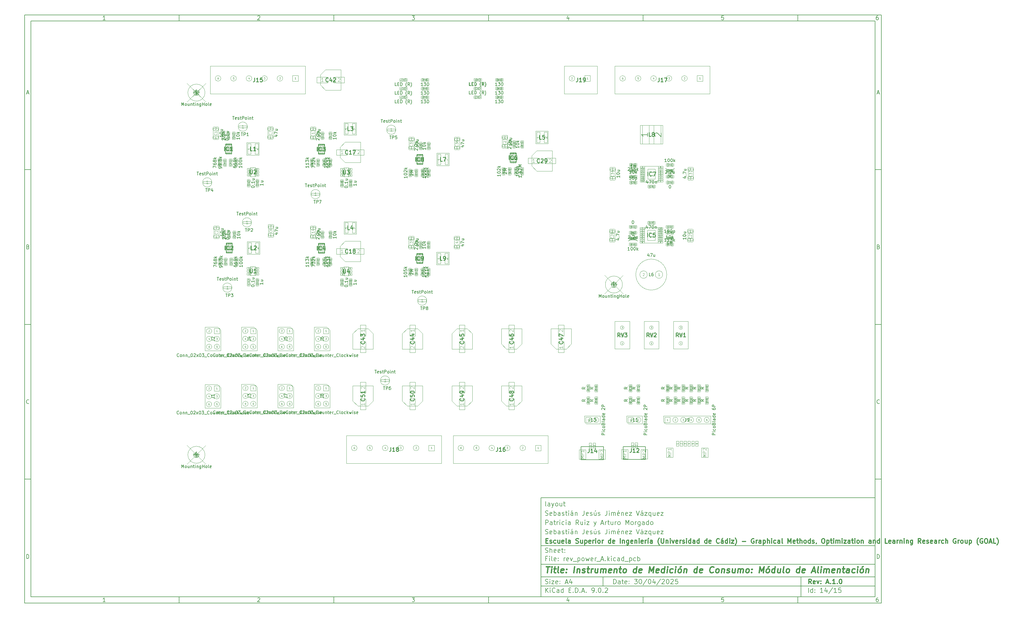
<source format=gbr>
%TF.GenerationSoftware,KiCad,Pcbnew,9.0.2*%
%TF.CreationDate,2025-11-09T23:00:08+01:00*%
%TF.ProjectId,rev_power_A,7265765f-706f-4776-9572-5f412e6b6963,A.1.0*%
%TF.SameCoordinates,Original*%
%TF.FileFunction,AssemblyDrawing,Top*%
%FSLAX46Y46*%
G04 Gerber Fmt 4.6, Leading zero omitted, Abs format (unit mm)*
G04 Created by KiCad (PCBNEW 9.0.2) date 2025-11-09 23:00:08*
%MOMM*%
%LPD*%
G01*
G04 APERTURE LIST*
%ADD10C,0.100000*%
%ADD11C,0.150000*%
%ADD12C,0.300000*%
%ADD13C,0.400000*%
%ADD14C,0.254000*%
%ADD15C,0.060000*%
%ADD16C,0.120000*%
%ADD17C,0.200000*%
%ADD18C,0.168056*%
%ADD19C,0.026389*%
%ADD20C,0.100000*%
%TD*%
%ADD21C,0.047222*%
%ADD22C,0.029167*%
%ADD23C,0.016667*%
%ADD24C,0.083333*%
%ADD25C,0.050000*%
%ADD26C,0.081667*%
%ADD27C,0.034722*%
%ADD28C,0.097222*%
%ADD29C,0.037500*%
%ADD30C,0.091389*%
%ADD31C,0.066667*%
%ADD32C,0.044444*%
%ADD33C,0.152778*%
%ADD34C,0.033333*%
G04 APERTURE END LIST*
D10*
D11*
X177002200Y-166007200D02*
X285002200Y-166007200D01*
X285002200Y-198007200D01*
X177002200Y-198007200D01*
X177002200Y-166007200D01*
D10*
D11*
X10000000Y-10000000D02*
X287002200Y-10000000D01*
X287002200Y-200007200D01*
X10000000Y-200007200D01*
X10000000Y-10000000D01*
D10*
D11*
X12000000Y-12000000D02*
X285002200Y-12000000D01*
X285002200Y-198007200D01*
X12000000Y-198007200D01*
X12000000Y-12000000D01*
D10*
D11*
X60000000Y-12000000D02*
X60000000Y-10000000D01*
D10*
D11*
X110000000Y-12000000D02*
X110000000Y-10000000D01*
D10*
D11*
X160000000Y-12000000D02*
X160000000Y-10000000D01*
D10*
D11*
X210000000Y-12000000D02*
X210000000Y-10000000D01*
D10*
D11*
X260000000Y-12000000D02*
X260000000Y-10000000D01*
D10*
D11*
X36089160Y-11593604D02*
X35346303Y-11593604D01*
X35717731Y-11593604D02*
X35717731Y-10293604D01*
X35717731Y-10293604D02*
X35593922Y-10479319D01*
X35593922Y-10479319D02*
X35470112Y-10603128D01*
X35470112Y-10603128D02*
X35346303Y-10665033D01*
D10*
D11*
X85346303Y-10417414D02*
X85408207Y-10355509D01*
X85408207Y-10355509D02*
X85532017Y-10293604D01*
X85532017Y-10293604D02*
X85841541Y-10293604D01*
X85841541Y-10293604D02*
X85965350Y-10355509D01*
X85965350Y-10355509D02*
X86027255Y-10417414D01*
X86027255Y-10417414D02*
X86089160Y-10541223D01*
X86089160Y-10541223D02*
X86089160Y-10665033D01*
X86089160Y-10665033D02*
X86027255Y-10850747D01*
X86027255Y-10850747D02*
X85284398Y-11593604D01*
X85284398Y-11593604D02*
X86089160Y-11593604D01*
D10*
D11*
X135284398Y-10293604D02*
X136089160Y-10293604D01*
X136089160Y-10293604D02*
X135655826Y-10788842D01*
X135655826Y-10788842D02*
X135841541Y-10788842D01*
X135841541Y-10788842D02*
X135965350Y-10850747D01*
X135965350Y-10850747D02*
X136027255Y-10912652D01*
X136027255Y-10912652D02*
X136089160Y-11036461D01*
X136089160Y-11036461D02*
X136089160Y-11345985D01*
X136089160Y-11345985D02*
X136027255Y-11469795D01*
X136027255Y-11469795D02*
X135965350Y-11531700D01*
X135965350Y-11531700D02*
X135841541Y-11593604D01*
X135841541Y-11593604D02*
X135470112Y-11593604D01*
X135470112Y-11593604D02*
X135346303Y-11531700D01*
X135346303Y-11531700D02*
X135284398Y-11469795D01*
D10*
D11*
X185965350Y-10726938D02*
X185965350Y-11593604D01*
X185655826Y-10231700D02*
X185346303Y-11160271D01*
X185346303Y-11160271D02*
X186151064Y-11160271D01*
D10*
D11*
X236027255Y-10293604D02*
X235408207Y-10293604D01*
X235408207Y-10293604D02*
X235346303Y-10912652D01*
X235346303Y-10912652D02*
X235408207Y-10850747D01*
X235408207Y-10850747D02*
X235532017Y-10788842D01*
X235532017Y-10788842D02*
X235841541Y-10788842D01*
X235841541Y-10788842D02*
X235965350Y-10850747D01*
X235965350Y-10850747D02*
X236027255Y-10912652D01*
X236027255Y-10912652D02*
X236089160Y-11036461D01*
X236089160Y-11036461D02*
X236089160Y-11345985D01*
X236089160Y-11345985D02*
X236027255Y-11469795D01*
X236027255Y-11469795D02*
X235965350Y-11531700D01*
X235965350Y-11531700D02*
X235841541Y-11593604D01*
X235841541Y-11593604D02*
X235532017Y-11593604D01*
X235532017Y-11593604D02*
X235408207Y-11531700D01*
X235408207Y-11531700D02*
X235346303Y-11469795D01*
D10*
D11*
X285965350Y-10293604D02*
X285717731Y-10293604D01*
X285717731Y-10293604D02*
X285593922Y-10355509D01*
X285593922Y-10355509D02*
X285532017Y-10417414D01*
X285532017Y-10417414D02*
X285408207Y-10603128D01*
X285408207Y-10603128D02*
X285346303Y-10850747D01*
X285346303Y-10850747D02*
X285346303Y-11345985D01*
X285346303Y-11345985D02*
X285408207Y-11469795D01*
X285408207Y-11469795D02*
X285470112Y-11531700D01*
X285470112Y-11531700D02*
X285593922Y-11593604D01*
X285593922Y-11593604D02*
X285841541Y-11593604D01*
X285841541Y-11593604D02*
X285965350Y-11531700D01*
X285965350Y-11531700D02*
X286027255Y-11469795D01*
X286027255Y-11469795D02*
X286089160Y-11345985D01*
X286089160Y-11345985D02*
X286089160Y-11036461D01*
X286089160Y-11036461D02*
X286027255Y-10912652D01*
X286027255Y-10912652D02*
X285965350Y-10850747D01*
X285965350Y-10850747D02*
X285841541Y-10788842D01*
X285841541Y-10788842D02*
X285593922Y-10788842D01*
X285593922Y-10788842D02*
X285470112Y-10850747D01*
X285470112Y-10850747D02*
X285408207Y-10912652D01*
X285408207Y-10912652D02*
X285346303Y-11036461D01*
D10*
D11*
X60000000Y-198007200D02*
X60000000Y-200007200D01*
D10*
D11*
X110000000Y-198007200D02*
X110000000Y-200007200D01*
D10*
D11*
X160000000Y-198007200D02*
X160000000Y-200007200D01*
D10*
D11*
X210000000Y-198007200D02*
X210000000Y-200007200D01*
D10*
D11*
X260000000Y-198007200D02*
X260000000Y-200007200D01*
D10*
D11*
X36089160Y-199600804D02*
X35346303Y-199600804D01*
X35717731Y-199600804D02*
X35717731Y-198300804D01*
X35717731Y-198300804D02*
X35593922Y-198486519D01*
X35593922Y-198486519D02*
X35470112Y-198610328D01*
X35470112Y-198610328D02*
X35346303Y-198672233D01*
D10*
D11*
X85346303Y-198424614D02*
X85408207Y-198362709D01*
X85408207Y-198362709D02*
X85532017Y-198300804D01*
X85532017Y-198300804D02*
X85841541Y-198300804D01*
X85841541Y-198300804D02*
X85965350Y-198362709D01*
X85965350Y-198362709D02*
X86027255Y-198424614D01*
X86027255Y-198424614D02*
X86089160Y-198548423D01*
X86089160Y-198548423D02*
X86089160Y-198672233D01*
X86089160Y-198672233D02*
X86027255Y-198857947D01*
X86027255Y-198857947D02*
X85284398Y-199600804D01*
X85284398Y-199600804D02*
X86089160Y-199600804D01*
D10*
D11*
X135284398Y-198300804D02*
X136089160Y-198300804D01*
X136089160Y-198300804D02*
X135655826Y-198796042D01*
X135655826Y-198796042D02*
X135841541Y-198796042D01*
X135841541Y-198796042D02*
X135965350Y-198857947D01*
X135965350Y-198857947D02*
X136027255Y-198919852D01*
X136027255Y-198919852D02*
X136089160Y-199043661D01*
X136089160Y-199043661D02*
X136089160Y-199353185D01*
X136089160Y-199353185D02*
X136027255Y-199476995D01*
X136027255Y-199476995D02*
X135965350Y-199538900D01*
X135965350Y-199538900D02*
X135841541Y-199600804D01*
X135841541Y-199600804D02*
X135470112Y-199600804D01*
X135470112Y-199600804D02*
X135346303Y-199538900D01*
X135346303Y-199538900D02*
X135284398Y-199476995D01*
D10*
D11*
X185965350Y-198734138D02*
X185965350Y-199600804D01*
X185655826Y-198238900D02*
X185346303Y-199167471D01*
X185346303Y-199167471D02*
X186151064Y-199167471D01*
D10*
D11*
X236027255Y-198300804D02*
X235408207Y-198300804D01*
X235408207Y-198300804D02*
X235346303Y-198919852D01*
X235346303Y-198919852D02*
X235408207Y-198857947D01*
X235408207Y-198857947D02*
X235532017Y-198796042D01*
X235532017Y-198796042D02*
X235841541Y-198796042D01*
X235841541Y-198796042D02*
X235965350Y-198857947D01*
X235965350Y-198857947D02*
X236027255Y-198919852D01*
X236027255Y-198919852D02*
X236089160Y-199043661D01*
X236089160Y-199043661D02*
X236089160Y-199353185D01*
X236089160Y-199353185D02*
X236027255Y-199476995D01*
X236027255Y-199476995D02*
X235965350Y-199538900D01*
X235965350Y-199538900D02*
X235841541Y-199600804D01*
X235841541Y-199600804D02*
X235532017Y-199600804D01*
X235532017Y-199600804D02*
X235408207Y-199538900D01*
X235408207Y-199538900D02*
X235346303Y-199476995D01*
D10*
D11*
X285965350Y-198300804D02*
X285717731Y-198300804D01*
X285717731Y-198300804D02*
X285593922Y-198362709D01*
X285593922Y-198362709D02*
X285532017Y-198424614D01*
X285532017Y-198424614D02*
X285408207Y-198610328D01*
X285408207Y-198610328D02*
X285346303Y-198857947D01*
X285346303Y-198857947D02*
X285346303Y-199353185D01*
X285346303Y-199353185D02*
X285408207Y-199476995D01*
X285408207Y-199476995D02*
X285470112Y-199538900D01*
X285470112Y-199538900D02*
X285593922Y-199600804D01*
X285593922Y-199600804D02*
X285841541Y-199600804D01*
X285841541Y-199600804D02*
X285965350Y-199538900D01*
X285965350Y-199538900D02*
X286027255Y-199476995D01*
X286027255Y-199476995D02*
X286089160Y-199353185D01*
X286089160Y-199353185D02*
X286089160Y-199043661D01*
X286089160Y-199043661D02*
X286027255Y-198919852D01*
X286027255Y-198919852D02*
X285965350Y-198857947D01*
X285965350Y-198857947D02*
X285841541Y-198796042D01*
X285841541Y-198796042D02*
X285593922Y-198796042D01*
X285593922Y-198796042D02*
X285470112Y-198857947D01*
X285470112Y-198857947D02*
X285408207Y-198919852D01*
X285408207Y-198919852D02*
X285346303Y-199043661D01*
D10*
D11*
X10000000Y-60000000D02*
X12000000Y-60000000D01*
D10*
D11*
X10000000Y-110000000D02*
X12000000Y-110000000D01*
D10*
D11*
X10000000Y-160000000D02*
X12000000Y-160000000D01*
D10*
D11*
X10690476Y-35222176D02*
X11309523Y-35222176D01*
X10566666Y-35593604D02*
X10999999Y-34293604D01*
X10999999Y-34293604D02*
X11433333Y-35593604D01*
D10*
D11*
X11092857Y-84912652D02*
X11278571Y-84974557D01*
X11278571Y-84974557D02*
X11340476Y-85036461D01*
X11340476Y-85036461D02*
X11402380Y-85160271D01*
X11402380Y-85160271D02*
X11402380Y-85345985D01*
X11402380Y-85345985D02*
X11340476Y-85469795D01*
X11340476Y-85469795D02*
X11278571Y-85531700D01*
X11278571Y-85531700D02*
X11154761Y-85593604D01*
X11154761Y-85593604D02*
X10659523Y-85593604D01*
X10659523Y-85593604D02*
X10659523Y-84293604D01*
X10659523Y-84293604D02*
X11092857Y-84293604D01*
X11092857Y-84293604D02*
X11216666Y-84355509D01*
X11216666Y-84355509D02*
X11278571Y-84417414D01*
X11278571Y-84417414D02*
X11340476Y-84541223D01*
X11340476Y-84541223D02*
X11340476Y-84665033D01*
X11340476Y-84665033D02*
X11278571Y-84788842D01*
X11278571Y-84788842D02*
X11216666Y-84850747D01*
X11216666Y-84850747D02*
X11092857Y-84912652D01*
X11092857Y-84912652D02*
X10659523Y-84912652D01*
D10*
D11*
X11402380Y-135469795D02*
X11340476Y-135531700D01*
X11340476Y-135531700D02*
X11154761Y-135593604D01*
X11154761Y-135593604D02*
X11030952Y-135593604D01*
X11030952Y-135593604D02*
X10845238Y-135531700D01*
X10845238Y-135531700D02*
X10721428Y-135407890D01*
X10721428Y-135407890D02*
X10659523Y-135284080D01*
X10659523Y-135284080D02*
X10597619Y-135036461D01*
X10597619Y-135036461D02*
X10597619Y-134850747D01*
X10597619Y-134850747D02*
X10659523Y-134603128D01*
X10659523Y-134603128D02*
X10721428Y-134479319D01*
X10721428Y-134479319D02*
X10845238Y-134355509D01*
X10845238Y-134355509D02*
X11030952Y-134293604D01*
X11030952Y-134293604D02*
X11154761Y-134293604D01*
X11154761Y-134293604D02*
X11340476Y-134355509D01*
X11340476Y-134355509D02*
X11402380Y-134417414D01*
D10*
D11*
X10659523Y-185593604D02*
X10659523Y-184293604D01*
X10659523Y-184293604D02*
X10969047Y-184293604D01*
X10969047Y-184293604D02*
X11154761Y-184355509D01*
X11154761Y-184355509D02*
X11278571Y-184479319D01*
X11278571Y-184479319D02*
X11340476Y-184603128D01*
X11340476Y-184603128D02*
X11402380Y-184850747D01*
X11402380Y-184850747D02*
X11402380Y-185036461D01*
X11402380Y-185036461D02*
X11340476Y-185284080D01*
X11340476Y-185284080D02*
X11278571Y-185407890D01*
X11278571Y-185407890D02*
X11154761Y-185531700D01*
X11154761Y-185531700D02*
X10969047Y-185593604D01*
X10969047Y-185593604D02*
X10659523Y-185593604D01*
D10*
D11*
X287002200Y-60000000D02*
X285002200Y-60000000D01*
D10*
D11*
X287002200Y-110000000D02*
X285002200Y-110000000D01*
D10*
D11*
X287002200Y-160000000D02*
X285002200Y-160000000D01*
D10*
D11*
X285692676Y-35222176D02*
X286311723Y-35222176D01*
X285568866Y-35593604D02*
X286002199Y-34293604D01*
X286002199Y-34293604D02*
X286435533Y-35593604D01*
D10*
D11*
X286095057Y-84912652D02*
X286280771Y-84974557D01*
X286280771Y-84974557D02*
X286342676Y-85036461D01*
X286342676Y-85036461D02*
X286404580Y-85160271D01*
X286404580Y-85160271D02*
X286404580Y-85345985D01*
X286404580Y-85345985D02*
X286342676Y-85469795D01*
X286342676Y-85469795D02*
X286280771Y-85531700D01*
X286280771Y-85531700D02*
X286156961Y-85593604D01*
X286156961Y-85593604D02*
X285661723Y-85593604D01*
X285661723Y-85593604D02*
X285661723Y-84293604D01*
X285661723Y-84293604D02*
X286095057Y-84293604D01*
X286095057Y-84293604D02*
X286218866Y-84355509D01*
X286218866Y-84355509D02*
X286280771Y-84417414D01*
X286280771Y-84417414D02*
X286342676Y-84541223D01*
X286342676Y-84541223D02*
X286342676Y-84665033D01*
X286342676Y-84665033D02*
X286280771Y-84788842D01*
X286280771Y-84788842D02*
X286218866Y-84850747D01*
X286218866Y-84850747D02*
X286095057Y-84912652D01*
X286095057Y-84912652D02*
X285661723Y-84912652D01*
D10*
D11*
X286404580Y-135469795D02*
X286342676Y-135531700D01*
X286342676Y-135531700D02*
X286156961Y-135593604D01*
X286156961Y-135593604D02*
X286033152Y-135593604D01*
X286033152Y-135593604D02*
X285847438Y-135531700D01*
X285847438Y-135531700D02*
X285723628Y-135407890D01*
X285723628Y-135407890D02*
X285661723Y-135284080D01*
X285661723Y-135284080D02*
X285599819Y-135036461D01*
X285599819Y-135036461D02*
X285599819Y-134850747D01*
X285599819Y-134850747D02*
X285661723Y-134603128D01*
X285661723Y-134603128D02*
X285723628Y-134479319D01*
X285723628Y-134479319D02*
X285847438Y-134355509D01*
X285847438Y-134355509D02*
X286033152Y-134293604D01*
X286033152Y-134293604D02*
X286156961Y-134293604D01*
X286156961Y-134293604D02*
X286342676Y-134355509D01*
X286342676Y-134355509D02*
X286404580Y-134417414D01*
D10*
D11*
X285661723Y-185593604D02*
X285661723Y-184293604D01*
X285661723Y-184293604D02*
X285971247Y-184293604D01*
X285971247Y-184293604D02*
X286156961Y-184355509D01*
X286156961Y-184355509D02*
X286280771Y-184479319D01*
X286280771Y-184479319D02*
X286342676Y-184603128D01*
X286342676Y-184603128D02*
X286404580Y-184850747D01*
X286404580Y-184850747D02*
X286404580Y-185036461D01*
X286404580Y-185036461D02*
X286342676Y-185284080D01*
X286342676Y-185284080D02*
X286280771Y-185407890D01*
X286280771Y-185407890D02*
X286156961Y-185531700D01*
X286156961Y-185531700D02*
X285971247Y-185593604D01*
X285971247Y-185593604D02*
X285661723Y-185593604D01*
D10*
D11*
X200458026Y-193793328D02*
X200458026Y-192293328D01*
X200458026Y-192293328D02*
X200815169Y-192293328D01*
X200815169Y-192293328D02*
X201029455Y-192364757D01*
X201029455Y-192364757D02*
X201172312Y-192507614D01*
X201172312Y-192507614D02*
X201243741Y-192650471D01*
X201243741Y-192650471D02*
X201315169Y-192936185D01*
X201315169Y-192936185D02*
X201315169Y-193150471D01*
X201315169Y-193150471D02*
X201243741Y-193436185D01*
X201243741Y-193436185D02*
X201172312Y-193579042D01*
X201172312Y-193579042D02*
X201029455Y-193721900D01*
X201029455Y-193721900D02*
X200815169Y-193793328D01*
X200815169Y-193793328D02*
X200458026Y-193793328D01*
X202600884Y-193793328D02*
X202600884Y-193007614D01*
X202600884Y-193007614D02*
X202529455Y-192864757D01*
X202529455Y-192864757D02*
X202386598Y-192793328D01*
X202386598Y-192793328D02*
X202100884Y-192793328D01*
X202100884Y-192793328D02*
X201958026Y-192864757D01*
X202600884Y-193721900D02*
X202458026Y-193793328D01*
X202458026Y-193793328D02*
X202100884Y-193793328D01*
X202100884Y-193793328D02*
X201958026Y-193721900D01*
X201958026Y-193721900D02*
X201886598Y-193579042D01*
X201886598Y-193579042D02*
X201886598Y-193436185D01*
X201886598Y-193436185D02*
X201958026Y-193293328D01*
X201958026Y-193293328D02*
X202100884Y-193221900D01*
X202100884Y-193221900D02*
X202458026Y-193221900D01*
X202458026Y-193221900D02*
X202600884Y-193150471D01*
X203100884Y-192793328D02*
X203672312Y-192793328D01*
X203315169Y-192293328D02*
X203315169Y-193579042D01*
X203315169Y-193579042D02*
X203386598Y-193721900D01*
X203386598Y-193721900D02*
X203529455Y-193793328D01*
X203529455Y-193793328D02*
X203672312Y-193793328D01*
X204743741Y-193721900D02*
X204600884Y-193793328D01*
X204600884Y-193793328D02*
X204315170Y-193793328D01*
X204315170Y-193793328D02*
X204172312Y-193721900D01*
X204172312Y-193721900D02*
X204100884Y-193579042D01*
X204100884Y-193579042D02*
X204100884Y-193007614D01*
X204100884Y-193007614D02*
X204172312Y-192864757D01*
X204172312Y-192864757D02*
X204315170Y-192793328D01*
X204315170Y-192793328D02*
X204600884Y-192793328D01*
X204600884Y-192793328D02*
X204743741Y-192864757D01*
X204743741Y-192864757D02*
X204815170Y-193007614D01*
X204815170Y-193007614D02*
X204815170Y-193150471D01*
X204815170Y-193150471D02*
X204100884Y-193293328D01*
X205458026Y-193650471D02*
X205529455Y-193721900D01*
X205529455Y-193721900D02*
X205458026Y-193793328D01*
X205458026Y-193793328D02*
X205386598Y-193721900D01*
X205386598Y-193721900D02*
X205458026Y-193650471D01*
X205458026Y-193650471D02*
X205458026Y-193793328D01*
X205458026Y-192864757D02*
X205529455Y-192936185D01*
X205529455Y-192936185D02*
X205458026Y-193007614D01*
X205458026Y-193007614D02*
X205386598Y-192936185D01*
X205386598Y-192936185D02*
X205458026Y-192864757D01*
X205458026Y-192864757D02*
X205458026Y-193007614D01*
X207172312Y-192293328D02*
X208100884Y-192293328D01*
X208100884Y-192293328D02*
X207600884Y-192864757D01*
X207600884Y-192864757D02*
X207815169Y-192864757D01*
X207815169Y-192864757D02*
X207958027Y-192936185D01*
X207958027Y-192936185D02*
X208029455Y-193007614D01*
X208029455Y-193007614D02*
X208100884Y-193150471D01*
X208100884Y-193150471D02*
X208100884Y-193507614D01*
X208100884Y-193507614D02*
X208029455Y-193650471D01*
X208029455Y-193650471D02*
X207958027Y-193721900D01*
X207958027Y-193721900D02*
X207815169Y-193793328D01*
X207815169Y-193793328D02*
X207386598Y-193793328D01*
X207386598Y-193793328D02*
X207243741Y-193721900D01*
X207243741Y-193721900D02*
X207172312Y-193650471D01*
X209029455Y-192293328D02*
X209172312Y-192293328D01*
X209172312Y-192293328D02*
X209315169Y-192364757D01*
X209315169Y-192364757D02*
X209386598Y-192436185D01*
X209386598Y-192436185D02*
X209458026Y-192579042D01*
X209458026Y-192579042D02*
X209529455Y-192864757D01*
X209529455Y-192864757D02*
X209529455Y-193221900D01*
X209529455Y-193221900D02*
X209458026Y-193507614D01*
X209458026Y-193507614D02*
X209386598Y-193650471D01*
X209386598Y-193650471D02*
X209315169Y-193721900D01*
X209315169Y-193721900D02*
X209172312Y-193793328D01*
X209172312Y-193793328D02*
X209029455Y-193793328D01*
X209029455Y-193793328D02*
X208886598Y-193721900D01*
X208886598Y-193721900D02*
X208815169Y-193650471D01*
X208815169Y-193650471D02*
X208743740Y-193507614D01*
X208743740Y-193507614D02*
X208672312Y-193221900D01*
X208672312Y-193221900D02*
X208672312Y-192864757D01*
X208672312Y-192864757D02*
X208743740Y-192579042D01*
X208743740Y-192579042D02*
X208815169Y-192436185D01*
X208815169Y-192436185D02*
X208886598Y-192364757D01*
X208886598Y-192364757D02*
X209029455Y-192293328D01*
X211243740Y-192221900D02*
X209958026Y-194150471D01*
X212029455Y-192293328D02*
X212172312Y-192293328D01*
X212172312Y-192293328D02*
X212315169Y-192364757D01*
X212315169Y-192364757D02*
X212386598Y-192436185D01*
X212386598Y-192436185D02*
X212458026Y-192579042D01*
X212458026Y-192579042D02*
X212529455Y-192864757D01*
X212529455Y-192864757D02*
X212529455Y-193221900D01*
X212529455Y-193221900D02*
X212458026Y-193507614D01*
X212458026Y-193507614D02*
X212386598Y-193650471D01*
X212386598Y-193650471D02*
X212315169Y-193721900D01*
X212315169Y-193721900D02*
X212172312Y-193793328D01*
X212172312Y-193793328D02*
X212029455Y-193793328D01*
X212029455Y-193793328D02*
X211886598Y-193721900D01*
X211886598Y-193721900D02*
X211815169Y-193650471D01*
X211815169Y-193650471D02*
X211743740Y-193507614D01*
X211743740Y-193507614D02*
X211672312Y-193221900D01*
X211672312Y-193221900D02*
X211672312Y-192864757D01*
X211672312Y-192864757D02*
X211743740Y-192579042D01*
X211743740Y-192579042D02*
X211815169Y-192436185D01*
X211815169Y-192436185D02*
X211886598Y-192364757D01*
X211886598Y-192364757D02*
X212029455Y-192293328D01*
X213815169Y-192793328D02*
X213815169Y-193793328D01*
X213458026Y-192221900D02*
X213100883Y-193293328D01*
X213100883Y-193293328D02*
X214029454Y-193293328D01*
X215672311Y-192221900D02*
X214386597Y-194150471D01*
X216100883Y-192436185D02*
X216172311Y-192364757D01*
X216172311Y-192364757D02*
X216315169Y-192293328D01*
X216315169Y-192293328D02*
X216672311Y-192293328D01*
X216672311Y-192293328D02*
X216815169Y-192364757D01*
X216815169Y-192364757D02*
X216886597Y-192436185D01*
X216886597Y-192436185D02*
X216958026Y-192579042D01*
X216958026Y-192579042D02*
X216958026Y-192721900D01*
X216958026Y-192721900D02*
X216886597Y-192936185D01*
X216886597Y-192936185D02*
X216029454Y-193793328D01*
X216029454Y-193793328D02*
X216958026Y-193793328D01*
X217886597Y-192293328D02*
X218029454Y-192293328D01*
X218029454Y-192293328D02*
X218172311Y-192364757D01*
X218172311Y-192364757D02*
X218243740Y-192436185D01*
X218243740Y-192436185D02*
X218315168Y-192579042D01*
X218315168Y-192579042D02*
X218386597Y-192864757D01*
X218386597Y-192864757D02*
X218386597Y-193221900D01*
X218386597Y-193221900D02*
X218315168Y-193507614D01*
X218315168Y-193507614D02*
X218243740Y-193650471D01*
X218243740Y-193650471D02*
X218172311Y-193721900D01*
X218172311Y-193721900D02*
X218029454Y-193793328D01*
X218029454Y-193793328D02*
X217886597Y-193793328D01*
X217886597Y-193793328D02*
X217743740Y-193721900D01*
X217743740Y-193721900D02*
X217672311Y-193650471D01*
X217672311Y-193650471D02*
X217600882Y-193507614D01*
X217600882Y-193507614D02*
X217529454Y-193221900D01*
X217529454Y-193221900D02*
X217529454Y-192864757D01*
X217529454Y-192864757D02*
X217600882Y-192579042D01*
X217600882Y-192579042D02*
X217672311Y-192436185D01*
X217672311Y-192436185D02*
X217743740Y-192364757D01*
X217743740Y-192364757D02*
X217886597Y-192293328D01*
X218958025Y-192436185D02*
X219029453Y-192364757D01*
X219029453Y-192364757D02*
X219172311Y-192293328D01*
X219172311Y-192293328D02*
X219529453Y-192293328D01*
X219529453Y-192293328D02*
X219672311Y-192364757D01*
X219672311Y-192364757D02*
X219743739Y-192436185D01*
X219743739Y-192436185D02*
X219815168Y-192579042D01*
X219815168Y-192579042D02*
X219815168Y-192721900D01*
X219815168Y-192721900D02*
X219743739Y-192936185D01*
X219743739Y-192936185D02*
X218886596Y-193793328D01*
X218886596Y-193793328D02*
X219815168Y-193793328D01*
X221172310Y-192293328D02*
X220458024Y-192293328D01*
X220458024Y-192293328D02*
X220386596Y-193007614D01*
X220386596Y-193007614D02*
X220458024Y-192936185D01*
X220458024Y-192936185D02*
X220600882Y-192864757D01*
X220600882Y-192864757D02*
X220958024Y-192864757D01*
X220958024Y-192864757D02*
X221100882Y-192936185D01*
X221100882Y-192936185D02*
X221172310Y-193007614D01*
X221172310Y-193007614D02*
X221243739Y-193150471D01*
X221243739Y-193150471D02*
X221243739Y-193507614D01*
X221243739Y-193507614D02*
X221172310Y-193650471D01*
X221172310Y-193650471D02*
X221100882Y-193721900D01*
X221100882Y-193721900D02*
X220958024Y-193793328D01*
X220958024Y-193793328D02*
X220600882Y-193793328D01*
X220600882Y-193793328D02*
X220458024Y-193721900D01*
X220458024Y-193721900D02*
X220386596Y-193650471D01*
D10*
D11*
X177002200Y-194507200D02*
X285002200Y-194507200D01*
D10*
D11*
X178458026Y-196593328D02*
X178458026Y-195093328D01*
X179315169Y-196593328D02*
X178672312Y-195736185D01*
X179315169Y-195093328D02*
X178458026Y-195950471D01*
X179958026Y-196593328D02*
X179958026Y-195593328D01*
X179958026Y-195093328D02*
X179886598Y-195164757D01*
X179886598Y-195164757D02*
X179958026Y-195236185D01*
X179958026Y-195236185D02*
X180029455Y-195164757D01*
X180029455Y-195164757D02*
X179958026Y-195093328D01*
X179958026Y-195093328D02*
X179958026Y-195236185D01*
X181529455Y-196450471D02*
X181458027Y-196521900D01*
X181458027Y-196521900D02*
X181243741Y-196593328D01*
X181243741Y-196593328D02*
X181100884Y-196593328D01*
X181100884Y-196593328D02*
X180886598Y-196521900D01*
X180886598Y-196521900D02*
X180743741Y-196379042D01*
X180743741Y-196379042D02*
X180672312Y-196236185D01*
X180672312Y-196236185D02*
X180600884Y-195950471D01*
X180600884Y-195950471D02*
X180600884Y-195736185D01*
X180600884Y-195736185D02*
X180672312Y-195450471D01*
X180672312Y-195450471D02*
X180743741Y-195307614D01*
X180743741Y-195307614D02*
X180886598Y-195164757D01*
X180886598Y-195164757D02*
X181100884Y-195093328D01*
X181100884Y-195093328D02*
X181243741Y-195093328D01*
X181243741Y-195093328D02*
X181458027Y-195164757D01*
X181458027Y-195164757D02*
X181529455Y-195236185D01*
X182815170Y-196593328D02*
X182815170Y-195807614D01*
X182815170Y-195807614D02*
X182743741Y-195664757D01*
X182743741Y-195664757D02*
X182600884Y-195593328D01*
X182600884Y-195593328D02*
X182315170Y-195593328D01*
X182315170Y-195593328D02*
X182172312Y-195664757D01*
X182815170Y-196521900D02*
X182672312Y-196593328D01*
X182672312Y-196593328D02*
X182315170Y-196593328D01*
X182315170Y-196593328D02*
X182172312Y-196521900D01*
X182172312Y-196521900D02*
X182100884Y-196379042D01*
X182100884Y-196379042D02*
X182100884Y-196236185D01*
X182100884Y-196236185D02*
X182172312Y-196093328D01*
X182172312Y-196093328D02*
X182315170Y-196021900D01*
X182315170Y-196021900D02*
X182672312Y-196021900D01*
X182672312Y-196021900D02*
X182815170Y-195950471D01*
X184172313Y-196593328D02*
X184172313Y-195093328D01*
X184172313Y-196521900D02*
X184029455Y-196593328D01*
X184029455Y-196593328D02*
X183743741Y-196593328D01*
X183743741Y-196593328D02*
X183600884Y-196521900D01*
X183600884Y-196521900D02*
X183529455Y-196450471D01*
X183529455Y-196450471D02*
X183458027Y-196307614D01*
X183458027Y-196307614D02*
X183458027Y-195879042D01*
X183458027Y-195879042D02*
X183529455Y-195736185D01*
X183529455Y-195736185D02*
X183600884Y-195664757D01*
X183600884Y-195664757D02*
X183743741Y-195593328D01*
X183743741Y-195593328D02*
X184029455Y-195593328D01*
X184029455Y-195593328D02*
X184172313Y-195664757D01*
X186029455Y-195807614D02*
X186529455Y-195807614D01*
X186743741Y-196593328D02*
X186029455Y-196593328D01*
X186029455Y-196593328D02*
X186029455Y-195093328D01*
X186029455Y-195093328D02*
X186743741Y-195093328D01*
X187386598Y-196450471D02*
X187458027Y-196521900D01*
X187458027Y-196521900D02*
X187386598Y-196593328D01*
X187386598Y-196593328D02*
X187315170Y-196521900D01*
X187315170Y-196521900D02*
X187386598Y-196450471D01*
X187386598Y-196450471D02*
X187386598Y-196593328D01*
X188100884Y-196593328D02*
X188100884Y-195093328D01*
X188100884Y-195093328D02*
X188458027Y-195093328D01*
X188458027Y-195093328D02*
X188672313Y-195164757D01*
X188672313Y-195164757D02*
X188815170Y-195307614D01*
X188815170Y-195307614D02*
X188886599Y-195450471D01*
X188886599Y-195450471D02*
X188958027Y-195736185D01*
X188958027Y-195736185D02*
X188958027Y-195950471D01*
X188958027Y-195950471D02*
X188886599Y-196236185D01*
X188886599Y-196236185D02*
X188815170Y-196379042D01*
X188815170Y-196379042D02*
X188672313Y-196521900D01*
X188672313Y-196521900D02*
X188458027Y-196593328D01*
X188458027Y-196593328D02*
X188100884Y-196593328D01*
X189600884Y-196450471D02*
X189672313Y-196521900D01*
X189672313Y-196521900D02*
X189600884Y-196593328D01*
X189600884Y-196593328D02*
X189529456Y-196521900D01*
X189529456Y-196521900D02*
X189600884Y-196450471D01*
X189600884Y-196450471D02*
X189600884Y-196593328D01*
X190243742Y-196164757D02*
X190958028Y-196164757D01*
X190100885Y-196593328D02*
X190600885Y-195093328D01*
X190600885Y-195093328D02*
X191100885Y-196593328D01*
X191600884Y-196450471D02*
X191672313Y-196521900D01*
X191672313Y-196521900D02*
X191600884Y-196593328D01*
X191600884Y-196593328D02*
X191529456Y-196521900D01*
X191529456Y-196521900D02*
X191600884Y-196450471D01*
X191600884Y-196450471D02*
X191600884Y-196593328D01*
X193529456Y-196593328D02*
X193815170Y-196593328D01*
X193815170Y-196593328D02*
X193958027Y-196521900D01*
X193958027Y-196521900D02*
X194029456Y-196450471D01*
X194029456Y-196450471D02*
X194172313Y-196236185D01*
X194172313Y-196236185D02*
X194243742Y-195950471D01*
X194243742Y-195950471D02*
X194243742Y-195379042D01*
X194243742Y-195379042D02*
X194172313Y-195236185D01*
X194172313Y-195236185D02*
X194100885Y-195164757D01*
X194100885Y-195164757D02*
X193958027Y-195093328D01*
X193958027Y-195093328D02*
X193672313Y-195093328D01*
X193672313Y-195093328D02*
X193529456Y-195164757D01*
X193529456Y-195164757D02*
X193458027Y-195236185D01*
X193458027Y-195236185D02*
X193386599Y-195379042D01*
X193386599Y-195379042D02*
X193386599Y-195736185D01*
X193386599Y-195736185D02*
X193458027Y-195879042D01*
X193458027Y-195879042D02*
X193529456Y-195950471D01*
X193529456Y-195950471D02*
X193672313Y-196021900D01*
X193672313Y-196021900D02*
X193958027Y-196021900D01*
X193958027Y-196021900D02*
X194100885Y-195950471D01*
X194100885Y-195950471D02*
X194172313Y-195879042D01*
X194172313Y-195879042D02*
X194243742Y-195736185D01*
X194886598Y-196450471D02*
X194958027Y-196521900D01*
X194958027Y-196521900D02*
X194886598Y-196593328D01*
X194886598Y-196593328D02*
X194815170Y-196521900D01*
X194815170Y-196521900D02*
X194886598Y-196450471D01*
X194886598Y-196450471D02*
X194886598Y-196593328D01*
X195886599Y-195093328D02*
X196029456Y-195093328D01*
X196029456Y-195093328D02*
X196172313Y-195164757D01*
X196172313Y-195164757D02*
X196243742Y-195236185D01*
X196243742Y-195236185D02*
X196315170Y-195379042D01*
X196315170Y-195379042D02*
X196386599Y-195664757D01*
X196386599Y-195664757D02*
X196386599Y-196021900D01*
X196386599Y-196021900D02*
X196315170Y-196307614D01*
X196315170Y-196307614D02*
X196243742Y-196450471D01*
X196243742Y-196450471D02*
X196172313Y-196521900D01*
X196172313Y-196521900D02*
X196029456Y-196593328D01*
X196029456Y-196593328D02*
X195886599Y-196593328D01*
X195886599Y-196593328D02*
X195743742Y-196521900D01*
X195743742Y-196521900D02*
X195672313Y-196450471D01*
X195672313Y-196450471D02*
X195600884Y-196307614D01*
X195600884Y-196307614D02*
X195529456Y-196021900D01*
X195529456Y-196021900D02*
X195529456Y-195664757D01*
X195529456Y-195664757D02*
X195600884Y-195379042D01*
X195600884Y-195379042D02*
X195672313Y-195236185D01*
X195672313Y-195236185D02*
X195743742Y-195164757D01*
X195743742Y-195164757D02*
X195886599Y-195093328D01*
X197029455Y-196450471D02*
X197100884Y-196521900D01*
X197100884Y-196521900D02*
X197029455Y-196593328D01*
X197029455Y-196593328D02*
X196958027Y-196521900D01*
X196958027Y-196521900D02*
X197029455Y-196450471D01*
X197029455Y-196450471D02*
X197029455Y-196593328D01*
X197672313Y-195236185D02*
X197743741Y-195164757D01*
X197743741Y-195164757D02*
X197886599Y-195093328D01*
X197886599Y-195093328D02*
X198243741Y-195093328D01*
X198243741Y-195093328D02*
X198386599Y-195164757D01*
X198386599Y-195164757D02*
X198458027Y-195236185D01*
X198458027Y-195236185D02*
X198529456Y-195379042D01*
X198529456Y-195379042D02*
X198529456Y-195521900D01*
X198529456Y-195521900D02*
X198458027Y-195736185D01*
X198458027Y-195736185D02*
X197600884Y-196593328D01*
X197600884Y-196593328D02*
X198529456Y-196593328D01*
D10*
D11*
X177002200Y-191507200D02*
X285002200Y-191507200D01*
D10*
D12*
X264413853Y-193785528D02*
X263913853Y-193071242D01*
X263556710Y-193785528D02*
X263556710Y-192285528D01*
X263556710Y-192285528D02*
X264128139Y-192285528D01*
X264128139Y-192285528D02*
X264270996Y-192356957D01*
X264270996Y-192356957D02*
X264342425Y-192428385D01*
X264342425Y-192428385D02*
X264413853Y-192571242D01*
X264413853Y-192571242D02*
X264413853Y-192785528D01*
X264413853Y-192785528D02*
X264342425Y-192928385D01*
X264342425Y-192928385D02*
X264270996Y-192999814D01*
X264270996Y-192999814D02*
X264128139Y-193071242D01*
X264128139Y-193071242D02*
X263556710Y-193071242D01*
X265628139Y-193714100D02*
X265485282Y-193785528D01*
X265485282Y-193785528D02*
X265199568Y-193785528D01*
X265199568Y-193785528D02*
X265056710Y-193714100D01*
X265056710Y-193714100D02*
X264985282Y-193571242D01*
X264985282Y-193571242D02*
X264985282Y-192999814D01*
X264985282Y-192999814D02*
X265056710Y-192856957D01*
X265056710Y-192856957D02*
X265199568Y-192785528D01*
X265199568Y-192785528D02*
X265485282Y-192785528D01*
X265485282Y-192785528D02*
X265628139Y-192856957D01*
X265628139Y-192856957D02*
X265699568Y-192999814D01*
X265699568Y-192999814D02*
X265699568Y-193142671D01*
X265699568Y-193142671D02*
X264985282Y-193285528D01*
X266199567Y-192785528D02*
X266556710Y-193785528D01*
X266556710Y-193785528D02*
X266913853Y-192785528D01*
X267485281Y-193642671D02*
X267556710Y-193714100D01*
X267556710Y-193714100D02*
X267485281Y-193785528D01*
X267485281Y-193785528D02*
X267413853Y-193714100D01*
X267413853Y-193714100D02*
X267485281Y-193642671D01*
X267485281Y-193642671D02*
X267485281Y-193785528D01*
X267485281Y-192856957D02*
X267556710Y-192928385D01*
X267556710Y-192928385D02*
X267485281Y-192999814D01*
X267485281Y-192999814D02*
X267413853Y-192928385D01*
X267413853Y-192928385D02*
X267485281Y-192856957D01*
X267485281Y-192856957D02*
X267485281Y-192999814D01*
X269270996Y-193356957D02*
X269985282Y-193356957D01*
X269128139Y-193785528D02*
X269628139Y-192285528D01*
X269628139Y-192285528D02*
X270128139Y-193785528D01*
X270628138Y-193642671D02*
X270699567Y-193714100D01*
X270699567Y-193714100D02*
X270628138Y-193785528D01*
X270628138Y-193785528D02*
X270556710Y-193714100D01*
X270556710Y-193714100D02*
X270628138Y-193642671D01*
X270628138Y-193642671D02*
X270628138Y-193785528D01*
X272128139Y-193785528D02*
X271270996Y-193785528D01*
X271699567Y-193785528D02*
X271699567Y-192285528D01*
X271699567Y-192285528D02*
X271556710Y-192499814D01*
X271556710Y-192499814D02*
X271413853Y-192642671D01*
X271413853Y-192642671D02*
X271270996Y-192714100D01*
X272770995Y-193642671D02*
X272842424Y-193714100D01*
X272842424Y-193714100D02*
X272770995Y-193785528D01*
X272770995Y-193785528D02*
X272699567Y-193714100D01*
X272699567Y-193714100D02*
X272770995Y-193642671D01*
X272770995Y-193642671D02*
X272770995Y-193785528D01*
X273770996Y-192285528D02*
X273913853Y-192285528D01*
X273913853Y-192285528D02*
X274056710Y-192356957D01*
X274056710Y-192356957D02*
X274128139Y-192428385D01*
X274128139Y-192428385D02*
X274199567Y-192571242D01*
X274199567Y-192571242D02*
X274270996Y-192856957D01*
X274270996Y-192856957D02*
X274270996Y-193214100D01*
X274270996Y-193214100D02*
X274199567Y-193499814D01*
X274199567Y-193499814D02*
X274128139Y-193642671D01*
X274128139Y-193642671D02*
X274056710Y-193714100D01*
X274056710Y-193714100D02*
X273913853Y-193785528D01*
X273913853Y-193785528D02*
X273770996Y-193785528D01*
X273770996Y-193785528D02*
X273628139Y-193714100D01*
X273628139Y-193714100D02*
X273556710Y-193642671D01*
X273556710Y-193642671D02*
X273485281Y-193499814D01*
X273485281Y-193499814D02*
X273413853Y-193214100D01*
X273413853Y-193214100D02*
X273413853Y-192856957D01*
X273413853Y-192856957D02*
X273485281Y-192571242D01*
X273485281Y-192571242D02*
X273556710Y-192428385D01*
X273556710Y-192428385D02*
X273628139Y-192356957D01*
X273628139Y-192356957D02*
X273770996Y-192285528D01*
D10*
D11*
X178386598Y-193721900D02*
X178600884Y-193793328D01*
X178600884Y-193793328D02*
X178958026Y-193793328D01*
X178958026Y-193793328D02*
X179100884Y-193721900D01*
X179100884Y-193721900D02*
X179172312Y-193650471D01*
X179172312Y-193650471D02*
X179243741Y-193507614D01*
X179243741Y-193507614D02*
X179243741Y-193364757D01*
X179243741Y-193364757D02*
X179172312Y-193221900D01*
X179172312Y-193221900D02*
X179100884Y-193150471D01*
X179100884Y-193150471D02*
X178958026Y-193079042D01*
X178958026Y-193079042D02*
X178672312Y-193007614D01*
X178672312Y-193007614D02*
X178529455Y-192936185D01*
X178529455Y-192936185D02*
X178458026Y-192864757D01*
X178458026Y-192864757D02*
X178386598Y-192721900D01*
X178386598Y-192721900D02*
X178386598Y-192579042D01*
X178386598Y-192579042D02*
X178458026Y-192436185D01*
X178458026Y-192436185D02*
X178529455Y-192364757D01*
X178529455Y-192364757D02*
X178672312Y-192293328D01*
X178672312Y-192293328D02*
X179029455Y-192293328D01*
X179029455Y-192293328D02*
X179243741Y-192364757D01*
X179886597Y-193793328D02*
X179886597Y-192793328D01*
X179886597Y-192293328D02*
X179815169Y-192364757D01*
X179815169Y-192364757D02*
X179886597Y-192436185D01*
X179886597Y-192436185D02*
X179958026Y-192364757D01*
X179958026Y-192364757D02*
X179886597Y-192293328D01*
X179886597Y-192293328D02*
X179886597Y-192436185D01*
X180458026Y-192793328D02*
X181243741Y-192793328D01*
X181243741Y-192793328D02*
X180458026Y-193793328D01*
X180458026Y-193793328D02*
X181243741Y-193793328D01*
X182386598Y-193721900D02*
X182243741Y-193793328D01*
X182243741Y-193793328D02*
X181958027Y-193793328D01*
X181958027Y-193793328D02*
X181815169Y-193721900D01*
X181815169Y-193721900D02*
X181743741Y-193579042D01*
X181743741Y-193579042D02*
X181743741Y-193007614D01*
X181743741Y-193007614D02*
X181815169Y-192864757D01*
X181815169Y-192864757D02*
X181958027Y-192793328D01*
X181958027Y-192793328D02*
X182243741Y-192793328D01*
X182243741Y-192793328D02*
X182386598Y-192864757D01*
X182386598Y-192864757D02*
X182458027Y-193007614D01*
X182458027Y-193007614D02*
X182458027Y-193150471D01*
X182458027Y-193150471D02*
X181743741Y-193293328D01*
X183100883Y-193650471D02*
X183172312Y-193721900D01*
X183172312Y-193721900D02*
X183100883Y-193793328D01*
X183100883Y-193793328D02*
X183029455Y-193721900D01*
X183029455Y-193721900D02*
X183100883Y-193650471D01*
X183100883Y-193650471D02*
X183100883Y-193793328D01*
X183100883Y-192864757D02*
X183172312Y-192936185D01*
X183172312Y-192936185D02*
X183100883Y-193007614D01*
X183100883Y-193007614D02*
X183029455Y-192936185D01*
X183029455Y-192936185D02*
X183100883Y-192864757D01*
X183100883Y-192864757D02*
X183100883Y-193007614D01*
X184886598Y-193364757D02*
X185600884Y-193364757D01*
X184743741Y-193793328D02*
X185243741Y-192293328D01*
X185243741Y-192293328D02*
X185743741Y-193793328D01*
X186886598Y-192793328D02*
X186886598Y-193793328D01*
X186529455Y-192221900D02*
X186172312Y-193293328D01*
X186172312Y-193293328D02*
X187100883Y-193293328D01*
D10*
D11*
X263458026Y-196593328D02*
X263458026Y-195093328D01*
X264815170Y-196593328D02*
X264815170Y-195093328D01*
X264815170Y-196521900D02*
X264672312Y-196593328D01*
X264672312Y-196593328D02*
X264386598Y-196593328D01*
X264386598Y-196593328D02*
X264243741Y-196521900D01*
X264243741Y-196521900D02*
X264172312Y-196450471D01*
X264172312Y-196450471D02*
X264100884Y-196307614D01*
X264100884Y-196307614D02*
X264100884Y-195879042D01*
X264100884Y-195879042D02*
X264172312Y-195736185D01*
X264172312Y-195736185D02*
X264243741Y-195664757D01*
X264243741Y-195664757D02*
X264386598Y-195593328D01*
X264386598Y-195593328D02*
X264672312Y-195593328D01*
X264672312Y-195593328D02*
X264815170Y-195664757D01*
X265529455Y-196450471D02*
X265600884Y-196521900D01*
X265600884Y-196521900D02*
X265529455Y-196593328D01*
X265529455Y-196593328D02*
X265458027Y-196521900D01*
X265458027Y-196521900D02*
X265529455Y-196450471D01*
X265529455Y-196450471D02*
X265529455Y-196593328D01*
X265529455Y-195664757D02*
X265600884Y-195736185D01*
X265600884Y-195736185D02*
X265529455Y-195807614D01*
X265529455Y-195807614D02*
X265458027Y-195736185D01*
X265458027Y-195736185D02*
X265529455Y-195664757D01*
X265529455Y-195664757D02*
X265529455Y-195807614D01*
X268172313Y-196593328D02*
X267315170Y-196593328D01*
X267743741Y-196593328D02*
X267743741Y-195093328D01*
X267743741Y-195093328D02*
X267600884Y-195307614D01*
X267600884Y-195307614D02*
X267458027Y-195450471D01*
X267458027Y-195450471D02*
X267315170Y-195521900D01*
X269458027Y-195593328D02*
X269458027Y-196593328D01*
X269100884Y-195021900D02*
X268743741Y-196093328D01*
X268743741Y-196093328D02*
X269672312Y-196093328D01*
X271315169Y-195021900D02*
X270029455Y-196950471D01*
X272600884Y-196593328D02*
X271743741Y-196593328D01*
X272172312Y-196593328D02*
X272172312Y-195093328D01*
X272172312Y-195093328D02*
X272029455Y-195307614D01*
X272029455Y-195307614D02*
X271886598Y-195450471D01*
X271886598Y-195450471D02*
X271743741Y-195521900D01*
X273958026Y-195093328D02*
X273243740Y-195093328D01*
X273243740Y-195093328D02*
X273172312Y-195807614D01*
X273172312Y-195807614D02*
X273243740Y-195736185D01*
X273243740Y-195736185D02*
X273386598Y-195664757D01*
X273386598Y-195664757D02*
X273743740Y-195664757D01*
X273743740Y-195664757D02*
X273886598Y-195736185D01*
X273886598Y-195736185D02*
X273958026Y-195807614D01*
X273958026Y-195807614D02*
X274029455Y-195950471D01*
X274029455Y-195950471D02*
X274029455Y-196307614D01*
X274029455Y-196307614D02*
X273958026Y-196450471D01*
X273958026Y-196450471D02*
X273886598Y-196521900D01*
X273886598Y-196521900D02*
X273743740Y-196593328D01*
X273743740Y-196593328D02*
X273386598Y-196593328D01*
X273386598Y-196593328D02*
X273243740Y-196521900D01*
X273243740Y-196521900D02*
X273172312Y-196450471D01*
D10*
D11*
X177002200Y-187507200D02*
X285002200Y-187507200D01*
D10*
D13*
X178693928Y-188211638D02*
X179836785Y-188211638D01*
X179015357Y-190211638D02*
X179265357Y-188211638D01*
X180253452Y-190211638D02*
X180420119Y-188878304D01*
X180503452Y-188211638D02*
X180396309Y-188306876D01*
X180396309Y-188306876D02*
X180479643Y-188402114D01*
X180479643Y-188402114D02*
X180586786Y-188306876D01*
X180586786Y-188306876D02*
X180503452Y-188211638D01*
X180503452Y-188211638D02*
X180479643Y-188402114D01*
X181086786Y-188878304D02*
X181848690Y-188878304D01*
X181455833Y-188211638D02*
X181241548Y-189925923D01*
X181241548Y-189925923D02*
X181312976Y-190116400D01*
X181312976Y-190116400D02*
X181491548Y-190211638D01*
X181491548Y-190211638D02*
X181682024Y-190211638D01*
X182634405Y-190211638D02*
X182455833Y-190116400D01*
X182455833Y-190116400D02*
X182384405Y-189925923D01*
X182384405Y-189925923D02*
X182598690Y-188211638D01*
X184170119Y-190116400D02*
X183967738Y-190211638D01*
X183967738Y-190211638D02*
X183586785Y-190211638D01*
X183586785Y-190211638D02*
X183408214Y-190116400D01*
X183408214Y-190116400D02*
X183336785Y-189925923D01*
X183336785Y-189925923D02*
X183432024Y-189164019D01*
X183432024Y-189164019D02*
X183551071Y-188973542D01*
X183551071Y-188973542D02*
X183753452Y-188878304D01*
X183753452Y-188878304D02*
X184134404Y-188878304D01*
X184134404Y-188878304D02*
X184312976Y-188973542D01*
X184312976Y-188973542D02*
X184384404Y-189164019D01*
X184384404Y-189164019D02*
X184360595Y-189354495D01*
X184360595Y-189354495D02*
X183384404Y-189544971D01*
X185134405Y-190021161D02*
X185217738Y-190116400D01*
X185217738Y-190116400D02*
X185110595Y-190211638D01*
X185110595Y-190211638D02*
X185027262Y-190116400D01*
X185027262Y-190116400D02*
X185134405Y-190021161D01*
X185134405Y-190021161D02*
X185110595Y-190211638D01*
X185265357Y-188973542D02*
X185348690Y-189068780D01*
X185348690Y-189068780D02*
X185241548Y-189164019D01*
X185241548Y-189164019D02*
X185158214Y-189068780D01*
X185158214Y-189068780D02*
X185265357Y-188973542D01*
X185265357Y-188973542D02*
X185241548Y-189164019D01*
X187586786Y-190211638D02*
X187836786Y-188211638D01*
X188705834Y-188878304D02*
X188539167Y-190211638D01*
X188682024Y-189068780D02*
X188789167Y-188973542D01*
X188789167Y-188973542D02*
X188991548Y-188878304D01*
X188991548Y-188878304D02*
X189277262Y-188878304D01*
X189277262Y-188878304D02*
X189455834Y-188973542D01*
X189455834Y-188973542D02*
X189527262Y-189164019D01*
X189527262Y-189164019D02*
X189396310Y-190211638D01*
X190265358Y-190116400D02*
X190443929Y-190211638D01*
X190443929Y-190211638D02*
X190824882Y-190211638D01*
X190824882Y-190211638D02*
X191027263Y-190116400D01*
X191027263Y-190116400D02*
X191146310Y-189925923D01*
X191146310Y-189925923D02*
X191158215Y-189830685D01*
X191158215Y-189830685D02*
X191086786Y-189640209D01*
X191086786Y-189640209D02*
X190908215Y-189544971D01*
X190908215Y-189544971D02*
X190622501Y-189544971D01*
X190622501Y-189544971D02*
X190443929Y-189449733D01*
X190443929Y-189449733D02*
X190372501Y-189259257D01*
X190372501Y-189259257D02*
X190384406Y-189164019D01*
X190384406Y-189164019D02*
X190503453Y-188973542D01*
X190503453Y-188973542D02*
X190705834Y-188878304D01*
X190705834Y-188878304D02*
X190991548Y-188878304D01*
X190991548Y-188878304D02*
X191170120Y-188973542D01*
X191848692Y-188878304D02*
X192610596Y-188878304D01*
X192217739Y-188211638D02*
X192003454Y-189925923D01*
X192003454Y-189925923D02*
X192074882Y-190116400D01*
X192074882Y-190116400D02*
X192253454Y-190211638D01*
X192253454Y-190211638D02*
X192443930Y-190211638D01*
X193110596Y-190211638D02*
X193277263Y-188878304D01*
X193229644Y-189259257D02*
X193348691Y-189068780D01*
X193348691Y-189068780D02*
X193455834Y-188973542D01*
X193455834Y-188973542D02*
X193658215Y-188878304D01*
X193658215Y-188878304D02*
X193848691Y-188878304D01*
X195372501Y-188878304D02*
X195205834Y-190211638D01*
X194515358Y-188878304D02*
X194384406Y-189925923D01*
X194384406Y-189925923D02*
X194455834Y-190116400D01*
X194455834Y-190116400D02*
X194634406Y-190211638D01*
X194634406Y-190211638D02*
X194920120Y-190211638D01*
X194920120Y-190211638D02*
X195122501Y-190116400D01*
X195122501Y-190116400D02*
X195229644Y-190021161D01*
X196158215Y-190211638D02*
X196324882Y-188878304D01*
X196301072Y-189068780D02*
X196408215Y-188973542D01*
X196408215Y-188973542D02*
X196610596Y-188878304D01*
X196610596Y-188878304D02*
X196896310Y-188878304D01*
X196896310Y-188878304D02*
X197074882Y-188973542D01*
X197074882Y-188973542D02*
X197146310Y-189164019D01*
X197146310Y-189164019D02*
X197015358Y-190211638D01*
X197146310Y-189164019D02*
X197265358Y-188973542D01*
X197265358Y-188973542D02*
X197467739Y-188878304D01*
X197467739Y-188878304D02*
X197753453Y-188878304D01*
X197753453Y-188878304D02*
X197932025Y-188973542D01*
X197932025Y-188973542D02*
X198003453Y-189164019D01*
X198003453Y-189164019D02*
X197872501Y-190211638D01*
X199598692Y-190116400D02*
X199396311Y-190211638D01*
X199396311Y-190211638D02*
X199015358Y-190211638D01*
X199015358Y-190211638D02*
X198836787Y-190116400D01*
X198836787Y-190116400D02*
X198765358Y-189925923D01*
X198765358Y-189925923D02*
X198860597Y-189164019D01*
X198860597Y-189164019D02*
X198979644Y-188973542D01*
X198979644Y-188973542D02*
X199182025Y-188878304D01*
X199182025Y-188878304D02*
X199562977Y-188878304D01*
X199562977Y-188878304D02*
X199741549Y-188973542D01*
X199741549Y-188973542D02*
X199812977Y-189164019D01*
X199812977Y-189164019D02*
X199789168Y-189354495D01*
X199789168Y-189354495D02*
X198812977Y-189544971D01*
X200705835Y-188878304D02*
X200539168Y-190211638D01*
X200682025Y-189068780D02*
X200789168Y-188973542D01*
X200789168Y-188973542D02*
X200991549Y-188878304D01*
X200991549Y-188878304D02*
X201277263Y-188878304D01*
X201277263Y-188878304D02*
X201455835Y-188973542D01*
X201455835Y-188973542D02*
X201527263Y-189164019D01*
X201527263Y-189164019D02*
X201396311Y-190211638D01*
X202229645Y-188878304D02*
X202991549Y-188878304D01*
X202598692Y-188211638D02*
X202384407Y-189925923D01*
X202384407Y-189925923D02*
X202455835Y-190116400D01*
X202455835Y-190116400D02*
X202634407Y-190211638D01*
X202634407Y-190211638D02*
X202824883Y-190211638D01*
X203777264Y-190211638D02*
X203598692Y-190116400D01*
X203598692Y-190116400D02*
X203515359Y-190021161D01*
X203515359Y-190021161D02*
X203443930Y-189830685D01*
X203443930Y-189830685D02*
X203515359Y-189259257D01*
X203515359Y-189259257D02*
X203634406Y-189068780D01*
X203634406Y-189068780D02*
X203741549Y-188973542D01*
X203741549Y-188973542D02*
X203943930Y-188878304D01*
X203943930Y-188878304D02*
X204229644Y-188878304D01*
X204229644Y-188878304D02*
X204408216Y-188973542D01*
X204408216Y-188973542D02*
X204491549Y-189068780D01*
X204491549Y-189068780D02*
X204562978Y-189259257D01*
X204562978Y-189259257D02*
X204491549Y-189830685D01*
X204491549Y-189830685D02*
X204372502Y-190021161D01*
X204372502Y-190021161D02*
X204265359Y-190116400D01*
X204265359Y-190116400D02*
X204062978Y-190211638D01*
X204062978Y-190211638D02*
X203777264Y-190211638D01*
X207682026Y-190211638D02*
X207932026Y-188211638D01*
X207693931Y-190116400D02*
X207491550Y-190211638D01*
X207491550Y-190211638D02*
X207110598Y-190211638D01*
X207110598Y-190211638D02*
X206932026Y-190116400D01*
X206932026Y-190116400D02*
X206848693Y-190021161D01*
X206848693Y-190021161D02*
X206777264Y-189830685D01*
X206777264Y-189830685D02*
X206848693Y-189259257D01*
X206848693Y-189259257D02*
X206967740Y-189068780D01*
X206967740Y-189068780D02*
X207074883Y-188973542D01*
X207074883Y-188973542D02*
X207277264Y-188878304D01*
X207277264Y-188878304D02*
X207658217Y-188878304D01*
X207658217Y-188878304D02*
X207836788Y-188973542D01*
X209408217Y-190116400D02*
X209205836Y-190211638D01*
X209205836Y-190211638D02*
X208824883Y-190211638D01*
X208824883Y-190211638D02*
X208646312Y-190116400D01*
X208646312Y-190116400D02*
X208574883Y-189925923D01*
X208574883Y-189925923D02*
X208670122Y-189164019D01*
X208670122Y-189164019D02*
X208789169Y-188973542D01*
X208789169Y-188973542D02*
X208991550Y-188878304D01*
X208991550Y-188878304D02*
X209372502Y-188878304D01*
X209372502Y-188878304D02*
X209551074Y-188973542D01*
X209551074Y-188973542D02*
X209622502Y-189164019D01*
X209622502Y-189164019D02*
X209598693Y-189354495D01*
X209598693Y-189354495D02*
X208622502Y-189544971D01*
X211872503Y-190211638D02*
X212122503Y-188211638D01*
X212122503Y-188211638D02*
X212610598Y-189640209D01*
X212610598Y-189640209D02*
X213455837Y-188211638D01*
X213455837Y-188211638D02*
X213205837Y-190211638D01*
X214932027Y-190116400D02*
X214729646Y-190211638D01*
X214729646Y-190211638D02*
X214348693Y-190211638D01*
X214348693Y-190211638D02*
X214170122Y-190116400D01*
X214170122Y-190116400D02*
X214098693Y-189925923D01*
X214098693Y-189925923D02*
X214193932Y-189164019D01*
X214193932Y-189164019D02*
X214312979Y-188973542D01*
X214312979Y-188973542D02*
X214515360Y-188878304D01*
X214515360Y-188878304D02*
X214896312Y-188878304D01*
X214896312Y-188878304D02*
X215074884Y-188973542D01*
X215074884Y-188973542D02*
X215146312Y-189164019D01*
X215146312Y-189164019D02*
X215122503Y-189354495D01*
X215122503Y-189354495D02*
X214146312Y-189544971D01*
X216729646Y-190211638D02*
X216979646Y-188211638D01*
X216741551Y-190116400D02*
X216539170Y-190211638D01*
X216539170Y-190211638D02*
X216158218Y-190211638D01*
X216158218Y-190211638D02*
X215979646Y-190116400D01*
X215979646Y-190116400D02*
X215896313Y-190021161D01*
X215896313Y-190021161D02*
X215824884Y-189830685D01*
X215824884Y-189830685D02*
X215896313Y-189259257D01*
X215896313Y-189259257D02*
X216015360Y-189068780D01*
X216015360Y-189068780D02*
X216122503Y-188973542D01*
X216122503Y-188973542D02*
X216324884Y-188878304D01*
X216324884Y-188878304D02*
X216705837Y-188878304D01*
X216705837Y-188878304D02*
X216884408Y-188973542D01*
X217682027Y-190211638D02*
X217848694Y-188878304D01*
X217932027Y-188211638D02*
X217824884Y-188306876D01*
X217824884Y-188306876D02*
X217908218Y-188402114D01*
X217908218Y-188402114D02*
X218015361Y-188306876D01*
X218015361Y-188306876D02*
X217932027Y-188211638D01*
X217932027Y-188211638D02*
X217908218Y-188402114D01*
X219503456Y-190116400D02*
X219301075Y-190211638D01*
X219301075Y-190211638D02*
X218920123Y-190211638D01*
X218920123Y-190211638D02*
X218741551Y-190116400D01*
X218741551Y-190116400D02*
X218658218Y-190021161D01*
X218658218Y-190021161D02*
X218586789Y-189830685D01*
X218586789Y-189830685D02*
X218658218Y-189259257D01*
X218658218Y-189259257D02*
X218777265Y-189068780D01*
X218777265Y-189068780D02*
X218884408Y-188973542D01*
X218884408Y-188973542D02*
X219086789Y-188878304D01*
X219086789Y-188878304D02*
X219467742Y-188878304D01*
X219467742Y-188878304D02*
X219646313Y-188973542D01*
X220348694Y-190211638D02*
X220515361Y-188878304D01*
X220598694Y-188211638D02*
X220491551Y-188306876D01*
X220491551Y-188306876D02*
X220574885Y-188402114D01*
X220574885Y-188402114D02*
X220682028Y-188306876D01*
X220682028Y-188306876D02*
X220598694Y-188211638D01*
X220598694Y-188211638D02*
X220574885Y-188402114D01*
X221586790Y-190211638D02*
X221408218Y-190116400D01*
X221408218Y-190116400D02*
X221324885Y-190021161D01*
X221324885Y-190021161D02*
X221253456Y-189830685D01*
X221253456Y-189830685D02*
X221324885Y-189259257D01*
X221324885Y-189259257D02*
X221443932Y-189068780D01*
X221443932Y-189068780D02*
X221551075Y-188973542D01*
X221551075Y-188973542D02*
X221753456Y-188878304D01*
X221753456Y-188878304D02*
X222039170Y-188878304D01*
X222039170Y-188878304D02*
X222217742Y-188973542D01*
X222217742Y-188973542D02*
X222301075Y-189068780D01*
X222301075Y-189068780D02*
X222372504Y-189259257D01*
X222372504Y-189259257D02*
X222301075Y-189830685D01*
X222301075Y-189830685D02*
X222182028Y-190021161D01*
X222182028Y-190021161D02*
X222074885Y-190116400D01*
X222074885Y-190116400D02*
X221872504Y-190211638D01*
X221872504Y-190211638D02*
X221586790Y-190211638D01*
X222229647Y-188116400D02*
X221908218Y-188402114D01*
X223277266Y-188878304D02*
X223110599Y-190211638D01*
X223253456Y-189068780D02*
X223360599Y-188973542D01*
X223360599Y-188973542D02*
X223562980Y-188878304D01*
X223562980Y-188878304D02*
X223848694Y-188878304D01*
X223848694Y-188878304D02*
X224027266Y-188973542D01*
X224027266Y-188973542D02*
X224098694Y-189164019D01*
X224098694Y-189164019D02*
X223967742Y-190211638D01*
X227301076Y-190211638D02*
X227551076Y-188211638D01*
X227312981Y-190116400D02*
X227110600Y-190211638D01*
X227110600Y-190211638D02*
X226729648Y-190211638D01*
X226729648Y-190211638D02*
X226551076Y-190116400D01*
X226551076Y-190116400D02*
X226467743Y-190021161D01*
X226467743Y-190021161D02*
X226396314Y-189830685D01*
X226396314Y-189830685D02*
X226467743Y-189259257D01*
X226467743Y-189259257D02*
X226586790Y-189068780D01*
X226586790Y-189068780D02*
X226693933Y-188973542D01*
X226693933Y-188973542D02*
X226896314Y-188878304D01*
X226896314Y-188878304D02*
X227277267Y-188878304D01*
X227277267Y-188878304D02*
X227455838Y-188973542D01*
X229027267Y-190116400D02*
X228824886Y-190211638D01*
X228824886Y-190211638D02*
X228443933Y-190211638D01*
X228443933Y-190211638D02*
X228265362Y-190116400D01*
X228265362Y-190116400D02*
X228193933Y-189925923D01*
X228193933Y-189925923D02*
X228289172Y-189164019D01*
X228289172Y-189164019D02*
X228408219Y-188973542D01*
X228408219Y-188973542D02*
X228610600Y-188878304D01*
X228610600Y-188878304D02*
X228991552Y-188878304D01*
X228991552Y-188878304D02*
X229170124Y-188973542D01*
X229170124Y-188973542D02*
X229241552Y-189164019D01*
X229241552Y-189164019D02*
X229217743Y-189354495D01*
X229217743Y-189354495D02*
X228241552Y-189544971D01*
X232658220Y-190021161D02*
X232551077Y-190116400D01*
X232551077Y-190116400D02*
X232253458Y-190211638D01*
X232253458Y-190211638D02*
X232062982Y-190211638D01*
X232062982Y-190211638D02*
X231789172Y-190116400D01*
X231789172Y-190116400D02*
X231622506Y-189925923D01*
X231622506Y-189925923D02*
X231551077Y-189735447D01*
X231551077Y-189735447D02*
X231503458Y-189354495D01*
X231503458Y-189354495D02*
X231539172Y-189068780D01*
X231539172Y-189068780D02*
X231682029Y-188687828D01*
X231682029Y-188687828D02*
X231801077Y-188497352D01*
X231801077Y-188497352D02*
X232015363Y-188306876D01*
X232015363Y-188306876D02*
X232312982Y-188211638D01*
X232312982Y-188211638D02*
X232503458Y-188211638D01*
X232503458Y-188211638D02*
X232777268Y-188306876D01*
X232777268Y-188306876D02*
X232860601Y-188402114D01*
X233777268Y-190211638D02*
X233598696Y-190116400D01*
X233598696Y-190116400D02*
X233515363Y-190021161D01*
X233515363Y-190021161D02*
X233443934Y-189830685D01*
X233443934Y-189830685D02*
X233515363Y-189259257D01*
X233515363Y-189259257D02*
X233634410Y-189068780D01*
X233634410Y-189068780D02*
X233741553Y-188973542D01*
X233741553Y-188973542D02*
X233943934Y-188878304D01*
X233943934Y-188878304D02*
X234229648Y-188878304D01*
X234229648Y-188878304D02*
X234408220Y-188973542D01*
X234408220Y-188973542D02*
X234491553Y-189068780D01*
X234491553Y-189068780D02*
X234562982Y-189259257D01*
X234562982Y-189259257D02*
X234491553Y-189830685D01*
X234491553Y-189830685D02*
X234372506Y-190021161D01*
X234372506Y-190021161D02*
X234265363Y-190116400D01*
X234265363Y-190116400D02*
X234062982Y-190211638D01*
X234062982Y-190211638D02*
X233777268Y-190211638D01*
X235467744Y-188878304D02*
X235301077Y-190211638D01*
X235443934Y-189068780D02*
X235551077Y-188973542D01*
X235551077Y-188973542D02*
X235753458Y-188878304D01*
X235753458Y-188878304D02*
X236039172Y-188878304D01*
X236039172Y-188878304D02*
X236217744Y-188973542D01*
X236217744Y-188973542D02*
X236289172Y-189164019D01*
X236289172Y-189164019D02*
X236158220Y-190211638D01*
X237027268Y-190116400D02*
X237205839Y-190211638D01*
X237205839Y-190211638D02*
X237586792Y-190211638D01*
X237586792Y-190211638D02*
X237789173Y-190116400D01*
X237789173Y-190116400D02*
X237908220Y-189925923D01*
X237908220Y-189925923D02*
X237920125Y-189830685D01*
X237920125Y-189830685D02*
X237848696Y-189640209D01*
X237848696Y-189640209D02*
X237670125Y-189544971D01*
X237670125Y-189544971D02*
X237384411Y-189544971D01*
X237384411Y-189544971D02*
X237205839Y-189449733D01*
X237205839Y-189449733D02*
X237134411Y-189259257D01*
X237134411Y-189259257D02*
X237146316Y-189164019D01*
X237146316Y-189164019D02*
X237265363Y-188973542D01*
X237265363Y-188973542D02*
X237467744Y-188878304D01*
X237467744Y-188878304D02*
X237753458Y-188878304D01*
X237753458Y-188878304D02*
X237932030Y-188973542D01*
X239753459Y-188878304D02*
X239586792Y-190211638D01*
X238896316Y-188878304D02*
X238765364Y-189925923D01*
X238765364Y-189925923D02*
X238836792Y-190116400D01*
X238836792Y-190116400D02*
X239015364Y-190211638D01*
X239015364Y-190211638D02*
X239301078Y-190211638D01*
X239301078Y-190211638D02*
X239503459Y-190116400D01*
X239503459Y-190116400D02*
X239610602Y-190021161D01*
X240539173Y-190211638D02*
X240705840Y-188878304D01*
X240682030Y-189068780D02*
X240789173Y-188973542D01*
X240789173Y-188973542D02*
X240991554Y-188878304D01*
X240991554Y-188878304D02*
X241277268Y-188878304D01*
X241277268Y-188878304D02*
X241455840Y-188973542D01*
X241455840Y-188973542D02*
X241527268Y-189164019D01*
X241527268Y-189164019D02*
X241396316Y-190211638D01*
X241527268Y-189164019D02*
X241646316Y-188973542D01*
X241646316Y-188973542D02*
X241848697Y-188878304D01*
X241848697Y-188878304D02*
X242134411Y-188878304D01*
X242134411Y-188878304D02*
X242312983Y-188973542D01*
X242312983Y-188973542D02*
X242384411Y-189164019D01*
X242384411Y-189164019D02*
X242253459Y-190211638D01*
X243491555Y-190211638D02*
X243312983Y-190116400D01*
X243312983Y-190116400D02*
X243229650Y-190021161D01*
X243229650Y-190021161D02*
X243158221Y-189830685D01*
X243158221Y-189830685D02*
X243229650Y-189259257D01*
X243229650Y-189259257D02*
X243348697Y-189068780D01*
X243348697Y-189068780D02*
X243455840Y-188973542D01*
X243455840Y-188973542D02*
X243658221Y-188878304D01*
X243658221Y-188878304D02*
X243943935Y-188878304D01*
X243943935Y-188878304D02*
X244122507Y-188973542D01*
X244122507Y-188973542D02*
X244205840Y-189068780D01*
X244205840Y-189068780D02*
X244277269Y-189259257D01*
X244277269Y-189259257D02*
X244205840Y-189830685D01*
X244205840Y-189830685D02*
X244086793Y-190021161D01*
X244086793Y-190021161D02*
X243979650Y-190116400D01*
X243979650Y-190116400D02*
X243777269Y-190211638D01*
X243777269Y-190211638D02*
X243491555Y-190211638D01*
X245039174Y-190021161D02*
X245122507Y-190116400D01*
X245122507Y-190116400D02*
X245015364Y-190211638D01*
X245015364Y-190211638D02*
X244932031Y-190116400D01*
X244932031Y-190116400D02*
X245039174Y-190021161D01*
X245039174Y-190021161D02*
X245015364Y-190211638D01*
X245170126Y-188973542D02*
X245253459Y-189068780D01*
X245253459Y-189068780D02*
X245146317Y-189164019D01*
X245146317Y-189164019D02*
X245062983Y-189068780D01*
X245062983Y-189068780D02*
X245170126Y-188973542D01*
X245170126Y-188973542D02*
X245146317Y-189164019D01*
X247491555Y-190211638D02*
X247741555Y-188211638D01*
X247741555Y-188211638D02*
X248229650Y-189640209D01*
X248229650Y-189640209D02*
X249074889Y-188211638D01*
X249074889Y-188211638D02*
X248824889Y-190211638D01*
X250062984Y-190211638D02*
X249884412Y-190116400D01*
X249884412Y-190116400D02*
X249801079Y-190021161D01*
X249801079Y-190021161D02*
X249729650Y-189830685D01*
X249729650Y-189830685D02*
X249801079Y-189259257D01*
X249801079Y-189259257D02*
X249920126Y-189068780D01*
X249920126Y-189068780D02*
X250027269Y-188973542D01*
X250027269Y-188973542D02*
X250229650Y-188878304D01*
X250229650Y-188878304D02*
X250515364Y-188878304D01*
X250515364Y-188878304D02*
X250693936Y-188973542D01*
X250693936Y-188973542D02*
X250777269Y-189068780D01*
X250777269Y-189068780D02*
X250848698Y-189259257D01*
X250848698Y-189259257D02*
X250777269Y-189830685D01*
X250777269Y-189830685D02*
X250658222Y-190021161D01*
X250658222Y-190021161D02*
X250551079Y-190116400D01*
X250551079Y-190116400D02*
X250348698Y-190211638D01*
X250348698Y-190211638D02*
X250062984Y-190211638D01*
X250705841Y-188116400D02*
X250384412Y-188402114D01*
X252443936Y-190211638D02*
X252693936Y-188211638D01*
X252455841Y-190116400D02*
X252253460Y-190211638D01*
X252253460Y-190211638D02*
X251872508Y-190211638D01*
X251872508Y-190211638D02*
X251693936Y-190116400D01*
X251693936Y-190116400D02*
X251610603Y-190021161D01*
X251610603Y-190021161D02*
X251539174Y-189830685D01*
X251539174Y-189830685D02*
X251610603Y-189259257D01*
X251610603Y-189259257D02*
X251729650Y-189068780D01*
X251729650Y-189068780D02*
X251836793Y-188973542D01*
X251836793Y-188973542D02*
X252039174Y-188878304D01*
X252039174Y-188878304D02*
X252420127Y-188878304D01*
X252420127Y-188878304D02*
X252598698Y-188973542D01*
X254420127Y-188878304D02*
X254253460Y-190211638D01*
X253562984Y-188878304D02*
X253432032Y-189925923D01*
X253432032Y-189925923D02*
X253503460Y-190116400D01*
X253503460Y-190116400D02*
X253682032Y-190211638D01*
X253682032Y-190211638D02*
X253967746Y-190211638D01*
X253967746Y-190211638D02*
X254170127Y-190116400D01*
X254170127Y-190116400D02*
X254277270Y-190021161D01*
X255491556Y-190211638D02*
X255312984Y-190116400D01*
X255312984Y-190116400D02*
X255241556Y-189925923D01*
X255241556Y-189925923D02*
X255455841Y-188211638D01*
X256539175Y-190211638D02*
X256360603Y-190116400D01*
X256360603Y-190116400D02*
X256277270Y-190021161D01*
X256277270Y-190021161D02*
X256205841Y-189830685D01*
X256205841Y-189830685D02*
X256277270Y-189259257D01*
X256277270Y-189259257D02*
X256396317Y-189068780D01*
X256396317Y-189068780D02*
X256503460Y-188973542D01*
X256503460Y-188973542D02*
X256705841Y-188878304D01*
X256705841Y-188878304D02*
X256991555Y-188878304D01*
X256991555Y-188878304D02*
X257170127Y-188973542D01*
X257170127Y-188973542D02*
X257253460Y-189068780D01*
X257253460Y-189068780D02*
X257324889Y-189259257D01*
X257324889Y-189259257D02*
X257253460Y-189830685D01*
X257253460Y-189830685D02*
X257134413Y-190021161D01*
X257134413Y-190021161D02*
X257027270Y-190116400D01*
X257027270Y-190116400D02*
X256824889Y-190211638D01*
X256824889Y-190211638D02*
X256539175Y-190211638D01*
X260443937Y-190211638D02*
X260693937Y-188211638D01*
X260455842Y-190116400D02*
X260253461Y-190211638D01*
X260253461Y-190211638D02*
X259872509Y-190211638D01*
X259872509Y-190211638D02*
X259693937Y-190116400D01*
X259693937Y-190116400D02*
X259610604Y-190021161D01*
X259610604Y-190021161D02*
X259539175Y-189830685D01*
X259539175Y-189830685D02*
X259610604Y-189259257D01*
X259610604Y-189259257D02*
X259729651Y-189068780D01*
X259729651Y-189068780D02*
X259836794Y-188973542D01*
X259836794Y-188973542D02*
X260039175Y-188878304D01*
X260039175Y-188878304D02*
X260420128Y-188878304D01*
X260420128Y-188878304D02*
X260598699Y-188973542D01*
X262170128Y-190116400D02*
X261967747Y-190211638D01*
X261967747Y-190211638D02*
X261586794Y-190211638D01*
X261586794Y-190211638D02*
X261408223Y-190116400D01*
X261408223Y-190116400D02*
X261336794Y-189925923D01*
X261336794Y-189925923D02*
X261432033Y-189164019D01*
X261432033Y-189164019D02*
X261551080Y-188973542D01*
X261551080Y-188973542D02*
X261753461Y-188878304D01*
X261753461Y-188878304D02*
X262134413Y-188878304D01*
X262134413Y-188878304D02*
X262312985Y-188973542D01*
X262312985Y-188973542D02*
X262384413Y-189164019D01*
X262384413Y-189164019D02*
X262360604Y-189354495D01*
X262360604Y-189354495D02*
X261384413Y-189544971D01*
X264610605Y-189640209D02*
X265562986Y-189640209D01*
X264348700Y-190211638D02*
X265265367Y-188211638D01*
X265265367Y-188211638D02*
X265682033Y-190211638D01*
X266634415Y-190211638D02*
X266455843Y-190116400D01*
X266455843Y-190116400D02*
X266384415Y-189925923D01*
X266384415Y-189925923D02*
X266598700Y-188211638D01*
X267396319Y-190211638D02*
X267562986Y-188878304D01*
X267646319Y-188211638D02*
X267539176Y-188306876D01*
X267539176Y-188306876D02*
X267622510Y-188402114D01*
X267622510Y-188402114D02*
X267729653Y-188306876D01*
X267729653Y-188306876D02*
X267646319Y-188211638D01*
X267646319Y-188211638D02*
X267622510Y-188402114D01*
X268348700Y-190211638D02*
X268515367Y-188878304D01*
X268491557Y-189068780D02*
X268598700Y-188973542D01*
X268598700Y-188973542D02*
X268801081Y-188878304D01*
X268801081Y-188878304D02*
X269086795Y-188878304D01*
X269086795Y-188878304D02*
X269265367Y-188973542D01*
X269265367Y-188973542D02*
X269336795Y-189164019D01*
X269336795Y-189164019D02*
X269205843Y-190211638D01*
X269336795Y-189164019D02*
X269455843Y-188973542D01*
X269455843Y-188973542D02*
X269658224Y-188878304D01*
X269658224Y-188878304D02*
X269943938Y-188878304D01*
X269943938Y-188878304D02*
X270122510Y-188973542D01*
X270122510Y-188973542D02*
X270193938Y-189164019D01*
X270193938Y-189164019D02*
X270062986Y-190211638D01*
X271789177Y-190116400D02*
X271586796Y-190211638D01*
X271586796Y-190211638D02*
X271205843Y-190211638D01*
X271205843Y-190211638D02*
X271027272Y-190116400D01*
X271027272Y-190116400D02*
X270955843Y-189925923D01*
X270955843Y-189925923D02*
X271051082Y-189164019D01*
X271051082Y-189164019D02*
X271170129Y-188973542D01*
X271170129Y-188973542D02*
X271372510Y-188878304D01*
X271372510Y-188878304D02*
X271753462Y-188878304D01*
X271753462Y-188878304D02*
X271932034Y-188973542D01*
X271932034Y-188973542D02*
X272003462Y-189164019D01*
X272003462Y-189164019D02*
X271979653Y-189354495D01*
X271979653Y-189354495D02*
X271003462Y-189544971D01*
X272896320Y-188878304D02*
X272729653Y-190211638D01*
X272872510Y-189068780D02*
X272979653Y-188973542D01*
X272979653Y-188973542D02*
X273182034Y-188878304D01*
X273182034Y-188878304D02*
X273467748Y-188878304D01*
X273467748Y-188878304D02*
X273646320Y-188973542D01*
X273646320Y-188973542D02*
X273717748Y-189164019D01*
X273717748Y-189164019D02*
X273586796Y-190211638D01*
X274420130Y-188878304D02*
X275182034Y-188878304D01*
X274789177Y-188211638D02*
X274574892Y-189925923D01*
X274574892Y-189925923D02*
X274646320Y-190116400D01*
X274646320Y-190116400D02*
X274824892Y-190211638D01*
X274824892Y-190211638D02*
X275015368Y-190211638D01*
X276539177Y-190211638D02*
X276670129Y-189164019D01*
X276670129Y-189164019D02*
X276598701Y-188973542D01*
X276598701Y-188973542D02*
X276420129Y-188878304D01*
X276420129Y-188878304D02*
X276039177Y-188878304D01*
X276039177Y-188878304D02*
X275836796Y-188973542D01*
X276551082Y-190116400D02*
X276348701Y-190211638D01*
X276348701Y-190211638D02*
X275872510Y-190211638D01*
X275872510Y-190211638D02*
X275693939Y-190116400D01*
X275693939Y-190116400D02*
X275622510Y-189925923D01*
X275622510Y-189925923D02*
X275646320Y-189735447D01*
X275646320Y-189735447D02*
X275765368Y-189544971D01*
X275765368Y-189544971D02*
X275967749Y-189449733D01*
X275967749Y-189449733D02*
X276443939Y-189449733D01*
X276443939Y-189449733D02*
X276646320Y-189354495D01*
X278360606Y-190116400D02*
X278158225Y-190211638D01*
X278158225Y-190211638D02*
X277777273Y-190211638D01*
X277777273Y-190211638D02*
X277598701Y-190116400D01*
X277598701Y-190116400D02*
X277515368Y-190021161D01*
X277515368Y-190021161D02*
X277443939Y-189830685D01*
X277443939Y-189830685D02*
X277515368Y-189259257D01*
X277515368Y-189259257D02*
X277634415Y-189068780D01*
X277634415Y-189068780D02*
X277741558Y-188973542D01*
X277741558Y-188973542D02*
X277943939Y-188878304D01*
X277943939Y-188878304D02*
X278324892Y-188878304D01*
X278324892Y-188878304D02*
X278503463Y-188973542D01*
X279205844Y-190211638D02*
X279372511Y-188878304D01*
X279455844Y-188211638D02*
X279348701Y-188306876D01*
X279348701Y-188306876D02*
X279432035Y-188402114D01*
X279432035Y-188402114D02*
X279539178Y-188306876D01*
X279539178Y-188306876D02*
X279455844Y-188211638D01*
X279455844Y-188211638D02*
X279432035Y-188402114D01*
X280443940Y-190211638D02*
X280265368Y-190116400D01*
X280265368Y-190116400D02*
X280182035Y-190021161D01*
X280182035Y-190021161D02*
X280110606Y-189830685D01*
X280110606Y-189830685D02*
X280182035Y-189259257D01*
X280182035Y-189259257D02*
X280301082Y-189068780D01*
X280301082Y-189068780D02*
X280408225Y-188973542D01*
X280408225Y-188973542D02*
X280610606Y-188878304D01*
X280610606Y-188878304D02*
X280896320Y-188878304D01*
X280896320Y-188878304D02*
X281074892Y-188973542D01*
X281074892Y-188973542D02*
X281158225Y-189068780D01*
X281158225Y-189068780D02*
X281229654Y-189259257D01*
X281229654Y-189259257D02*
X281158225Y-189830685D01*
X281158225Y-189830685D02*
X281039178Y-190021161D01*
X281039178Y-190021161D02*
X280932035Y-190116400D01*
X280932035Y-190116400D02*
X280729654Y-190211638D01*
X280729654Y-190211638D02*
X280443940Y-190211638D01*
X281086797Y-188116400D02*
X280765368Y-188402114D01*
X282134416Y-188878304D02*
X281967749Y-190211638D01*
X282110606Y-189068780D02*
X282217749Y-188973542D01*
X282217749Y-188973542D02*
X282420130Y-188878304D01*
X282420130Y-188878304D02*
X282705844Y-188878304D01*
X282705844Y-188878304D02*
X282884416Y-188973542D01*
X282884416Y-188973542D02*
X282955844Y-189164019D01*
X282955844Y-189164019D02*
X282824892Y-190211638D01*
D10*
D11*
X178958026Y-185607614D02*
X178458026Y-185607614D01*
X178458026Y-186393328D02*
X178458026Y-184893328D01*
X178458026Y-184893328D02*
X179172312Y-184893328D01*
X179743740Y-186393328D02*
X179743740Y-185393328D01*
X179743740Y-184893328D02*
X179672312Y-184964757D01*
X179672312Y-184964757D02*
X179743740Y-185036185D01*
X179743740Y-185036185D02*
X179815169Y-184964757D01*
X179815169Y-184964757D02*
X179743740Y-184893328D01*
X179743740Y-184893328D02*
X179743740Y-185036185D01*
X180672312Y-186393328D02*
X180529455Y-186321900D01*
X180529455Y-186321900D02*
X180458026Y-186179042D01*
X180458026Y-186179042D02*
X180458026Y-184893328D01*
X181815169Y-186321900D02*
X181672312Y-186393328D01*
X181672312Y-186393328D02*
X181386598Y-186393328D01*
X181386598Y-186393328D02*
X181243740Y-186321900D01*
X181243740Y-186321900D02*
X181172312Y-186179042D01*
X181172312Y-186179042D02*
X181172312Y-185607614D01*
X181172312Y-185607614D02*
X181243740Y-185464757D01*
X181243740Y-185464757D02*
X181386598Y-185393328D01*
X181386598Y-185393328D02*
X181672312Y-185393328D01*
X181672312Y-185393328D02*
X181815169Y-185464757D01*
X181815169Y-185464757D02*
X181886598Y-185607614D01*
X181886598Y-185607614D02*
X181886598Y-185750471D01*
X181886598Y-185750471D02*
X181172312Y-185893328D01*
X182529454Y-186250471D02*
X182600883Y-186321900D01*
X182600883Y-186321900D02*
X182529454Y-186393328D01*
X182529454Y-186393328D02*
X182458026Y-186321900D01*
X182458026Y-186321900D02*
X182529454Y-186250471D01*
X182529454Y-186250471D02*
X182529454Y-186393328D01*
X182529454Y-185464757D02*
X182600883Y-185536185D01*
X182600883Y-185536185D02*
X182529454Y-185607614D01*
X182529454Y-185607614D02*
X182458026Y-185536185D01*
X182458026Y-185536185D02*
X182529454Y-185464757D01*
X182529454Y-185464757D02*
X182529454Y-185607614D01*
X184386597Y-186393328D02*
X184386597Y-185393328D01*
X184386597Y-185679042D02*
X184458026Y-185536185D01*
X184458026Y-185536185D02*
X184529455Y-185464757D01*
X184529455Y-185464757D02*
X184672312Y-185393328D01*
X184672312Y-185393328D02*
X184815169Y-185393328D01*
X185886597Y-186321900D02*
X185743740Y-186393328D01*
X185743740Y-186393328D02*
X185458026Y-186393328D01*
X185458026Y-186393328D02*
X185315168Y-186321900D01*
X185315168Y-186321900D02*
X185243740Y-186179042D01*
X185243740Y-186179042D02*
X185243740Y-185607614D01*
X185243740Y-185607614D02*
X185315168Y-185464757D01*
X185315168Y-185464757D02*
X185458026Y-185393328D01*
X185458026Y-185393328D02*
X185743740Y-185393328D01*
X185743740Y-185393328D02*
X185886597Y-185464757D01*
X185886597Y-185464757D02*
X185958026Y-185607614D01*
X185958026Y-185607614D02*
X185958026Y-185750471D01*
X185958026Y-185750471D02*
X185243740Y-185893328D01*
X186458025Y-185393328D02*
X186815168Y-186393328D01*
X186815168Y-186393328D02*
X187172311Y-185393328D01*
X187386597Y-186536185D02*
X188529454Y-186536185D01*
X188886596Y-185393328D02*
X188886596Y-186893328D01*
X188886596Y-185464757D02*
X189029454Y-185393328D01*
X189029454Y-185393328D02*
X189315168Y-185393328D01*
X189315168Y-185393328D02*
X189458025Y-185464757D01*
X189458025Y-185464757D02*
X189529454Y-185536185D01*
X189529454Y-185536185D02*
X189600882Y-185679042D01*
X189600882Y-185679042D02*
X189600882Y-186107614D01*
X189600882Y-186107614D02*
X189529454Y-186250471D01*
X189529454Y-186250471D02*
X189458025Y-186321900D01*
X189458025Y-186321900D02*
X189315168Y-186393328D01*
X189315168Y-186393328D02*
X189029454Y-186393328D01*
X189029454Y-186393328D02*
X188886596Y-186321900D01*
X190458025Y-186393328D02*
X190315168Y-186321900D01*
X190315168Y-186321900D02*
X190243739Y-186250471D01*
X190243739Y-186250471D02*
X190172311Y-186107614D01*
X190172311Y-186107614D02*
X190172311Y-185679042D01*
X190172311Y-185679042D02*
X190243739Y-185536185D01*
X190243739Y-185536185D02*
X190315168Y-185464757D01*
X190315168Y-185464757D02*
X190458025Y-185393328D01*
X190458025Y-185393328D02*
X190672311Y-185393328D01*
X190672311Y-185393328D02*
X190815168Y-185464757D01*
X190815168Y-185464757D02*
X190886597Y-185536185D01*
X190886597Y-185536185D02*
X190958025Y-185679042D01*
X190958025Y-185679042D02*
X190958025Y-186107614D01*
X190958025Y-186107614D02*
X190886597Y-186250471D01*
X190886597Y-186250471D02*
X190815168Y-186321900D01*
X190815168Y-186321900D02*
X190672311Y-186393328D01*
X190672311Y-186393328D02*
X190458025Y-186393328D01*
X191458025Y-185393328D02*
X191743740Y-186393328D01*
X191743740Y-186393328D02*
X192029454Y-185679042D01*
X192029454Y-185679042D02*
X192315168Y-186393328D01*
X192315168Y-186393328D02*
X192600882Y-185393328D01*
X193743740Y-186321900D02*
X193600883Y-186393328D01*
X193600883Y-186393328D02*
X193315169Y-186393328D01*
X193315169Y-186393328D02*
X193172311Y-186321900D01*
X193172311Y-186321900D02*
X193100883Y-186179042D01*
X193100883Y-186179042D02*
X193100883Y-185607614D01*
X193100883Y-185607614D02*
X193172311Y-185464757D01*
X193172311Y-185464757D02*
X193315169Y-185393328D01*
X193315169Y-185393328D02*
X193600883Y-185393328D01*
X193600883Y-185393328D02*
X193743740Y-185464757D01*
X193743740Y-185464757D02*
X193815169Y-185607614D01*
X193815169Y-185607614D02*
X193815169Y-185750471D01*
X193815169Y-185750471D02*
X193100883Y-185893328D01*
X194458025Y-186393328D02*
X194458025Y-185393328D01*
X194458025Y-185679042D02*
X194529454Y-185536185D01*
X194529454Y-185536185D02*
X194600883Y-185464757D01*
X194600883Y-185464757D02*
X194743740Y-185393328D01*
X194743740Y-185393328D02*
X194886597Y-185393328D01*
X195029454Y-186536185D02*
X196172311Y-186536185D01*
X196458025Y-185964757D02*
X197172311Y-185964757D01*
X196315168Y-186393328D02*
X196815168Y-184893328D01*
X196815168Y-184893328D02*
X197315168Y-186393328D01*
X197815167Y-186250471D02*
X197886596Y-186321900D01*
X197886596Y-186321900D02*
X197815167Y-186393328D01*
X197815167Y-186393328D02*
X197743739Y-186321900D01*
X197743739Y-186321900D02*
X197815167Y-186250471D01*
X197815167Y-186250471D02*
X197815167Y-186393328D01*
X198529453Y-186393328D02*
X198529453Y-184893328D01*
X198672311Y-185821900D02*
X199100882Y-186393328D01*
X199100882Y-185393328D02*
X198529453Y-185964757D01*
X199743739Y-186393328D02*
X199743739Y-185393328D01*
X199743739Y-184893328D02*
X199672311Y-184964757D01*
X199672311Y-184964757D02*
X199743739Y-185036185D01*
X199743739Y-185036185D02*
X199815168Y-184964757D01*
X199815168Y-184964757D02*
X199743739Y-184893328D01*
X199743739Y-184893328D02*
X199743739Y-185036185D01*
X201100883Y-186321900D02*
X200958025Y-186393328D01*
X200958025Y-186393328D02*
X200672311Y-186393328D01*
X200672311Y-186393328D02*
X200529454Y-186321900D01*
X200529454Y-186321900D02*
X200458025Y-186250471D01*
X200458025Y-186250471D02*
X200386597Y-186107614D01*
X200386597Y-186107614D02*
X200386597Y-185679042D01*
X200386597Y-185679042D02*
X200458025Y-185536185D01*
X200458025Y-185536185D02*
X200529454Y-185464757D01*
X200529454Y-185464757D02*
X200672311Y-185393328D01*
X200672311Y-185393328D02*
X200958025Y-185393328D01*
X200958025Y-185393328D02*
X201100883Y-185464757D01*
X202386597Y-186393328D02*
X202386597Y-185607614D01*
X202386597Y-185607614D02*
X202315168Y-185464757D01*
X202315168Y-185464757D02*
X202172311Y-185393328D01*
X202172311Y-185393328D02*
X201886597Y-185393328D01*
X201886597Y-185393328D02*
X201743739Y-185464757D01*
X202386597Y-186321900D02*
X202243739Y-186393328D01*
X202243739Y-186393328D02*
X201886597Y-186393328D01*
X201886597Y-186393328D02*
X201743739Y-186321900D01*
X201743739Y-186321900D02*
X201672311Y-186179042D01*
X201672311Y-186179042D02*
X201672311Y-186036185D01*
X201672311Y-186036185D02*
X201743739Y-185893328D01*
X201743739Y-185893328D02*
X201886597Y-185821900D01*
X201886597Y-185821900D02*
X202243739Y-185821900D01*
X202243739Y-185821900D02*
X202386597Y-185750471D01*
X203743740Y-186393328D02*
X203743740Y-184893328D01*
X203743740Y-186321900D02*
X203600882Y-186393328D01*
X203600882Y-186393328D02*
X203315168Y-186393328D01*
X203315168Y-186393328D02*
X203172311Y-186321900D01*
X203172311Y-186321900D02*
X203100882Y-186250471D01*
X203100882Y-186250471D02*
X203029454Y-186107614D01*
X203029454Y-186107614D02*
X203029454Y-185679042D01*
X203029454Y-185679042D02*
X203100882Y-185536185D01*
X203100882Y-185536185D02*
X203172311Y-185464757D01*
X203172311Y-185464757D02*
X203315168Y-185393328D01*
X203315168Y-185393328D02*
X203600882Y-185393328D01*
X203600882Y-185393328D02*
X203743740Y-185464757D01*
X204100883Y-186536185D02*
X205243740Y-186536185D01*
X205600882Y-185393328D02*
X205600882Y-186893328D01*
X205600882Y-185464757D02*
X205743740Y-185393328D01*
X205743740Y-185393328D02*
X206029454Y-185393328D01*
X206029454Y-185393328D02*
X206172311Y-185464757D01*
X206172311Y-185464757D02*
X206243740Y-185536185D01*
X206243740Y-185536185D02*
X206315168Y-185679042D01*
X206315168Y-185679042D02*
X206315168Y-186107614D01*
X206315168Y-186107614D02*
X206243740Y-186250471D01*
X206243740Y-186250471D02*
X206172311Y-186321900D01*
X206172311Y-186321900D02*
X206029454Y-186393328D01*
X206029454Y-186393328D02*
X205743740Y-186393328D01*
X205743740Y-186393328D02*
X205600882Y-186321900D01*
X207600883Y-186321900D02*
X207458025Y-186393328D01*
X207458025Y-186393328D02*
X207172311Y-186393328D01*
X207172311Y-186393328D02*
X207029454Y-186321900D01*
X207029454Y-186321900D02*
X206958025Y-186250471D01*
X206958025Y-186250471D02*
X206886597Y-186107614D01*
X206886597Y-186107614D02*
X206886597Y-185679042D01*
X206886597Y-185679042D02*
X206958025Y-185536185D01*
X206958025Y-185536185D02*
X207029454Y-185464757D01*
X207029454Y-185464757D02*
X207172311Y-185393328D01*
X207172311Y-185393328D02*
X207458025Y-185393328D01*
X207458025Y-185393328D02*
X207600883Y-185464757D01*
X208243739Y-186393328D02*
X208243739Y-184893328D01*
X208243739Y-185464757D02*
X208386597Y-185393328D01*
X208386597Y-185393328D02*
X208672311Y-185393328D01*
X208672311Y-185393328D02*
X208815168Y-185464757D01*
X208815168Y-185464757D02*
X208886597Y-185536185D01*
X208886597Y-185536185D02*
X208958025Y-185679042D01*
X208958025Y-185679042D02*
X208958025Y-186107614D01*
X208958025Y-186107614D02*
X208886597Y-186250471D01*
X208886597Y-186250471D02*
X208815168Y-186321900D01*
X208815168Y-186321900D02*
X208672311Y-186393328D01*
X208672311Y-186393328D02*
X208386597Y-186393328D01*
X208386597Y-186393328D02*
X208243739Y-186321900D01*
D10*
D11*
X177002200Y-181507200D02*
X285002200Y-181507200D01*
D10*
D11*
X178386598Y-183621900D02*
X178600884Y-183693328D01*
X178600884Y-183693328D02*
X178958026Y-183693328D01*
X178958026Y-183693328D02*
X179100884Y-183621900D01*
X179100884Y-183621900D02*
X179172312Y-183550471D01*
X179172312Y-183550471D02*
X179243741Y-183407614D01*
X179243741Y-183407614D02*
X179243741Y-183264757D01*
X179243741Y-183264757D02*
X179172312Y-183121900D01*
X179172312Y-183121900D02*
X179100884Y-183050471D01*
X179100884Y-183050471D02*
X178958026Y-182979042D01*
X178958026Y-182979042D02*
X178672312Y-182907614D01*
X178672312Y-182907614D02*
X178529455Y-182836185D01*
X178529455Y-182836185D02*
X178458026Y-182764757D01*
X178458026Y-182764757D02*
X178386598Y-182621900D01*
X178386598Y-182621900D02*
X178386598Y-182479042D01*
X178386598Y-182479042D02*
X178458026Y-182336185D01*
X178458026Y-182336185D02*
X178529455Y-182264757D01*
X178529455Y-182264757D02*
X178672312Y-182193328D01*
X178672312Y-182193328D02*
X179029455Y-182193328D01*
X179029455Y-182193328D02*
X179243741Y-182264757D01*
X179886597Y-183693328D02*
X179886597Y-182193328D01*
X180529455Y-183693328D02*
X180529455Y-182907614D01*
X180529455Y-182907614D02*
X180458026Y-182764757D01*
X180458026Y-182764757D02*
X180315169Y-182693328D01*
X180315169Y-182693328D02*
X180100883Y-182693328D01*
X180100883Y-182693328D02*
X179958026Y-182764757D01*
X179958026Y-182764757D02*
X179886597Y-182836185D01*
X181815169Y-183621900D02*
X181672312Y-183693328D01*
X181672312Y-183693328D02*
X181386598Y-183693328D01*
X181386598Y-183693328D02*
X181243740Y-183621900D01*
X181243740Y-183621900D02*
X181172312Y-183479042D01*
X181172312Y-183479042D02*
X181172312Y-182907614D01*
X181172312Y-182907614D02*
X181243740Y-182764757D01*
X181243740Y-182764757D02*
X181386598Y-182693328D01*
X181386598Y-182693328D02*
X181672312Y-182693328D01*
X181672312Y-182693328D02*
X181815169Y-182764757D01*
X181815169Y-182764757D02*
X181886598Y-182907614D01*
X181886598Y-182907614D02*
X181886598Y-183050471D01*
X181886598Y-183050471D02*
X181172312Y-183193328D01*
X183100883Y-183621900D02*
X182958026Y-183693328D01*
X182958026Y-183693328D02*
X182672312Y-183693328D01*
X182672312Y-183693328D02*
X182529454Y-183621900D01*
X182529454Y-183621900D02*
X182458026Y-183479042D01*
X182458026Y-183479042D02*
X182458026Y-182907614D01*
X182458026Y-182907614D02*
X182529454Y-182764757D01*
X182529454Y-182764757D02*
X182672312Y-182693328D01*
X182672312Y-182693328D02*
X182958026Y-182693328D01*
X182958026Y-182693328D02*
X183100883Y-182764757D01*
X183100883Y-182764757D02*
X183172312Y-182907614D01*
X183172312Y-182907614D02*
X183172312Y-183050471D01*
X183172312Y-183050471D02*
X182458026Y-183193328D01*
X183600883Y-182693328D02*
X184172311Y-182693328D01*
X183815168Y-182193328D02*
X183815168Y-183479042D01*
X183815168Y-183479042D02*
X183886597Y-183621900D01*
X183886597Y-183621900D02*
X184029454Y-183693328D01*
X184029454Y-183693328D02*
X184172311Y-183693328D01*
X184672311Y-183550471D02*
X184743740Y-183621900D01*
X184743740Y-183621900D02*
X184672311Y-183693328D01*
X184672311Y-183693328D02*
X184600883Y-183621900D01*
X184600883Y-183621900D02*
X184672311Y-183550471D01*
X184672311Y-183550471D02*
X184672311Y-183693328D01*
X184672311Y-182764757D02*
X184743740Y-182836185D01*
X184743740Y-182836185D02*
X184672311Y-182907614D01*
X184672311Y-182907614D02*
X184600883Y-182836185D01*
X184600883Y-182836185D02*
X184672311Y-182764757D01*
X184672311Y-182764757D02*
X184672311Y-182907614D01*
D10*
D12*
X178556710Y-179899814D02*
X179056710Y-179899814D01*
X179270996Y-180685528D02*
X178556710Y-180685528D01*
X178556710Y-180685528D02*
X178556710Y-179185528D01*
X178556710Y-179185528D02*
X179270996Y-179185528D01*
X179842425Y-180614100D02*
X179985282Y-180685528D01*
X179985282Y-180685528D02*
X180270996Y-180685528D01*
X180270996Y-180685528D02*
X180413853Y-180614100D01*
X180413853Y-180614100D02*
X180485282Y-180471242D01*
X180485282Y-180471242D02*
X180485282Y-180399814D01*
X180485282Y-180399814D02*
X180413853Y-180256957D01*
X180413853Y-180256957D02*
X180270996Y-180185528D01*
X180270996Y-180185528D02*
X180056711Y-180185528D01*
X180056711Y-180185528D02*
X179913853Y-180114100D01*
X179913853Y-180114100D02*
X179842425Y-179971242D01*
X179842425Y-179971242D02*
X179842425Y-179899814D01*
X179842425Y-179899814D02*
X179913853Y-179756957D01*
X179913853Y-179756957D02*
X180056711Y-179685528D01*
X180056711Y-179685528D02*
X180270996Y-179685528D01*
X180270996Y-179685528D02*
X180413853Y-179756957D01*
X181770997Y-180614100D02*
X181628139Y-180685528D01*
X181628139Y-180685528D02*
X181342425Y-180685528D01*
X181342425Y-180685528D02*
X181199568Y-180614100D01*
X181199568Y-180614100D02*
X181128139Y-180542671D01*
X181128139Y-180542671D02*
X181056711Y-180399814D01*
X181056711Y-180399814D02*
X181056711Y-179971242D01*
X181056711Y-179971242D02*
X181128139Y-179828385D01*
X181128139Y-179828385D02*
X181199568Y-179756957D01*
X181199568Y-179756957D02*
X181342425Y-179685528D01*
X181342425Y-179685528D02*
X181628139Y-179685528D01*
X181628139Y-179685528D02*
X181770997Y-179756957D01*
X183056711Y-179685528D02*
X183056711Y-180685528D01*
X182413853Y-179685528D02*
X182413853Y-180471242D01*
X182413853Y-180471242D02*
X182485282Y-180614100D01*
X182485282Y-180614100D02*
X182628139Y-180685528D01*
X182628139Y-180685528D02*
X182842425Y-180685528D01*
X182842425Y-180685528D02*
X182985282Y-180614100D01*
X182985282Y-180614100D02*
X183056711Y-180542671D01*
X184342425Y-180614100D02*
X184199568Y-180685528D01*
X184199568Y-180685528D02*
X183913854Y-180685528D01*
X183913854Y-180685528D02*
X183770996Y-180614100D01*
X183770996Y-180614100D02*
X183699568Y-180471242D01*
X183699568Y-180471242D02*
X183699568Y-179899814D01*
X183699568Y-179899814D02*
X183770996Y-179756957D01*
X183770996Y-179756957D02*
X183913854Y-179685528D01*
X183913854Y-179685528D02*
X184199568Y-179685528D01*
X184199568Y-179685528D02*
X184342425Y-179756957D01*
X184342425Y-179756957D02*
X184413854Y-179899814D01*
X184413854Y-179899814D02*
X184413854Y-180042671D01*
X184413854Y-180042671D02*
X183699568Y-180185528D01*
X185270996Y-180685528D02*
X185128139Y-180614100D01*
X185128139Y-180614100D02*
X185056710Y-180471242D01*
X185056710Y-180471242D02*
X185056710Y-179185528D01*
X186485282Y-180685528D02*
X186485282Y-179899814D01*
X186485282Y-179899814D02*
X186413853Y-179756957D01*
X186413853Y-179756957D02*
X186270996Y-179685528D01*
X186270996Y-179685528D02*
X185985282Y-179685528D01*
X185985282Y-179685528D02*
X185842424Y-179756957D01*
X186485282Y-180614100D02*
X186342424Y-180685528D01*
X186342424Y-180685528D02*
X185985282Y-180685528D01*
X185985282Y-180685528D02*
X185842424Y-180614100D01*
X185842424Y-180614100D02*
X185770996Y-180471242D01*
X185770996Y-180471242D02*
X185770996Y-180328385D01*
X185770996Y-180328385D02*
X185842424Y-180185528D01*
X185842424Y-180185528D02*
X185985282Y-180114100D01*
X185985282Y-180114100D02*
X186342424Y-180114100D01*
X186342424Y-180114100D02*
X186485282Y-180042671D01*
X188270996Y-180614100D02*
X188485282Y-180685528D01*
X188485282Y-180685528D02*
X188842424Y-180685528D01*
X188842424Y-180685528D02*
X188985282Y-180614100D01*
X188985282Y-180614100D02*
X189056710Y-180542671D01*
X189056710Y-180542671D02*
X189128139Y-180399814D01*
X189128139Y-180399814D02*
X189128139Y-180256957D01*
X189128139Y-180256957D02*
X189056710Y-180114100D01*
X189056710Y-180114100D02*
X188985282Y-180042671D01*
X188985282Y-180042671D02*
X188842424Y-179971242D01*
X188842424Y-179971242D02*
X188556710Y-179899814D01*
X188556710Y-179899814D02*
X188413853Y-179828385D01*
X188413853Y-179828385D02*
X188342424Y-179756957D01*
X188342424Y-179756957D02*
X188270996Y-179614100D01*
X188270996Y-179614100D02*
X188270996Y-179471242D01*
X188270996Y-179471242D02*
X188342424Y-179328385D01*
X188342424Y-179328385D02*
X188413853Y-179256957D01*
X188413853Y-179256957D02*
X188556710Y-179185528D01*
X188556710Y-179185528D02*
X188913853Y-179185528D01*
X188913853Y-179185528D02*
X189128139Y-179256957D01*
X190413853Y-179685528D02*
X190413853Y-180685528D01*
X189770995Y-179685528D02*
X189770995Y-180471242D01*
X189770995Y-180471242D02*
X189842424Y-180614100D01*
X189842424Y-180614100D02*
X189985281Y-180685528D01*
X189985281Y-180685528D02*
X190199567Y-180685528D01*
X190199567Y-180685528D02*
X190342424Y-180614100D01*
X190342424Y-180614100D02*
X190413853Y-180542671D01*
X191128138Y-179685528D02*
X191128138Y-181185528D01*
X191128138Y-179756957D02*
X191270996Y-179685528D01*
X191270996Y-179685528D02*
X191556710Y-179685528D01*
X191556710Y-179685528D02*
X191699567Y-179756957D01*
X191699567Y-179756957D02*
X191770996Y-179828385D01*
X191770996Y-179828385D02*
X191842424Y-179971242D01*
X191842424Y-179971242D02*
X191842424Y-180399814D01*
X191842424Y-180399814D02*
X191770996Y-180542671D01*
X191770996Y-180542671D02*
X191699567Y-180614100D01*
X191699567Y-180614100D02*
X191556710Y-180685528D01*
X191556710Y-180685528D02*
X191270996Y-180685528D01*
X191270996Y-180685528D02*
X191128138Y-180614100D01*
X193056710Y-180614100D02*
X192913853Y-180685528D01*
X192913853Y-180685528D02*
X192628139Y-180685528D01*
X192628139Y-180685528D02*
X192485281Y-180614100D01*
X192485281Y-180614100D02*
X192413853Y-180471242D01*
X192413853Y-180471242D02*
X192413853Y-179899814D01*
X192413853Y-179899814D02*
X192485281Y-179756957D01*
X192485281Y-179756957D02*
X192628139Y-179685528D01*
X192628139Y-179685528D02*
X192913853Y-179685528D01*
X192913853Y-179685528D02*
X193056710Y-179756957D01*
X193056710Y-179756957D02*
X193128139Y-179899814D01*
X193128139Y-179899814D02*
X193128139Y-180042671D01*
X193128139Y-180042671D02*
X192413853Y-180185528D01*
X193770995Y-180685528D02*
X193770995Y-179685528D01*
X193770995Y-179971242D02*
X193842424Y-179828385D01*
X193842424Y-179828385D02*
X193913853Y-179756957D01*
X193913853Y-179756957D02*
X194056710Y-179685528D01*
X194056710Y-179685528D02*
X194199567Y-179685528D01*
X194699566Y-180685528D02*
X194699566Y-179685528D01*
X194699566Y-179185528D02*
X194628138Y-179256957D01*
X194628138Y-179256957D02*
X194699566Y-179328385D01*
X194699566Y-179328385D02*
X194770995Y-179256957D01*
X194770995Y-179256957D02*
X194699566Y-179185528D01*
X194699566Y-179185528D02*
X194699566Y-179328385D01*
X195628138Y-180685528D02*
X195485281Y-180614100D01*
X195485281Y-180614100D02*
X195413852Y-180542671D01*
X195413852Y-180542671D02*
X195342424Y-180399814D01*
X195342424Y-180399814D02*
X195342424Y-179971242D01*
X195342424Y-179971242D02*
X195413852Y-179828385D01*
X195413852Y-179828385D02*
X195485281Y-179756957D01*
X195485281Y-179756957D02*
X195628138Y-179685528D01*
X195628138Y-179685528D02*
X195842424Y-179685528D01*
X195842424Y-179685528D02*
X195985281Y-179756957D01*
X195985281Y-179756957D02*
X196056710Y-179828385D01*
X196056710Y-179828385D02*
X196128138Y-179971242D01*
X196128138Y-179971242D02*
X196128138Y-180399814D01*
X196128138Y-180399814D02*
X196056710Y-180542671D01*
X196056710Y-180542671D02*
X195985281Y-180614100D01*
X195985281Y-180614100D02*
X195842424Y-180685528D01*
X195842424Y-180685528D02*
X195628138Y-180685528D01*
X196770995Y-180685528D02*
X196770995Y-179685528D01*
X196770995Y-179971242D02*
X196842424Y-179828385D01*
X196842424Y-179828385D02*
X196913853Y-179756957D01*
X196913853Y-179756957D02*
X197056710Y-179685528D01*
X197056710Y-179685528D02*
X197199567Y-179685528D01*
X199485281Y-180685528D02*
X199485281Y-179185528D01*
X199485281Y-180614100D02*
X199342423Y-180685528D01*
X199342423Y-180685528D02*
X199056709Y-180685528D01*
X199056709Y-180685528D02*
X198913852Y-180614100D01*
X198913852Y-180614100D02*
X198842423Y-180542671D01*
X198842423Y-180542671D02*
X198770995Y-180399814D01*
X198770995Y-180399814D02*
X198770995Y-179971242D01*
X198770995Y-179971242D02*
X198842423Y-179828385D01*
X198842423Y-179828385D02*
X198913852Y-179756957D01*
X198913852Y-179756957D02*
X199056709Y-179685528D01*
X199056709Y-179685528D02*
X199342423Y-179685528D01*
X199342423Y-179685528D02*
X199485281Y-179756957D01*
X200770995Y-180614100D02*
X200628138Y-180685528D01*
X200628138Y-180685528D02*
X200342424Y-180685528D01*
X200342424Y-180685528D02*
X200199566Y-180614100D01*
X200199566Y-180614100D02*
X200128138Y-180471242D01*
X200128138Y-180471242D02*
X200128138Y-179899814D01*
X200128138Y-179899814D02*
X200199566Y-179756957D01*
X200199566Y-179756957D02*
X200342424Y-179685528D01*
X200342424Y-179685528D02*
X200628138Y-179685528D01*
X200628138Y-179685528D02*
X200770995Y-179756957D01*
X200770995Y-179756957D02*
X200842424Y-179899814D01*
X200842424Y-179899814D02*
X200842424Y-180042671D01*
X200842424Y-180042671D02*
X200128138Y-180185528D01*
X202628137Y-180685528D02*
X202628137Y-179185528D01*
X203342423Y-179685528D02*
X203342423Y-180685528D01*
X203342423Y-179828385D02*
X203413852Y-179756957D01*
X203413852Y-179756957D02*
X203556709Y-179685528D01*
X203556709Y-179685528D02*
X203770995Y-179685528D01*
X203770995Y-179685528D02*
X203913852Y-179756957D01*
X203913852Y-179756957D02*
X203985281Y-179899814D01*
X203985281Y-179899814D02*
X203985281Y-180685528D01*
X205342424Y-179685528D02*
X205342424Y-180899814D01*
X205342424Y-180899814D02*
X205270995Y-181042671D01*
X205270995Y-181042671D02*
X205199566Y-181114100D01*
X205199566Y-181114100D02*
X205056709Y-181185528D01*
X205056709Y-181185528D02*
X204842424Y-181185528D01*
X204842424Y-181185528D02*
X204699566Y-181114100D01*
X205342424Y-180614100D02*
X205199566Y-180685528D01*
X205199566Y-180685528D02*
X204913852Y-180685528D01*
X204913852Y-180685528D02*
X204770995Y-180614100D01*
X204770995Y-180614100D02*
X204699566Y-180542671D01*
X204699566Y-180542671D02*
X204628138Y-180399814D01*
X204628138Y-180399814D02*
X204628138Y-179971242D01*
X204628138Y-179971242D02*
X204699566Y-179828385D01*
X204699566Y-179828385D02*
X204770995Y-179756957D01*
X204770995Y-179756957D02*
X204913852Y-179685528D01*
X204913852Y-179685528D02*
X205199566Y-179685528D01*
X205199566Y-179685528D02*
X205342424Y-179756957D01*
X206628138Y-180614100D02*
X206485281Y-180685528D01*
X206485281Y-180685528D02*
X206199567Y-180685528D01*
X206199567Y-180685528D02*
X206056709Y-180614100D01*
X206056709Y-180614100D02*
X205985281Y-180471242D01*
X205985281Y-180471242D02*
X205985281Y-179899814D01*
X205985281Y-179899814D02*
X206056709Y-179756957D01*
X206056709Y-179756957D02*
X206199567Y-179685528D01*
X206199567Y-179685528D02*
X206485281Y-179685528D01*
X206485281Y-179685528D02*
X206628138Y-179756957D01*
X206628138Y-179756957D02*
X206699567Y-179899814D01*
X206699567Y-179899814D02*
X206699567Y-180042671D01*
X206699567Y-180042671D02*
X205985281Y-180185528D01*
X207342423Y-179685528D02*
X207342423Y-180685528D01*
X207342423Y-179828385D02*
X207413852Y-179756957D01*
X207413852Y-179756957D02*
X207556709Y-179685528D01*
X207556709Y-179685528D02*
X207770995Y-179685528D01*
X207770995Y-179685528D02*
X207913852Y-179756957D01*
X207913852Y-179756957D02*
X207985281Y-179899814D01*
X207985281Y-179899814D02*
X207985281Y-180685528D01*
X208699566Y-180685528D02*
X208699566Y-179685528D01*
X208699566Y-179185528D02*
X208628138Y-179256957D01*
X208628138Y-179256957D02*
X208699566Y-179328385D01*
X208699566Y-179328385D02*
X208770995Y-179256957D01*
X208770995Y-179256957D02*
X208699566Y-179185528D01*
X208699566Y-179185528D02*
X208699566Y-179328385D01*
X209985281Y-180614100D02*
X209842424Y-180685528D01*
X209842424Y-180685528D02*
X209556710Y-180685528D01*
X209556710Y-180685528D02*
X209413852Y-180614100D01*
X209413852Y-180614100D02*
X209342424Y-180471242D01*
X209342424Y-180471242D02*
X209342424Y-179899814D01*
X209342424Y-179899814D02*
X209413852Y-179756957D01*
X209413852Y-179756957D02*
X209556710Y-179685528D01*
X209556710Y-179685528D02*
X209842424Y-179685528D01*
X209842424Y-179685528D02*
X209985281Y-179756957D01*
X209985281Y-179756957D02*
X210056710Y-179899814D01*
X210056710Y-179899814D02*
X210056710Y-180042671D01*
X210056710Y-180042671D02*
X209342424Y-180185528D01*
X210699566Y-180685528D02*
X210699566Y-179685528D01*
X210699566Y-179971242D02*
X210770995Y-179828385D01*
X210770995Y-179828385D02*
X210842424Y-179756957D01*
X210842424Y-179756957D02*
X210985281Y-179685528D01*
X210985281Y-179685528D02*
X211128138Y-179685528D01*
X211628137Y-180685528D02*
X211628137Y-179685528D01*
X211770995Y-179114100D02*
X211556709Y-179328385D01*
X212985281Y-180685528D02*
X212985281Y-179899814D01*
X212985281Y-179899814D02*
X212913852Y-179756957D01*
X212913852Y-179756957D02*
X212770995Y-179685528D01*
X212770995Y-179685528D02*
X212485281Y-179685528D01*
X212485281Y-179685528D02*
X212342423Y-179756957D01*
X212985281Y-180614100D02*
X212842423Y-180685528D01*
X212842423Y-180685528D02*
X212485281Y-180685528D01*
X212485281Y-180685528D02*
X212342423Y-180614100D01*
X212342423Y-180614100D02*
X212270995Y-180471242D01*
X212270995Y-180471242D02*
X212270995Y-180328385D01*
X212270995Y-180328385D02*
X212342423Y-180185528D01*
X212342423Y-180185528D02*
X212485281Y-180114100D01*
X212485281Y-180114100D02*
X212842423Y-180114100D01*
X212842423Y-180114100D02*
X212985281Y-180042671D01*
X215270995Y-181256957D02*
X215199566Y-181185528D01*
X215199566Y-181185528D02*
X215056709Y-180971242D01*
X215056709Y-180971242D02*
X214985281Y-180828385D01*
X214985281Y-180828385D02*
X214913852Y-180614100D01*
X214913852Y-180614100D02*
X214842423Y-180256957D01*
X214842423Y-180256957D02*
X214842423Y-179971242D01*
X214842423Y-179971242D02*
X214913852Y-179614100D01*
X214913852Y-179614100D02*
X214985281Y-179399814D01*
X214985281Y-179399814D02*
X215056709Y-179256957D01*
X215056709Y-179256957D02*
X215199566Y-179042671D01*
X215199566Y-179042671D02*
X215270995Y-178971242D01*
X215842423Y-179185528D02*
X215842423Y-180399814D01*
X215842423Y-180399814D02*
X215913852Y-180542671D01*
X215913852Y-180542671D02*
X215985281Y-180614100D01*
X215985281Y-180614100D02*
X216128138Y-180685528D01*
X216128138Y-180685528D02*
X216413852Y-180685528D01*
X216413852Y-180685528D02*
X216556709Y-180614100D01*
X216556709Y-180614100D02*
X216628138Y-180542671D01*
X216628138Y-180542671D02*
X216699566Y-180399814D01*
X216699566Y-180399814D02*
X216699566Y-179185528D01*
X217413852Y-179685528D02*
X217413852Y-180685528D01*
X217413852Y-179828385D02*
X217485281Y-179756957D01*
X217485281Y-179756957D02*
X217628138Y-179685528D01*
X217628138Y-179685528D02*
X217842424Y-179685528D01*
X217842424Y-179685528D02*
X217985281Y-179756957D01*
X217985281Y-179756957D02*
X218056710Y-179899814D01*
X218056710Y-179899814D02*
X218056710Y-180685528D01*
X218770995Y-180685528D02*
X218770995Y-179685528D01*
X218770995Y-179185528D02*
X218699567Y-179256957D01*
X218699567Y-179256957D02*
X218770995Y-179328385D01*
X218770995Y-179328385D02*
X218842424Y-179256957D01*
X218842424Y-179256957D02*
X218770995Y-179185528D01*
X218770995Y-179185528D02*
X218770995Y-179328385D01*
X219342424Y-179685528D02*
X219699567Y-180685528D01*
X219699567Y-180685528D02*
X220056710Y-179685528D01*
X221199567Y-180614100D02*
X221056710Y-180685528D01*
X221056710Y-180685528D02*
X220770996Y-180685528D01*
X220770996Y-180685528D02*
X220628138Y-180614100D01*
X220628138Y-180614100D02*
X220556710Y-180471242D01*
X220556710Y-180471242D02*
X220556710Y-179899814D01*
X220556710Y-179899814D02*
X220628138Y-179756957D01*
X220628138Y-179756957D02*
X220770996Y-179685528D01*
X220770996Y-179685528D02*
X221056710Y-179685528D01*
X221056710Y-179685528D02*
X221199567Y-179756957D01*
X221199567Y-179756957D02*
X221270996Y-179899814D01*
X221270996Y-179899814D02*
X221270996Y-180042671D01*
X221270996Y-180042671D02*
X220556710Y-180185528D01*
X221913852Y-180685528D02*
X221913852Y-179685528D01*
X221913852Y-179971242D02*
X221985281Y-179828385D01*
X221985281Y-179828385D02*
X222056710Y-179756957D01*
X222056710Y-179756957D02*
X222199567Y-179685528D01*
X222199567Y-179685528D02*
X222342424Y-179685528D01*
X222770995Y-180614100D02*
X222913852Y-180685528D01*
X222913852Y-180685528D02*
X223199566Y-180685528D01*
X223199566Y-180685528D02*
X223342423Y-180614100D01*
X223342423Y-180614100D02*
X223413852Y-180471242D01*
X223413852Y-180471242D02*
X223413852Y-180399814D01*
X223413852Y-180399814D02*
X223342423Y-180256957D01*
X223342423Y-180256957D02*
X223199566Y-180185528D01*
X223199566Y-180185528D02*
X222985281Y-180185528D01*
X222985281Y-180185528D02*
X222842423Y-180114100D01*
X222842423Y-180114100D02*
X222770995Y-179971242D01*
X222770995Y-179971242D02*
X222770995Y-179899814D01*
X222770995Y-179899814D02*
X222842423Y-179756957D01*
X222842423Y-179756957D02*
X222985281Y-179685528D01*
X222985281Y-179685528D02*
X223199566Y-179685528D01*
X223199566Y-179685528D02*
X223342423Y-179756957D01*
X224056709Y-180685528D02*
X224056709Y-179685528D01*
X224056709Y-179185528D02*
X223985281Y-179256957D01*
X223985281Y-179256957D02*
X224056709Y-179328385D01*
X224056709Y-179328385D02*
X224128138Y-179256957D01*
X224128138Y-179256957D02*
X224056709Y-179185528D01*
X224056709Y-179185528D02*
X224056709Y-179328385D01*
X225413853Y-180685528D02*
X225413853Y-179185528D01*
X225413853Y-180614100D02*
X225270995Y-180685528D01*
X225270995Y-180685528D02*
X224985281Y-180685528D01*
X224985281Y-180685528D02*
X224842424Y-180614100D01*
X224842424Y-180614100D02*
X224770995Y-180542671D01*
X224770995Y-180542671D02*
X224699567Y-180399814D01*
X224699567Y-180399814D02*
X224699567Y-179971242D01*
X224699567Y-179971242D02*
X224770995Y-179828385D01*
X224770995Y-179828385D02*
X224842424Y-179756957D01*
X224842424Y-179756957D02*
X224985281Y-179685528D01*
X224985281Y-179685528D02*
X225270995Y-179685528D01*
X225270995Y-179685528D02*
X225413853Y-179756957D01*
X226770996Y-180685528D02*
X226770996Y-179899814D01*
X226770996Y-179899814D02*
X226699567Y-179756957D01*
X226699567Y-179756957D02*
X226556710Y-179685528D01*
X226556710Y-179685528D02*
X226270996Y-179685528D01*
X226270996Y-179685528D02*
X226128138Y-179756957D01*
X226770996Y-180614100D02*
X226628138Y-180685528D01*
X226628138Y-180685528D02*
X226270996Y-180685528D01*
X226270996Y-180685528D02*
X226128138Y-180614100D01*
X226128138Y-180614100D02*
X226056710Y-180471242D01*
X226056710Y-180471242D02*
X226056710Y-180328385D01*
X226056710Y-180328385D02*
X226128138Y-180185528D01*
X226128138Y-180185528D02*
X226270996Y-180114100D01*
X226270996Y-180114100D02*
X226628138Y-180114100D01*
X226628138Y-180114100D02*
X226770996Y-180042671D01*
X228128139Y-180685528D02*
X228128139Y-179185528D01*
X228128139Y-180614100D02*
X227985281Y-180685528D01*
X227985281Y-180685528D02*
X227699567Y-180685528D01*
X227699567Y-180685528D02*
X227556710Y-180614100D01*
X227556710Y-180614100D02*
X227485281Y-180542671D01*
X227485281Y-180542671D02*
X227413853Y-180399814D01*
X227413853Y-180399814D02*
X227413853Y-179971242D01*
X227413853Y-179971242D02*
X227485281Y-179828385D01*
X227485281Y-179828385D02*
X227556710Y-179756957D01*
X227556710Y-179756957D02*
X227699567Y-179685528D01*
X227699567Y-179685528D02*
X227985281Y-179685528D01*
X227985281Y-179685528D02*
X228128139Y-179756957D01*
X230628139Y-180685528D02*
X230628139Y-179185528D01*
X230628139Y-180614100D02*
X230485281Y-180685528D01*
X230485281Y-180685528D02*
X230199567Y-180685528D01*
X230199567Y-180685528D02*
X230056710Y-180614100D01*
X230056710Y-180614100D02*
X229985281Y-180542671D01*
X229985281Y-180542671D02*
X229913853Y-180399814D01*
X229913853Y-180399814D02*
X229913853Y-179971242D01*
X229913853Y-179971242D02*
X229985281Y-179828385D01*
X229985281Y-179828385D02*
X230056710Y-179756957D01*
X230056710Y-179756957D02*
X230199567Y-179685528D01*
X230199567Y-179685528D02*
X230485281Y-179685528D01*
X230485281Y-179685528D02*
X230628139Y-179756957D01*
X231913853Y-180614100D02*
X231770996Y-180685528D01*
X231770996Y-180685528D02*
X231485282Y-180685528D01*
X231485282Y-180685528D02*
X231342424Y-180614100D01*
X231342424Y-180614100D02*
X231270996Y-180471242D01*
X231270996Y-180471242D02*
X231270996Y-179899814D01*
X231270996Y-179899814D02*
X231342424Y-179756957D01*
X231342424Y-179756957D02*
X231485282Y-179685528D01*
X231485282Y-179685528D02*
X231770996Y-179685528D01*
X231770996Y-179685528D02*
X231913853Y-179756957D01*
X231913853Y-179756957D02*
X231985282Y-179899814D01*
X231985282Y-179899814D02*
X231985282Y-180042671D01*
X231985282Y-180042671D02*
X231270996Y-180185528D01*
X234628138Y-180542671D02*
X234556710Y-180614100D01*
X234556710Y-180614100D02*
X234342424Y-180685528D01*
X234342424Y-180685528D02*
X234199567Y-180685528D01*
X234199567Y-180685528D02*
X233985281Y-180614100D01*
X233985281Y-180614100D02*
X233842424Y-180471242D01*
X233842424Y-180471242D02*
X233770995Y-180328385D01*
X233770995Y-180328385D02*
X233699567Y-180042671D01*
X233699567Y-180042671D02*
X233699567Y-179828385D01*
X233699567Y-179828385D02*
X233770995Y-179542671D01*
X233770995Y-179542671D02*
X233842424Y-179399814D01*
X233842424Y-179399814D02*
X233985281Y-179256957D01*
X233985281Y-179256957D02*
X234199567Y-179185528D01*
X234199567Y-179185528D02*
X234342424Y-179185528D01*
X234342424Y-179185528D02*
X234556710Y-179256957D01*
X234556710Y-179256957D02*
X234628138Y-179328385D01*
X235913853Y-180685528D02*
X235913853Y-179899814D01*
X235913853Y-179899814D02*
X235842424Y-179756957D01*
X235842424Y-179756957D02*
X235699567Y-179685528D01*
X235699567Y-179685528D02*
X235413853Y-179685528D01*
X235413853Y-179685528D02*
X235270995Y-179756957D01*
X235913853Y-180614100D02*
X235770995Y-180685528D01*
X235770995Y-180685528D02*
X235413853Y-180685528D01*
X235413853Y-180685528D02*
X235270995Y-180614100D01*
X235270995Y-180614100D02*
X235199567Y-180471242D01*
X235199567Y-180471242D02*
X235199567Y-180328385D01*
X235199567Y-180328385D02*
X235270995Y-180185528D01*
X235270995Y-180185528D02*
X235413853Y-180114100D01*
X235413853Y-180114100D02*
X235770995Y-180114100D01*
X235770995Y-180114100D02*
X235913853Y-180042671D01*
X235699567Y-179114100D02*
X235485281Y-179328385D01*
X237270996Y-180685528D02*
X237270996Y-179185528D01*
X237270996Y-180614100D02*
X237128138Y-180685528D01*
X237128138Y-180685528D02*
X236842424Y-180685528D01*
X236842424Y-180685528D02*
X236699567Y-180614100D01*
X236699567Y-180614100D02*
X236628138Y-180542671D01*
X236628138Y-180542671D02*
X236556710Y-180399814D01*
X236556710Y-180399814D02*
X236556710Y-179971242D01*
X236556710Y-179971242D02*
X236628138Y-179828385D01*
X236628138Y-179828385D02*
X236699567Y-179756957D01*
X236699567Y-179756957D02*
X236842424Y-179685528D01*
X236842424Y-179685528D02*
X237128138Y-179685528D01*
X237128138Y-179685528D02*
X237270996Y-179756957D01*
X237985281Y-180685528D02*
X237985281Y-179685528D01*
X237985281Y-179185528D02*
X237913853Y-179256957D01*
X237913853Y-179256957D02*
X237985281Y-179328385D01*
X237985281Y-179328385D02*
X238056710Y-179256957D01*
X238056710Y-179256957D02*
X237985281Y-179185528D01*
X237985281Y-179185528D02*
X237985281Y-179328385D01*
X238556710Y-179685528D02*
X239342425Y-179685528D01*
X239342425Y-179685528D02*
X238556710Y-180685528D01*
X238556710Y-180685528D02*
X239342425Y-180685528D01*
X239770996Y-181256957D02*
X239842425Y-181185528D01*
X239842425Y-181185528D02*
X239985282Y-180971242D01*
X239985282Y-180971242D02*
X240056711Y-180828385D01*
X240056711Y-180828385D02*
X240128139Y-180614100D01*
X240128139Y-180614100D02*
X240199568Y-180256957D01*
X240199568Y-180256957D02*
X240199568Y-179971242D01*
X240199568Y-179971242D02*
X240128139Y-179614100D01*
X240128139Y-179614100D02*
X240056711Y-179399814D01*
X240056711Y-179399814D02*
X239985282Y-179256957D01*
X239985282Y-179256957D02*
X239842425Y-179042671D01*
X239842425Y-179042671D02*
X239770996Y-178971242D01*
X242056710Y-180114100D02*
X243199568Y-180114100D01*
X245842425Y-179256957D02*
X245699568Y-179185528D01*
X245699568Y-179185528D02*
X245485282Y-179185528D01*
X245485282Y-179185528D02*
X245270996Y-179256957D01*
X245270996Y-179256957D02*
X245128139Y-179399814D01*
X245128139Y-179399814D02*
X245056710Y-179542671D01*
X245056710Y-179542671D02*
X244985282Y-179828385D01*
X244985282Y-179828385D02*
X244985282Y-180042671D01*
X244985282Y-180042671D02*
X245056710Y-180328385D01*
X245056710Y-180328385D02*
X245128139Y-180471242D01*
X245128139Y-180471242D02*
X245270996Y-180614100D01*
X245270996Y-180614100D02*
X245485282Y-180685528D01*
X245485282Y-180685528D02*
X245628139Y-180685528D01*
X245628139Y-180685528D02*
X245842425Y-180614100D01*
X245842425Y-180614100D02*
X245913853Y-180542671D01*
X245913853Y-180542671D02*
X245913853Y-180042671D01*
X245913853Y-180042671D02*
X245628139Y-180042671D01*
X246556710Y-180685528D02*
X246556710Y-179685528D01*
X246556710Y-179971242D02*
X246628139Y-179828385D01*
X246628139Y-179828385D02*
X246699568Y-179756957D01*
X246699568Y-179756957D02*
X246842425Y-179685528D01*
X246842425Y-179685528D02*
X246985282Y-179685528D01*
X248128139Y-180685528D02*
X248128139Y-179899814D01*
X248128139Y-179899814D02*
X248056710Y-179756957D01*
X248056710Y-179756957D02*
X247913853Y-179685528D01*
X247913853Y-179685528D02*
X247628139Y-179685528D01*
X247628139Y-179685528D02*
X247485281Y-179756957D01*
X248128139Y-180614100D02*
X247985281Y-180685528D01*
X247985281Y-180685528D02*
X247628139Y-180685528D01*
X247628139Y-180685528D02*
X247485281Y-180614100D01*
X247485281Y-180614100D02*
X247413853Y-180471242D01*
X247413853Y-180471242D02*
X247413853Y-180328385D01*
X247413853Y-180328385D02*
X247485281Y-180185528D01*
X247485281Y-180185528D02*
X247628139Y-180114100D01*
X247628139Y-180114100D02*
X247985281Y-180114100D01*
X247985281Y-180114100D02*
X248128139Y-180042671D01*
X248842424Y-179685528D02*
X248842424Y-181185528D01*
X248842424Y-179756957D02*
X248985282Y-179685528D01*
X248985282Y-179685528D02*
X249270996Y-179685528D01*
X249270996Y-179685528D02*
X249413853Y-179756957D01*
X249413853Y-179756957D02*
X249485282Y-179828385D01*
X249485282Y-179828385D02*
X249556710Y-179971242D01*
X249556710Y-179971242D02*
X249556710Y-180399814D01*
X249556710Y-180399814D02*
X249485282Y-180542671D01*
X249485282Y-180542671D02*
X249413853Y-180614100D01*
X249413853Y-180614100D02*
X249270996Y-180685528D01*
X249270996Y-180685528D02*
X248985282Y-180685528D01*
X248985282Y-180685528D02*
X248842424Y-180614100D01*
X250199567Y-180685528D02*
X250199567Y-179185528D01*
X250842425Y-180685528D02*
X250842425Y-179899814D01*
X250842425Y-179899814D02*
X250770996Y-179756957D01*
X250770996Y-179756957D02*
X250628139Y-179685528D01*
X250628139Y-179685528D02*
X250413853Y-179685528D01*
X250413853Y-179685528D02*
X250270996Y-179756957D01*
X250270996Y-179756957D02*
X250199567Y-179828385D01*
X251556710Y-180685528D02*
X251556710Y-179685528D01*
X251556710Y-179185528D02*
X251485282Y-179256957D01*
X251485282Y-179256957D02*
X251556710Y-179328385D01*
X251556710Y-179328385D02*
X251628139Y-179256957D01*
X251628139Y-179256957D02*
X251556710Y-179185528D01*
X251556710Y-179185528D02*
X251556710Y-179328385D01*
X252913854Y-180614100D02*
X252770996Y-180685528D01*
X252770996Y-180685528D02*
X252485282Y-180685528D01*
X252485282Y-180685528D02*
X252342425Y-180614100D01*
X252342425Y-180614100D02*
X252270996Y-180542671D01*
X252270996Y-180542671D02*
X252199568Y-180399814D01*
X252199568Y-180399814D02*
X252199568Y-179971242D01*
X252199568Y-179971242D02*
X252270996Y-179828385D01*
X252270996Y-179828385D02*
X252342425Y-179756957D01*
X252342425Y-179756957D02*
X252485282Y-179685528D01*
X252485282Y-179685528D02*
X252770996Y-179685528D01*
X252770996Y-179685528D02*
X252913854Y-179756957D01*
X254199568Y-180685528D02*
X254199568Y-179899814D01*
X254199568Y-179899814D02*
X254128139Y-179756957D01*
X254128139Y-179756957D02*
X253985282Y-179685528D01*
X253985282Y-179685528D02*
X253699568Y-179685528D01*
X253699568Y-179685528D02*
X253556710Y-179756957D01*
X254199568Y-180614100D02*
X254056710Y-180685528D01*
X254056710Y-180685528D02*
X253699568Y-180685528D01*
X253699568Y-180685528D02*
X253556710Y-180614100D01*
X253556710Y-180614100D02*
X253485282Y-180471242D01*
X253485282Y-180471242D02*
X253485282Y-180328385D01*
X253485282Y-180328385D02*
X253556710Y-180185528D01*
X253556710Y-180185528D02*
X253699568Y-180114100D01*
X253699568Y-180114100D02*
X254056710Y-180114100D01*
X254056710Y-180114100D02*
X254199568Y-180042671D01*
X255128139Y-180685528D02*
X254985282Y-180614100D01*
X254985282Y-180614100D02*
X254913853Y-180471242D01*
X254913853Y-180471242D02*
X254913853Y-179185528D01*
X256842424Y-180685528D02*
X256842424Y-179185528D01*
X256842424Y-179185528D02*
X257342424Y-180256957D01*
X257342424Y-180256957D02*
X257842424Y-179185528D01*
X257842424Y-179185528D02*
X257842424Y-180685528D01*
X259128139Y-180614100D02*
X258985282Y-180685528D01*
X258985282Y-180685528D02*
X258699568Y-180685528D01*
X258699568Y-180685528D02*
X258556710Y-180614100D01*
X258556710Y-180614100D02*
X258485282Y-180471242D01*
X258485282Y-180471242D02*
X258485282Y-179899814D01*
X258485282Y-179899814D02*
X258556710Y-179756957D01*
X258556710Y-179756957D02*
X258699568Y-179685528D01*
X258699568Y-179685528D02*
X258985282Y-179685528D01*
X258985282Y-179685528D02*
X259128139Y-179756957D01*
X259128139Y-179756957D02*
X259199568Y-179899814D01*
X259199568Y-179899814D02*
X259199568Y-180042671D01*
X259199568Y-180042671D02*
X258485282Y-180185528D01*
X259628139Y-179685528D02*
X260199567Y-179685528D01*
X259842424Y-179185528D02*
X259842424Y-180471242D01*
X259842424Y-180471242D02*
X259913853Y-180614100D01*
X259913853Y-180614100D02*
X260056710Y-180685528D01*
X260056710Y-180685528D02*
X260199567Y-180685528D01*
X260699567Y-180685528D02*
X260699567Y-179185528D01*
X261342425Y-180685528D02*
X261342425Y-179899814D01*
X261342425Y-179899814D02*
X261270996Y-179756957D01*
X261270996Y-179756957D02*
X261128139Y-179685528D01*
X261128139Y-179685528D02*
X260913853Y-179685528D01*
X260913853Y-179685528D02*
X260770996Y-179756957D01*
X260770996Y-179756957D02*
X260699567Y-179828385D01*
X262270996Y-180685528D02*
X262128139Y-180614100D01*
X262128139Y-180614100D02*
X262056710Y-180542671D01*
X262056710Y-180542671D02*
X261985282Y-180399814D01*
X261985282Y-180399814D02*
X261985282Y-179971242D01*
X261985282Y-179971242D02*
X262056710Y-179828385D01*
X262056710Y-179828385D02*
X262128139Y-179756957D01*
X262128139Y-179756957D02*
X262270996Y-179685528D01*
X262270996Y-179685528D02*
X262485282Y-179685528D01*
X262485282Y-179685528D02*
X262628139Y-179756957D01*
X262628139Y-179756957D02*
X262699568Y-179828385D01*
X262699568Y-179828385D02*
X262770996Y-179971242D01*
X262770996Y-179971242D02*
X262770996Y-180399814D01*
X262770996Y-180399814D02*
X262699568Y-180542671D01*
X262699568Y-180542671D02*
X262628139Y-180614100D01*
X262628139Y-180614100D02*
X262485282Y-180685528D01*
X262485282Y-180685528D02*
X262270996Y-180685528D01*
X264056711Y-180685528D02*
X264056711Y-179185528D01*
X264056711Y-180614100D02*
X263913853Y-180685528D01*
X263913853Y-180685528D02*
X263628139Y-180685528D01*
X263628139Y-180685528D02*
X263485282Y-180614100D01*
X263485282Y-180614100D02*
X263413853Y-180542671D01*
X263413853Y-180542671D02*
X263342425Y-180399814D01*
X263342425Y-180399814D02*
X263342425Y-179971242D01*
X263342425Y-179971242D02*
X263413853Y-179828385D01*
X263413853Y-179828385D02*
X263485282Y-179756957D01*
X263485282Y-179756957D02*
X263628139Y-179685528D01*
X263628139Y-179685528D02*
X263913853Y-179685528D01*
X263913853Y-179685528D02*
X264056711Y-179756957D01*
X264699568Y-180614100D02*
X264842425Y-180685528D01*
X264842425Y-180685528D02*
X265128139Y-180685528D01*
X265128139Y-180685528D02*
X265270996Y-180614100D01*
X265270996Y-180614100D02*
X265342425Y-180471242D01*
X265342425Y-180471242D02*
X265342425Y-180399814D01*
X265342425Y-180399814D02*
X265270996Y-180256957D01*
X265270996Y-180256957D02*
X265128139Y-180185528D01*
X265128139Y-180185528D02*
X264913854Y-180185528D01*
X264913854Y-180185528D02*
X264770996Y-180114100D01*
X264770996Y-180114100D02*
X264699568Y-179971242D01*
X264699568Y-179971242D02*
X264699568Y-179899814D01*
X264699568Y-179899814D02*
X264770996Y-179756957D01*
X264770996Y-179756957D02*
X264913854Y-179685528D01*
X264913854Y-179685528D02*
X265128139Y-179685528D01*
X265128139Y-179685528D02*
X265270996Y-179756957D01*
X266056711Y-180614100D02*
X266056711Y-180685528D01*
X266056711Y-180685528D02*
X265985282Y-180828385D01*
X265985282Y-180828385D02*
X265913854Y-180899814D01*
X268128140Y-179185528D02*
X268413854Y-179185528D01*
X268413854Y-179185528D02*
X268556711Y-179256957D01*
X268556711Y-179256957D02*
X268699568Y-179399814D01*
X268699568Y-179399814D02*
X268770997Y-179685528D01*
X268770997Y-179685528D02*
X268770997Y-180185528D01*
X268770997Y-180185528D02*
X268699568Y-180471242D01*
X268699568Y-180471242D02*
X268556711Y-180614100D01*
X268556711Y-180614100D02*
X268413854Y-180685528D01*
X268413854Y-180685528D02*
X268128140Y-180685528D01*
X268128140Y-180685528D02*
X267985283Y-180614100D01*
X267985283Y-180614100D02*
X267842425Y-180471242D01*
X267842425Y-180471242D02*
X267770997Y-180185528D01*
X267770997Y-180185528D02*
X267770997Y-179685528D01*
X267770997Y-179685528D02*
X267842425Y-179399814D01*
X267842425Y-179399814D02*
X267985283Y-179256957D01*
X267985283Y-179256957D02*
X268128140Y-179185528D01*
X269413854Y-179685528D02*
X269413854Y-181185528D01*
X269413854Y-179756957D02*
X269556712Y-179685528D01*
X269556712Y-179685528D02*
X269842426Y-179685528D01*
X269842426Y-179685528D02*
X269985283Y-179756957D01*
X269985283Y-179756957D02*
X270056712Y-179828385D01*
X270056712Y-179828385D02*
X270128140Y-179971242D01*
X270128140Y-179971242D02*
X270128140Y-180399814D01*
X270128140Y-180399814D02*
X270056712Y-180542671D01*
X270056712Y-180542671D02*
X269985283Y-180614100D01*
X269985283Y-180614100D02*
X269842426Y-180685528D01*
X269842426Y-180685528D02*
X269556712Y-180685528D01*
X269556712Y-180685528D02*
X269413854Y-180614100D01*
X270556712Y-179685528D02*
X271128140Y-179685528D01*
X270770997Y-179185528D02*
X270770997Y-180471242D01*
X270770997Y-180471242D02*
X270842426Y-180614100D01*
X270842426Y-180614100D02*
X270985283Y-180685528D01*
X270985283Y-180685528D02*
X271128140Y-180685528D01*
X271628140Y-180685528D02*
X271628140Y-179685528D01*
X271628140Y-179185528D02*
X271556712Y-179256957D01*
X271556712Y-179256957D02*
X271628140Y-179328385D01*
X271628140Y-179328385D02*
X271699569Y-179256957D01*
X271699569Y-179256957D02*
X271628140Y-179185528D01*
X271628140Y-179185528D02*
X271628140Y-179328385D01*
X272342426Y-180685528D02*
X272342426Y-179685528D01*
X272342426Y-179828385D02*
X272413855Y-179756957D01*
X272413855Y-179756957D02*
X272556712Y-179685528D01*
X272556712Y-179685528D02*
X272770998Y-179685528D01*
X272770998Y-179685528D02*
X272913855Y-179756957D01*
X272913855Y-179756957D02*
X272985284Y-179899814D01*
X272985284Y-179899814D02*
X272985284Y-180685528D01*
X272985284Y-179899814D02*
X273056712Y-179756957D01*
X273056712Y-179756957D02*
X273199569Y-179685528D01*
X273199569Y-179685528D02*
X273413855Y-179685528D01*
X273413855Y-179685528D02*
X273556712Y-179756957D01*
X273556712Y-179756957D02*
X273628141Y-179899814D01*
X273628141Y-179899814D02*
X273628141Y-180685528D01*
X274342426Y-180685528D02*
X274342426Y-179685528D01*
X274342426Y-179185528D02*
X274270998Y-179256957D01*
X274270998Y-179256957D02*
X274342426Y-179328385D01*
X274342426Y-179328385D02*
X274413855Y-179256957D01*
X274413855Y-179256957D02*
X274342426Y-179185528D01*
X274342426Y-179185528D02*
X274342426Y-179328385D01*
X274913855Y-179685528D02*
X275699570Y-179685528D01*
X275699570Y-179685528D02*
X274913855Y-180685528D01*
X274913855Y-180685528D02*
X275699570Y-180685528D01*
X276913856Y-180685528D02*
X276913856Y-179899814D01*
X276913856Y-179899814D02*
X276842427Y-179756957D01*
X276842427Y-179756957D02*
X276699570Y-179685528D01*
X276699570Y-179685528D02*
X276413856Y-179685528D01*
X276413856Y-179685528D02*
X276270998Y-179756957D01*
X276913856Y-180614100D02*
X276770998Y-180685528D01*
X276770998Y-180685528D02*
X276413856Y-180685528D01*
X276413856Y-180685528D02*
X276270998Y-180614100D01*
X276270998Y-180614100D02*
X276199570Y-180471242D01*
X276199570Y-180471242D02*
X276199570Y-180328385D01*
X276199570Y-180328385D02*
X276270998Y-180185528D01*
X276270998Y-180185528D02*
X276413856Y-180114100D01*
X276413856Y-180114100D02*
X276770998Y-180114100D01*
X276770998Y-180114100D02*
X276913856Y-180042671D01*
X277413856Y-179685528D02*
X277985284Y-179685528D01*
X277628141Y-179185528D02*
X277628141Y-180471242D01*
X277628141Y-180471242D02*
X277699570Y-180614100D01*
X277699570Y-180614100D02*
X277842427Y-180685528D01*
X277842427Y-180685528D02*
X277985284Y-180685528D01*
X278485284Y-180685528D02*
X278485284Y-179685528D01*
X278485284Y-179185528D02*
X278413856Y-179256957D01*
X278413856Y-179256957D02*
X278485284Y-179328385D01*
X278485284Y-179328385D02*
X278556713Y-179256957D01*
X278556713Y-179256957D02*
X278485284Y-179185528D01*
X278485284Y-179185528D02*
X278485284Y-179328385D01*
X279413856Y-180685528D02*
X279270999Y-180614100D01*
X279270999Y-180614100D02*
X279199570Y-180542671D01*
X279199570Y-180542671D02*
X279128142Y-180399814D01*
X279128142Y-180399814D02*
X279128142Y-179971242D01*
X279128142Y-179971242D02*
X279199570Y-179828385D01*
X279199570Y-179828385D02*
X279270999Y-179756957D01*
X279270999Y-179756957D02*
X279413856Y-179685528D01*
X279413856Y-179685528D02*
X279628142Y-179685528D01*
X279628142Y-179685528D02*
X279770999Y-179756957D01*
X279770999Y-179756957D02*
X279842428Y-179828385D01*
X279842428Y-179828385D02*
X279913856Y-179971242D01*
X279913856Y-179971242D02*
X279913856Y-180399814D01*
X279913856Y-180399814D02*
X279842428Y-180542671D01*
X279842428Y-180542671D02*
X279770999Y-180614100D01*
X279770999Y-180614100D02*
X279628142Y-180685528D01*
X279628142Y-180685528D02*
X279413856Y-180685528D01*
X280556713Y-179685528D02*
X280556713Y-180685528D01*
X280556713Y-179828385D02*
X280628142Y-179756957D01*
X280628142Y-179756957D02*
X280770999Y-179685528D01*
X280770999Y-179685528D02*
X280985285Y-179685528D01*
X280985285Y-179685528D02*
X281128142Y-179756957D01*
X281128142Y-179756957D02*
X281199571Y-179899814D01*
X281199571Y-179899814D02*
X281199571Y-180685528D01*
X283699571Y-180685528D02*
X283699571Y-179899814D01*
X283699571Y-179899814D02*
X283628142Y-179756957D01*
X283628142Y-179756957D02*
X283485285Y-179685528D01*
X283485285Y-179685528D02*
X283199571Y-179685528D01*
X283199571Y-179685528D02*
X283056713Y-179756957D01*
X283699571Y-180614100D02*
X283556713Y-180685528D01*
X283556713Y-180685528D02*
X283199571Y-180685528D01*
X283199571Y-180685528D02*
X283056713Y-180614100D01*
X283056713Y-180614100D02*
X282985285Y-180471242D01*
X282985285Y-180471242D02*
X282985285Y-180328385D01*
X282985285Y-180328385D02*
X283056713Y-180185528D01*
X283056713Y-180185528D02*
X283199571Y-180114100D01*
X283199571Y-180114100D02*
X283556713Y-180114100D01*
X283556713Y-180114100D02*
X283699571Y-180042671D01*
X284413856Y-179685528D02*
X284413856Y-180685528D01*
X284413856Y-179828385D02*
X284485285Y-179756957D01*
X284485285Y-179756957D02*
X284628142Y-179685528D01*
X284628142Y-179685528D02*
X284842428Y-179685528D01*
X284842428Y-179685528D02*
X284985285Y-179756957D01*
X284985285Y-179756957D02*
X285056714Y-179899814D01*
X285056714Y-179899814D02*
X285056714Y-180685528D01*
X286413857Y-180685528D02*
X286413857Y-179185528D01*
X286413857Y-180614100D02*
X286270999Y-180685528D01*
X286270999Y-180685528D02*
X285985285Y-180685528D01*
X285985285Y-180685528D02*
X285842428Y-180614100D01*
X285842428Y-180614100D02*
X285770999Y-180542671D01*
X285770999Y-180542671D02*
X285699571Y-180399814D01*
X285699571Y-180399814D02*
X285699571Y-179971242D01*
X285699571Y-179971242D02*
X285770999Y-179828385D01*
X285770999Y-179828385D02*
X285842428Y-179756957D01*
X285842428Y-179756957D02*
X285985285Y-179685528D01*
X285985285Y-179685528D02*
X286270999Y-179685528D01*
X286270999Y-179685528D02*
X286413857Y-179756957D01*
X288985285Y-180685528D02*
X288270999Y-180685528D01*
X288270999Y-180685528D02*
X288270999Y-179185528D01*
X290056714Y-180614100D02*
X289913857Y-180685528D01*
X289913857Y-180685528D02*
X289628143Y-180685528D01*
X289628143Y-180685528D02*
X289485285Y-180614100D01*
X289485285Y-180614100D02*
X289413857Y-180471242D01*
X289413857Y-180471242D02*
X289413857Y-179899814D01*
X289413857Y-179899814D02*
X289485285Y-179756957D01*
X289485285Y-179756957D02*
X289628143Y-179685528D01*
X289628143Y-179685528D02*
X289913857Y-179685528D01*
X289913857Y-179685528D02*
X290056714Y-179756957D01*
X290056714Y-179756957D02*
X290128143Y-179899814D01*
X290128143Y-179899814D02*
X290128143Y-180042671D01*
X290128143Y-180042671D02*
X289413857Y-180185528D01*
X291413857Y-180685528D02*
X291413857Y-179899814D01*
X291413857Y-179899814D02*
X291342428Y-179756957D01*
X291342428Y-179756957D02*
X291199571Y-179685528D01*
X291199571Y-179685528D02*
X290913857Y-179685528D01*
X290913857Y-179685528D02*
X290770999Y-179756957D01*
X291413857Y-180614100D02*
X291270999Y-180685528D01*
X291270999Y-180685528D02*
X290913857Y-180685528D01*
X290913857Y-180685528D02*
X290770999Y-180614100D01*
X290770999Y-180614100D02*
X290699571Y-180471242D01*
X290699571Y-180471242D02*
X290699571Y-180328385D01*
X290699571Y-180328385D02*
X290770999Y-180185528D01*
X290770999Y-180185528D02*
X290913857Y-180114100D01*
X290913857Y-180114100D02*
X291270999Y-180114100D01*
X291270999Y-180114100D02*
X291413857Y-180042671D01*
X292128142Y-180685528D02*
X292128142Y-179685528D01*
X292128142Y-179971242D02*
X292199571Y-179828385D01*
X292199571Y-179828385D02*
X292271000Y-179756957D01*
X292271000Y-179756957D02*
X292413857Y-179685528D01*
X292413857Y-179685528D02*
X292556714Y-179685528D01*
X293056713Y-179685528D02*
X293056713Y-180685528D01*
X293056713Y-179828385D02*
X293128142Y-179756957D01*
X293128142Y-179756957D02*
X293270999Y-179685528D01*
X293270999Y-179685528D02*
X293485285Y-179685528D01*
X293485285Y-179685528D02*
X293628142Y-179756957D01*
X293628142Y-179756957D02*
X293699571Y-179899814D01*
X293699571Y-179899814D02*
X293699571Y-180685528D01*
X294413856Y-180685528D02*
X294413856Y-179685528D01*
X294413856Y-179185528D02*
X294342428Y-179256957D01*
X294342428Y-179256957D02*
X294413856Y-179328385D01*
X294413856Y-179328385D02*
X294485285Y-179256957D01*
X294485285Y-179256957D02*
X294413856Y-179185528D01*
X294413856Y-179185528D02*
X294413856Y-179328385D01*
X295128142Y-179685528D02*
X295128142Y-180685528D01*
X295128142Y-179828385D02*
X295199571Y-179756957D01*
X295199571Y-179756957D02*
X295342428Y-179685528D01*
X295342428Y-179685528D02*
X295556714Y-179685528D01*
X295556714Y-179685528D02*
X295699571Y-179756957D01*
X295699571Y-179756957D02*
X295771000Y-179899814D01*
X295771000Y-179899814D02*
X295771000Y-180685528D01*
X297128143Y-179685528D02*
X297128143Y-180899814D01*
X297128143Y-180899814D02*
X297056714Y-181042671D01*
X297056714Y-181042671D02*
X296985285Y-181114100D01*
X296985285Y-181114100D02*
X296842428Y-181185528D01*
X296842428Y-181185528D02*
X296628143Y-181185528D01*
X296628143Y-181185528D02*
X296485285Y-181114100D01*
X297128143Y-180614100D02*
X296985285Y-180685528D01*
X296985285Y-180685528D02*
X296699571Y-180685528D01*
X296699571Y-180685528D02*
X296556714Y-180614100D01*
X296556714Y-180614100D02*
X296485285Y-180542671D01*
X296485285Y-180542671D02*
X296413857Y-180399814D01*
X296413857Y-180399814D02*
X296413857Y-179971242D01*
X296413857Y-179971242D02*
X296485285Y-179828385D01*
X296485285Y-179828385D02*
X296556714Y-179756957D01*
X296556714Y-179756957D02*
X296699571Y-179685528D01*
X296699571Y-179685528D02*
X296985285Y-179685528D01*
X296985285Y-179685528D02*
X297128143Y-179756957D01*
X299842428Y-180685528D02*
X299342428Y-179971242D01*
X298985285Y-180685528D02*
X298985285Y-179185528D01*
X298985285Y-179185528D02*
X299556714Y-179185528D01*
X299556714Y-179185528D02*
X299699571Y-179256957D01*
X299699571Y-179256957D02*
X299771000Y-179328385D01*
X299771000Y-179328385D02*
X299842428Y-179471242D01*
X299842428Y-179471242D02*
X299842428Y-179685528D01*
X299842428Y-179685528D02*
X299771000Y-179828385D01*
X299771000Y-179828385D02*
X299699571Y-179899814D01*
X299699571Y-179899814D02*
X299556714Y-179971242D01*
X299556714Y-179971242D02*
X298985285Y-179971242D01*
X301056714Y-180614100D02*
X300913857Y-180685528D01*
X300913857Y-180685528D02*
X300628143Y-180685528D01*
X300628143Y-180685528D02*
X300485285Y-180614100D01*
X300485285Y-180614100D02*
X300413857Y-180471242D01*
X300413857Y-180471242D02*
X300413857Y-179899814D01*
X300413857Y-179899814D02*
X300485285Y-179756957D01*
X300485285Y-179756957D02*
X300628143Y-179685528D01*
X300628143Y-179685528D02*
X300913857Y-179685528D01*
X300913857Y-179685528D02*
X301056714Y-179756957D01*
X301056714Y-179756957D02*
X301128143Y-179899814D01*
X301128143Y-179899814D02*
X301128143Y-180042671D01*
X301128143Y-180042671D02*
X300413857Y-180185528D01*
X301699571Y-180614100D02*
X301842428Y-180685528D01*
X301842428Y-180685528D02*
X302128142Y-180685528D01*
X302128142Y-180685528D02*
X302270999Y-180614100D01*
X302270999Y-180614100D02*
X302342428Y-180471242D01*
X302342428Y-180471242D02*
X302342428Y-180399814D01*
X302342428Y-180399814D02*
X302270999Y-180256957D01*
X302270999Y-180256957D02*
X302128142Y-180185528D01*
X302128142Y-180185528D02*
X301913857Y-180185528D01*
X301913857Y-180185528D02*
X301770999Y-180114100D01*
X301770999Y-180114100D02*
X301699571Y-179971242D01*
X301699571Y-179971242D02*
X301699571Y-179899814D01*
X301699571Y-179899814D02*
X301770999Y-179756957D01*
X301770999Y-179756957D02*
X301913857Y-179685528D01*
X301913857Y-179685528D02*
X302128142Y-179685528D01*
X302128142Y-179685528D02*
X302270999Y-179756957D01*
X303556714Y-180614100D02*
X303413857Y-180685528D01*
X303413857Y-180685528D02*
X303128143Y-180685528D01*
X303128143Y-180685528D02*
X302985285Y-180614100D01*
X302985285Y-180614100D02*
X302913857Y-180471242D01*
X302913857Y-180471242D02*
X302913857Y-179899814D01*
X302913857Y-179899814D02*
X302985285Y-179756957D01*
X302985285Y-179756957D02*
X303128143Y-179685528D01*
X303128143Y-179685528D02*
X303413857Y-179685528D01*
X303413857Y-179685528D02*
X303556714Y-179756957D01*
X303556714Y-179756957D02*
X303628143Y-179899814D01*
X303628143Y-179899814D02*
X303628143Y-180042671D01*
X303628143Y-180042671D02*
X302913857Y-180185528D01*
X304913857Y-180685528D02*
X304913857Y-179899814D01*
X304913857Y-179899814D02*
X304842428Y-179756957D01*
X304842428Y-179756957D02*
X304699571Y-179685528D01*
X304699571Y-179685528D02*
X304413857Y-179685528D01*
X304413857Y-179685528D02*
X304270999Y-179756957D01*
X304913857Y-180614100D02*
X304770999Y-180685528D01*
X304770999Y-180685528D02*
X304413857Y-180685528D01*
X304413857Y-180685528D02*
X304270999Y-180614100D01*
X304270999Y-180614100D02*
X304199571Y-180471242D01*
X304199571Y-180471242D02*
X304199571Y-180328385D01*
X304199571Y-180328385D02*
X304270999Y-180185528D01*
X304270999Y-180185528D02*
X304413857Y-180114100D01*
X304413857Y-180114100D02*
X304770999Y-180114100D01*
X304770999Y-180114100D02*
X304913857Y-180042671D01*
X305628142Y-180685528D02*
X305628142Y-179685528D01*
X305628142Y-179971242D02*
X305699571Y-179828385D01*
X305699571Y-179828385D02*
X305771000Y-179756957D01*
X305771000Y-179756957D02*
X305913857Y-179685528D01*
X305913857Y-179685528D02*
X306056714Y-179685528D01*
X307199571Y-180614100D02*
X307056713Y-180685528D01*
X307056713Y-180685528D02*
X306770999Y-180685528D01*
X306770999Y-180685528D02*
X306628142Y-180614100D01*
X306628142Y-180614100D02*
X306556713Y-180542671D01*
X306556713Y-180542671D02*
X306485285Y-180399814D01*
X306485285Y-180399814D02*
X306485285Y-179971242D01*
X306485285Y-179971242D02*
X306556713Y-179828385D01*
X306556713Y-179828385D02*
X306628142Y-179756957D01*
X306628142Y-179756957D02*
X306770999Y-179685528D01*
X306770999Y-179685528D02*
X307056713Y-179685528D01*
X307056713Y-179685528D02*
X307199571Y-179756957D01*
X307842427Y-180685528D02*
X307842427Y-179185528D01*
X308485285Y-180685528D02*
X308485285Y-179899814D01*
X308485285Y-179899814D02*
X308413856Y-179756957D01*
X308413856Y-179756957D02*
X308270999Y-179685528D01*
X308270999Y-179685528D02*
X308056713Y-179685528D01*
X308056713Y-179685528D02*
X307913856Y-179756957D01*
X307913856Y-179756957D02*
X307842427Y-179828385D01*
X311128142Y-179256957D02*
X310985285Y-179185528D01*
X310985285Y-179185528D02*
X310770999Y-179185528D01*
X310770999Y-179185528D02*
X310556713Y-179256957D01*
X310556713Y-179256957D02*
X310413856Y-179399814D01*
X310413856Y-179399814D02*
X310342427Y-179542671D01*
X310342427Y-179542671D02*
X310270999Y-179828385D01*
X310270999Y-179828385D02*
X310270999Y-180042671D01*
X310270999Y-180042671D02*
X310342427Y-180328385D01*
X310342427Y-180328385D02*
X310413856Y-180471242D01*
X310413856Y-180471242D02*
X310556713Y-180614100D01*
X310556713Y-180614100D02*
X310770999Y-180685528D01*
X310770999Y-180685528D02*
X310913856Y-180685528D01*
X310913856Y-180685528D02*
X311128142Y-180614100D01*
X311128142Y-180614100D02*
X311199570Y-180542671D01*
X311199570Y-180542671D02*
X311199570Y-180042671D01*
X311199570Y-180042671D02*
X310913856Y-180042671D01*
X311842427Y-180685528D02*
X311842427Y-179685528D01*
X311842427Y-179971242D02*
X311913856Y-179828385D01*
X311913856Y-179828385D02*
X311985285Y-179756957D01*
X311985285Y-179756957D02*
X312128142Y-179685528D01*
X312128142Y-179685528D02*
X312270999Y-179685528D01*
X312985284Y-180685528D02*
X312842427Y-180614100D01*
X312842427Y-180614100D02*
X312770998Y-180542671D01*
X312770998Y-180542671D02*
X312699570Y-180399814D01*
X312699570Y-180399814D02*
X312699570Y-179971242D01*
X312699570Y-179971242D02*
X312770998Y-179828385D01*
X312770998Y-179828385D02*
X312842427Y-179756957D01*
X312842427Y-179756957D02*
X312985284Y-179685528D01*
X312985284Y-179685528D02*
X313199570Y-179685528D01*
X313199570Y-179685528D02*
X313342427Y-179756957D01*
X313342427Y-179756957D02*
X313413856Y-179828385D01*
X313413856Y-179828385D02*
X313485284Y-179971242D01*
X313485284Y-179971242D02*
X313485284Y-180399814D01*
X313485284Y-180399814D02*
X313413856Y-180542671D01*
X313413856Y-180542671D02*
X313342427Y-180614100D01*
X313342427Y-180614100D02*
X313199570Y-180685528D01*
X313199570Y-180685528D02*
X312985284Y-180685528D01*
X314770999Y-179685528D02*
X314770999Y-180685528D01*
X314128141Y-179685528D02*
X314128141Y-180471242D01*
X314128141Y-180471242D02*
X314199570Y-180614100D01*
X314199570Y-180614100D02*
X314342427Y-180685528D01*
X314342427Y-180685528D02*
X314556713Y-180685528D01*
X314556713Y-180685528D02*
X314699570Y-180614100D01*
X314699570Y-180614100D02*
X314770999Y-180542671D01*
X315485284Y-179685528D02*
X315485284Y-181185528D01*
X315485284Y-179756957D02*
X315628142Y-179685528D01*
X315628142Y-179685528D02*
X315913856Y-179685528D01*
X315913856Y-179685528D02*
X316056713Y-179756957D01*
X316056713Y-179756957D02*
X316128142Y-179828385D01*
X316128142Y-179828385D02*
X316199570Y-179971242D01*
X316199570Y-179971242D02*
X316199570Y-180399814D01*
X316199570Y-180399814D02*
X316128142Y-180542671D01*
X316128142Y-180542671D02*
X316056713Y-180614100D01*
X316056713Y-180614100D02*
X315913856Y-180685528D01*
X315913856Y-180685528D02*
X315628142Y-180685528D01*
X315628142Y-180685528D02*
X315485284Y-180614100D01*
X318413856Y-181256957D02*
X318342427Y-181185528D01*
X318342427Y-181185528D02*
X318199570Y-180971242D01*
X318199570Y-180971242D02*
X318128142Y-180828385D01*
X318128142Y-180828385D02*
X318056713Y-180614100D01*
X318056713Y-180614100D02*
X317985284Y-180256957D01*
X317985284Y-180256957D02*
X317985284Y-179971242D01*
X317985284Y-179971242D02*
X318056713Y-179614100D01*
X318056713Y-179614100D02*
X318128142Y-179399814D01*
X318128142Y-179399814D02*
X318199570Y-179256957D01*
X318199570Y-179256957D02*
X318342427Y-179042671D01*
X318342427Y-179042671D02*
X318413856Y-178971242D01*
X319770999Y-179256957D02*
X319628142Y-179185528D01*
X319628142Y-179185528D02*
X319413856Y-179185528D01*
X319413856Y-179185528D02*
X319199570Y-179256957D01*
X319199570Y-179256957D02*
X319056713Y-179399814D01*
X319056713Y-179399814D02*
X318985284Y-179542671D01*
X318985284Y-179542671D02*
X318913856Y-179828385D01*
X318913856Y-179828385D02*
X318913856Y-180042671D01*
X318913856Y-180042671D02*
X318985284Y-180328385D01*
X318985284Y-180328385D02*
X319056713Y-180471242D01*
X319056713Y-180471242D02*
X319199570Y-180614100D01*
X319199570Y-180614100D02*
X319413856Y-180685528D01*
X319413856Y-180685528D02*
X319556713Y-180685528D01*
X319556713Y-180685528D02*
X319770999Y-180614100D01*
X319770999Y-180614100D02*
X319842427Y-180542671D01*
X319842427Y-180542671D02*
X319842427Y-180042671D01*
X319842427Y-180042671D02*
X319556713Y-180042671D01*
X320770999Y-179185528D02*
X321056713Y-179185528D01*
X321056713Y-179185528D02*
X321199570Y-179256957D01*
X321199570Y-179256957D02*
X321342427Y-179399814D01*
X321342427Y-179399814D02*
X321413856Y-179685528D01*
X321413856Y-179685528D02*
X321413856Y-180185528D01*
X321413856Y-180185528D02*
X321342427Y-180471242D01*
X321342427Y-180471242D02*
X321199570Y-180614100D01*
X321199570Y-180614100D02*
X321056713Y-180685528D01*
X321056713Y-180685528D02*
X320770999Y-180685528D01*
X320770999Y-180685528D02*
X320628142Y-180614100D01*
X320628142Y-180614100D02*
X320485284Y-180471242D01*
X320485284Y-180471242D02*
X320413856Y-180185528D01*
X320413856Y-180185528D02*
X320413856Y-179685528D01*
X320413856Y-179685528D02*
X320485284Y-179399814D01*
X320485284Y-179399814D02*
X320628142Y-179256957D01*
X320628142Y-179256957D02*
X320770999Y-179185528D01*
X321985285Y-180256957D02*
X322699571Y-180256957D01*
X321842428Y-180685528D02*
X322342428Y-179185528D01*
X322342428Y-179185528D02*
X322842428Y-180685528D01*
X324056713Y-180685528D02*
X323342427Y-180685528D01*
X323342427Y-180685528D02*
X323342427Y-179185528D01*
X324413856Y-181256957D02*
X324485285Y-181185528D01*
X324485285Y-181185528D02*
X324628142Y-180971242D01*
X324628142Y-180971242D02*
X324699571Y-180828385D01*
X324699571Y-180828385D02*
X324770999Y-180614100D01*
X324770999Y-180614100D02*
X324842428Y-180256957D01*
X324842428Y-180256957D02*
X324842428Y-179971242D01*
X324842428Y-179971242D02*
X324770999Y-179614100D01*
X324770999Y-179614100D02*
X324699571Y-179399814D01*
X324699571Y-179399814D02*
X324628142Y-179256957D01*
X324628142Y-179256957D02*
X324485285Y-179042671D01*
X324485285Y-179042671D02*
X324413856Y-178971242D01*
D10*
D11*
X178386598Y-177621900D02*
X178600884Y-177693328D01*
X178600884Y-177693328D02*
X178958026Y-177693328D01*
X178958026Y-177693328D02*
X179100884Y-177621900D01*
X179100884Y-177621900D02*
X179172312Y-177550471D01*
X179172312Y-177550471D02*
X179243741Y-177407614D01*
X179243741Y-177407614D02*
X179243741Y-177264757D01*
X179243741Y-177264757D02*
X179172312Y-177121900D01*
X179172312Y-177121900D02*
X179100884Y-177050471D01*
X179100884Y-177050471D02*
X178958026Y-176979042D01*
X178958026Y-176979042D02*
X178672312Y-176907614D01*
X178672312Y-176907614D02*
X178529455Y-176836185D01*
X178529455Y-176836185D02*
X178458026Y-176764757D01*
X178458026Y-176764757D02*
X178386598Y-176621900D01*
X178386598Y-176621900D02*
X178386598Y-176479042D01*
X178386598Y-176479042D02*
X178458026Y-176336185D01*
X178458026Y-176336185D02*
X178529455Y-176264757D01*
X178529455Y-176264757D02*
X178672312Y-176193328D01*
X178672312Y-176193328D02*
X179029455Y-176193328D01*
X179029455Y-176193328D02*
X179243741Y-176264757D01*
X180458026Y-177621900D02*
X180315169Y-177693328D01*
X180315169Y-177693328D02*
X180029455Y-177693328D01*
X180029455Y-177693328D02*
X179886597Y-177621900D01*
X179886597Y-177621900D02*
X179815169Y-177479042D01*
X179815169Y-177479042D02*
X179815169Y-176907614D01*
X179815169Y-176907614D02*
X179886597Y-176764757D01*
X179886597Y-176764757D02*
X180029455Y-176693328D01*
X180029455Y-176693328D02*
X180315169Y-176693328D01*
X180315169Y-176693328D02*
X180458026Y-176764757D01*
X180458026Y-176764757D02*
X180529455Y-176907614D01*
X180529455Y-176907614D02*
X180529455Y-177050471D01*
X180529455Y-177050471D02*
X179815169Y-177193328D01*
X181172311Y-177693328D02*
X181172311Y-176193328D01*
X181172311Y-176764757D02*
X181315169Y-176693328D01*
X181315169Y-176693328D02*
X181600883Y-176693328D01*
X181600883Y-176693328D02*
X181743740Y-176764757D01*
X181743740Y-176764757D02*
X181815169Y-176836185D01*
X181815169Y-176836185D02*
X181886597Y-176979042D01*
X181886597Y-176979042D02*
X181886597Y-177407614D01*
X181886597Y-177407614D02*
X181815169Y-177550471D01*
X181815169Y-177550471D02*
X181743740Y-177621900D01*
X181743740Y-177621900D02*
X181600883Y-177693328D01*
X181600883Y-177693328D02*
X181315169Y-177693328D01*
X181315169Y-177693328D02*
X181172311Y-177621900D01*
X183172312Y-177693328D02*
X183172312Y-176907614D01*
X183172312Y-176907614D02*
X183100883Y-176764757D01*
X183100883Y-176764757D02*
X182958026Y-176693328D01*
X182958026Y-176693328D02*
X182672312Y-176693328D01*
X182672312Y-176693328D02*
X182529454Y-176764757D01*
X183172312Y-177621900D02*
X183029454Y-177693328D01*
X183029454Y-177693328D02*
X182672312Y-177693328D01*
X182672312Y-177693328D02*
X182529454Y-177621900D01*
X182529454Y-177621900D02*
X182458026Y-177479042D01*
X182458026Y-177479042D02*
X182458026Y-177336185D01*
X182458026Y-177336185D02*
X182529454Y-177193328D01*
X182529454Y-177193328D02*
X182672312Y-177121900D01*
X182672312Y-177121900D02*
X183029454Y-177121900D01*
X183029454Y-177121900D02*
X183172312Y-177050471D01*
X183815169Y-177621900D02*
X183958026Y-177693328D01*
X183958026Y-177693328D02*
X184243740Y-177693328D01*
X184243740Y-177693328D02*
X184386597Y-177621900D01*
X184386597Y-177621900D02*
X184458026Y-177479042D01*
X184458026Y-177479042D02*
X184458026Y-177407614D01*
X184458026Y-177407614D02*
X184386597Y-177264757D01*
X184386597Y-177264757D02*
X184243740Y-177193328D01*
X184243740Y-177193328D02*
X184029455Y-177193328D01*
X184029455Y-177193328D02*
X183886597Y-177121900D01*
X183886597Y-177121900D02*
X183815169Y-176979042D01*
X183815169Y-176979042D02*
X183815169Y-176907614D01*
X183815169Y-176907614D02*
X183886597Y-176764757D01*
X183886597Y-176764757D02*
X184029455Y-176693328D01*
X184029455Y-176693328D02*
X184243740Y-176693328D01*
X184243740Y-176693328D02*
X184386597Y-176764757D01*
X184886598Y-176693328D02*
X185458026Y-176693328D01*
X185100883Y-176193328D02*
X185100883Y-177479042D01*
X185100883Y-177479042D02*
X185172312Y-177621900D01*
X185172312Y-177621900D02*
X185315169Y-177693328D01*
X185315169Y-177693328D02*
X185458026Y-177693328D01*
X185958026Y-177693328D02*
X185958026Y-176693328D01*
X185958026Y-176193328D02*
X185886598Y-176264757D01*
X185886598Y-176264757D02*
X185958026Y-176336185D01*
X185958026Y-176336185D02*
X186029455Y-176264757D01*
X186029455Y-176264757D02*
X185958026Y-176193328D01*
X185958026Y-176193328D02*
X185958026Y-176336185D01*
X187315170Y-177693328D02*
X187315170Y-176907614D01*
X187315170Y-176907614D02*
X187243741Y-176764757D01*
X187243741Y-176764757D02*
X187100884Y-176693328D01*
X187100884Y-176693328D02*
X186815170Y-176693328D01*
X186815170Y-176693328D02*
X186672312Y-176764757D01*
X187315170Y-177621900D02*
X187172312Y-177693328D01*
X187172312Y-177693328D02*
X186815170Y-177693328D01*
X186815170Y-177693328D02*
X186672312Y-177621900D01*
X186672312Y-177621900D02*
X186600884Y-177479042D01*
X186600884Y-177479042D02*
X186600884Y-177336185D01*
X186600884Y-177336185D02*
X186672312Y-177193328D01*
X186672312Y-177193328D02*
X186815170Y-177121900D01*
X186815170Y-177121900D02*
X187172312Y-177121900D01*
X187172312Y-177121900D02*
X187315170Y-177050471D01*
X187100884Y-176121900D02*
X186886598Y-176336185D01*
X188029455Y-176693328D02*
X188029455Y-177693328D01*
X188029455Y-176836185D02*
X188100884Y-176764757D01*
X188100884Y-176764757D02*
X188243741Y-176693328D01*
X188243741Y-176693328D02*
X188458027Y-176693328D01*
X188458027Y-176693328D02*
X188600884Y-176764757D01*
X188600884Y-176764757D02*
X188672313Y-176907614D01*
X188672313Y-176907614D02*
X188672313Y-177693328D01*
X190958027Y-176193328D02*
X190958027Y-177264757D01*
X190958027Y-177264757D02*
X190886598Y-177479042D01*
X190886598Y-177479042D02*
X190743741Y-177621900D01*
X190743741Y-177621900D02*
X190529455Y-177693328D01*
X190529455Y-177693328D02*
X190386598Y-177693328D01*
X192243741Y-177621900D02*
X192100884Y-177693328D01*
X192100884Y-177693328D02*
X191815170Y-177693328D01*
X191815170Y-177693328D02*
X191672312Y-177621900D01*
X191672312Y-177621900D02*
X191600884Y-177479042D01*
X191600884Y-177479042D02*
X191600884Y-176907614D01*
X191600884Y-176907614D02*
X191672312Y-176764757D01*
X191672312Y-176764757D02*
X191815170Y-176693328D01*
X191815170Y-176693328D02*
X192100884Y-176693328D01*
X192100884Y-176693328D02*
X192243741Y-176764757D01*
X192243741Y-176764757D02*
X192315170Y-176907614D01*
X192315170Y-176907614D02*
X192315170Y-177050471D01*
X192315170Y-177050471D02*
X191600884Y-177193328D01*
X192886598Y-177621900D02*
X193029455Y-177693328D01*
X193029455Y-177693328D02*
X193315169Y-177693328D01*
X193315169Y-177693328D02*
X193458026Y-177621900D01*
X193458026Y-177621900D02*
X193529455Y-177479042D01*
X193529455Y-177479042D02*
X193529455Y-177407614D01*
X193529455Y-177407614D02*
X193458026Y-177264757D01*
X193458026Y-177264757D02*
X193315169Y-177193328D01*
X193315169Y-177193328D02*
X193100884Y-177193328D01*
X193100884Y-177193328D02*
X192958026Y-177121900D01*
X192958026Y-177121900D02*
X192886598Y-176979042D01*
X192886598Y-176979042D02*
X192886598Y-176907614D01*
X192886598Y-176907614D02*
X192958026Y-176764757D01*
X192958026Y-176764757D02*
X193100884Y-176693328D01*
X193100884Y-176693328D02*
X193315169Y-176693328D01*
X193315169Y-176693328D02*
X193458026Y-176764757D01*
X194815170Y-176693328D02*
X194815170Y-177693328D01*
X194172312Y-176693328D02*
X194172312Y-177479042D01*
X194172312Y-177479042D02*
X194243741Y-177621900D01*
X194243741Y-177621900D02*
X194386598Y-177693328D01*
X194386598Y-177693328D02*
X194600884Y-177693328D01*
X194600884Y-177693328D02*
X194743741Y-177621900D01*
X194743741Y-177621900D02*
X194815170Y-177550471D01*
X194672312Y-176121900D02*
X194458027Y-176336185D01*
X195458027Y-177621900D02*
X195600884Y-177693328D01*
X195600884Y-177693328D02*
X195886598Y-177693328D01*
X195886598Y-177693328D02*
X196029455Y-177621900D01*
X196029455Y-177621900D02*
X196100884Y-177479042D01*
X196100884Y-177479042D02*
X196100884Y-177407614D01*
X196100884Y-177407614D02*
X196029455Y-177264757D01*
X196029455Y-177264757D02*
X195886598Y-177193328D01*
X195886598Y-177193328D02*
X195672313Y-177193328D01*
X195672313Y-177193328D02*
X195529455Y-177121900D01*
X195529455Y-177121900D02*
X195458027Y-176979042D01*
X195458027Y-176979042D02*
X195458027Y-176907614D01*
X195458027Y-176907614D02*
X195529455Y-176764757D01*
X195529455Y-176764757D02*
X195672313Y-176693328D01*
X195672313Y-176693328D02*
X195886598Y-176693328D01*
X195886598Y-176693328D02*
X196029455Y-176764757D01*
X198315170Y-176193328D02*
X198315170Y-177264757D01*
X198315170Y-177264757D02*
X198243741Y-177479042D01*
X198243741Y-177479042D02*
X198100884Y-177621900D01*
X198100884Y-177621900D02*
X197886598Y-177693328D01*
X197886598Y-177693328D02*
X197743741Y-177693328D01*
X199029455Y-177693328D02*
X199029455Y-176693328D01*
X199029455Y-176193328D02*
X198958027Y-176264757D01*
X198958027Y-176264757D02*
X199029455Y-176336185D01*
X199029455Y-176336185D02*
X199100884Y-176264757D01*
X199100884Y-176264757D02*
X199029455Y-176193328D01*
X199029455Y-176193328D02*
X199029455Y-176336185D01*
X199743741Y-177693328D02*
X199743741Y-176693328D01*
X199743741Y-176836185D02*
X199815170Y-176764757D01*
X199815170Y-176764757D02*
X199958027Y-176693328D01*
X199958027Y-176693328D02*
X200172313Y-176693328D01*
X200172313Y-176693328D02*
X200315170Y-176764757D01*
X200315170Y-176764757D02*
X200386599Y-176907614D01*
X200386599Y-176907614D02*
X200386599Y-177693328D01*
X200386599Y-176907614D02*
X200458027Y-176764757D01*
X200458027Y-176764757D02*
X200600884Y-176693328D01*
X200600884Y-176693328D02*
X200815170Y-176693328D01*
X200815170Y-176693328D02*
X200958027Y-176764757D01*
X200958027Y-176764757D02*
X201029456Y-176907614D01*
X201029456Y-176907614D02*
X201029456Y-177693328D01*
X202315170Y-177621900D02*
X202172313Y-177693328D01*
X202172313Y-177693328D02*
X201886599Y-177693328D01*
X201886599Y-177693328D02*
X201743741Y-177621900D01*
X201743741Y-177621900D02*
X201672313Y-177479042D01*
X201672313Y-177479042D02*
X201672313Y-176907614D01*
X201672313Y-176907614D02*
X201743741Y-176764757D01*
X201743741Y-176764757D02*
X201886599Y-176693328D01*
X201886599Y-176693328D02*
X202172313Y-176693328D01*
X202172313Y-176693328D02*
X202315170Y-176764757D01*
X202315170Y-176764757D02*
X202386599Y-176907614D01*
X202386599Y-176907614D02*
X202386599Y-177050471D01*
X202386599Y-177050471D02*
X201672313Y-177193328D01*
X202172313Y-176121900D02*
X201958027Y-176336185D01*
X203029455Y-176693328D02*
X203029455Y-177693328D01*
X203029455Y-176836185D02*
X203100884Y-176764757D01*
X203100884Y-176764757D02*
X203243741Y-176693328D01*
X203243741Y-176693328D02*
X203458027Y-176693328D01*
X203458027Y-176693328D02*
X203600884Y-176764757D01*
X203600884Y-176764757D02*
X203672313Y-176907614D01*
X203672313Y-176907614D02*
X203672313Y-177693328D01*
X204958027Y-177621900D02*
X204815170Y-177693328D01*
X204815170Y-177693328D02*
X204529456Y-177693328D01*
X204529456Y-177693328D02*
X204386598Y-177621900D01*
X204386598Y-177621900D02*
X204315170Y-177479042D01*
X204315170Y-177479042D02*
X204315170Y-176907614D01*
X204315170Y-176907614D02*
X204386598Y-176764757D01*
X204386598Y-176764757D02*
X204529456Y-176693328D01*
X204529456Y-176693328D02*
X204815170Y-176693328D01*
X204815170Y-176693328D02*
X204958027Y-176764757D01*
X204958027Y-176764757D02*
X205029456Y-176907614D01*
X205029456Y-176907614D02*
X205029456Y-177050471D01*
X205029456Y-177050471D02*
X204315170Y-177193328D01*
X205529455Y-176693328D02*
X206315170Y-176693328D01*
X206315170Y-176693328D02*
X205529455Y-177693328D01*
X205529455Y-177693328D02*
X206315170Y-177693328D01*
X207815170Y-176193328D02*
X208315170Y-177693328D01*
X208315170Y-177693328D02*
X208815170Y-176193328D01*
X209958027Y-177693328D02*
X209958027Y-176907614D01*
X209958027Y-176907614D02*
X209886598Y-176764757D01*
X209886598Y-176764757D02*
X209743741Y-176693328D01*
X209743741Y-176693328D02*
X209458027Y-176693328D01*
X209458027Y-176693328D02*
X209315169Y-176764757D01*
X209958027Y-177621900D02*
X209815169Y-177693328D01*
X209815169Y-177693328D02*
X209458027Y-177693328D01*
X209458027Y-177693328D02*
X209315169Y-177621900D01*
X209315169Y-177621900D02*
X209243741Y-177479042D01*
X209243741Y-177479042D02*
X209243741Y-177336185D01*
X209243741Y-177336185D02*
X209315169Y-177193328D01*
X209315169Y-177193328D02*
X209458027Y-177121900D01*
X209458027Y-177121900D02*
X209815169Y-177121900D01*
X209815169Y-177121900D02*
X209958027Y-177050471D01*
X209743741Y-176121900D02*
X209529455Y-176336185D01*
X210529455Y-176693328D02*
X211315170Y-176693328D01*
X211315170Y-176693328D02*
X210529455Y-177693328D01*
X210529455Y-177693328D02*
X211315170Y-177693328D01*
X212529456Y-176693328D02*
X212529456Y-178193328D01*
X212529456Y-177621900D02*
X212386598Y-177693328D01*
X212386598Y-177693328D02*
X212100884Y-177693328D01*
X212100884Y-177693328D02*
X211958027Y-177621900D01*
X211958027Y-177621900D02*
X211886598Y-177550471D01*
X211886598Y-177550471D02*
X211815170Y-177407614D01*
X211815170Y-177407614D02*
X211815170Y-176979042D01*
X211815170Y-176979042D02*
X211886598Y-176836185D01*
X211886598Y-176836185D02*
X211958027Y-176764757D01*
X211958027Y-176764757D02*
X212100884Y-176693328D01*
X212100884Y-176693328D02*
X212386598Y-176693328D01*
X212386598Y-176693328D02*
X212529456Y-176764757D01*
X213886599Y-176693328D02*
X213886599Y-177693328D01*
X213243741Y-176693328D02*
X213243741Y-177479042D01*
X213243741Y-177479042D02*
X213315170Y-177621900D01*
X213315170Y-177621900D02*
X213458027Y-177693328D01*
X213458027Y-177693328D02*
X213672313Y-177693328D01*
X213672313Y-177693328D02*
X213815170Y-177621900D01*
X213815170Y-177621900D02*
X213886599Y-177550471D01*
X215172313Y-177621900D02*
X215029456Y-177693328D01*
X215029456Y-177693328D02*
X214743742Y-177693328D01*
X214743742Y-177693328D02*
X214600884Y-177621900D01*
X214600884Y-177621900D02*
X214529456Y-177479042D01*
X214529456Y-177479042D02*
X214529456Y-176907614D01*
X214529456Y-176907614D02*
X214600884Y-176764757D01*
X214600884Y-176764757D02*
X214743742Y-176693328D01*
X214743742Y-176693328D02*
X215029456Y-176693328D01*
X215029456Y-176693328D02*
X215172313Y-176764757D01*
X215172313Y-176764757D02*
X215243742Y-176907614D01*
X215243742Y-176907614D02*
X215243742Y-177050471D01*
X215243742Y-177050471D02*
X214529456Y-177193328D01*
X215743741Y-176693328D02*
X216529456Y-176693328D01*
X216529456Y-176693328D02*
X215743741Y-177693328D01*
X215743741Y-177693328D02*
X216529456Y-177693328D01*
D10*
D11*
X178458026Y-174693328D02*
X178458026Y-173193328D01*
X178458026Y-173193328D02*
X179029455Y-173193328D01*
X179029455Y-173193328D02*
X179172312Y-173264757D01*
X179172312Y-173264757D02*
X179243741Y-173336185D01*
X179243741Y-173336185D02*
X179315169Y-173479042D01*
X179315169Y-173479042D02*
X179315169Y-173693328D01*
X179315169Y-173693328D02*
X179243741Y-173836185D01*
X179243741Y-173836185D02*
X179172312Y-173907614D01*
X179172312Y-173907614D02*
X179029455Y-173979042D01*
X179029455Y-173979042D02*
X178458026Y-173979042D01*
X180600884Y-174693328D02*
X180600884Y-173907614D01*
X180600884Y-173907614D02*
X180529455Y-173764757D01*
X180529455Y-173764757D02*
X180386598Y-173693328D01*
X180386598Y-173693328D02*
X180100884Y-173693328D01*
X180100884Y-173693328D02*
X179958026Y-173764757D01*
X180600884Y-174621900D02*
X180458026Y-174693328D01*
X180458026Y-174693328D02*
X180100884Y-174693328D01*
X180100884Y-174693328D02*
X179958026Y-174621900D01*
X179958026Y-174621900D02*
X179886598Y-174479042D01*
X179886598Y-174479042D02*
X179886598Y-174336185D01*
X179886598Y-174336185D02*
X179958026Y-174193328D01*
X179958026Y-174193328D02*
X180100884Y-174121900D01*
X180100884Y-174121900D02*
X180458026Y-174121900D01*
X180458026Y-174121900D02*
X180600884Y-174050471D01*
X181100884Y-173693328D02*
X181672312Y-173693328D01*
X181315169Y-173193328D02*
X181315169Y-174479042D01*
X181315169Y-174479042D02*
X181386598Y-174621900D01*
X181386598Y-174621900D02*
X181529455Y-174693328D01*
X181529455Y-174693328D02*
X181672312Y-174693328D01*
X182172312Y-174693328D02*
X182172312Y-173693328D01*
X182172312Y-173979042D02*
X182243741Y-173836185D01*
X182243741Y-173836185D02*
X182315170Y-173764757D01*
X182315170Y-173764757D02*
X182458027Y-173693328D01*
X182458027Y-173693328D02*
X182600884Y-173693328D01*
X183100883Y-174693328D02*
X183100883Y-173693328D01*
X183100883Y-173193328D02*
X183029455Y-173264757D01*
X183029455Y-173264757D02*
X183100883Y-173336185D01*
X183100883Y-173336185D02*
X183172312Y-173264757D01*
X183172312Y-173264757D02*
X183100883Y-173193328D01*
X183100883Y-173193328D02*
X183100883Y-173336185D01*
X184458027Y-174621900D02*
X184315169Y-174693328D01*
X184315169Y-174693328D02*
X184029455Y-174693328D01*
X184029455Y-174693328D02*
X183886598Y-174621900D01*
X183886598Y-174621900D02*
X183815169Y-174550471D01*
X183815169Y-174550471D02*
X183743741Y-174407614D01*
X183743741Y-174407614D02*
X183743741Y-173979042D01*
X183743741Y-173979042D02*
X183815169Y-173836185D01*
X183815169Y-173836185D02*
X183886598Y-173764757D01*
X183886598Y-173764757D02*
X184029455Y-173693328D01*
X184029455Y-173693328D02*
X184315169Y-173693328D01*
X184315169Y-173693328D02*
X184458027Y-173764757D01*
X185100883Y-174693328D02*
X185100883Y-173693328D01*
X185100883Y-173193328D02*
X185029455Y-173264757D01*
X185029455Y-173264757D02*
X185100883Y-173336185D01*
X185100883Y-173336185D02*
X185172312Y-173264757D01*
X185172312Y-173264757D02*
X185100883Y-173193328D01*
X185100883Y-173193328D02*
X185100883Y-173336185D01*
X186458027Y-174693328D02*
X186458027Y-173907614D01*
X186458027Y-173907614D02*
X186386598Y-173764757D01*
X186386598Y-173764757D02*
X186243741Y-173693328D01*
X186243741Y-173693328D02*
X185958027Y-173693328D01*
X185958027Y-173693328D02*
X185815169Y-173764757D01*
X186458027Y-174621900D02*
X186315169Y-174693328D01*
X186315169Y-174693328D02*
X185958027Y-174693328D01*
X185958027Y-174693328D02*
X185815169Y-174621900D01*
X185815169Y-174621900D02*
X185743741Y-174479042D01*
X185743741Y-174479042D02*
X185743741Y-174336185D01*
X185743741Y-174336185D02*
X185815169Y-174193328D01*
X185815169Y-174193328D02*
X185958027Y-174121900D01*
X185958027Y-174121900D02*
X186315169Y-174121900D01*
X186315169Y-174121900D02*
X186458027Y-174050471D01*
X189172312Y-174693328D02*
X188672312Y-173979042D01*
X188315169Y-174693328D02*
X188315169Y-173193328D01*
X188315169Y-173193328D02*
X188886598Y-173193328D01*
X188886598Y-173193328D02*
X189029455Y-173264757D01*
X189029455Y-173264757D02*
X189100884Y-173336185D01*
X189100884Y-173336185D02*
X189172312Y-173479042D01*
X189172312Y-173479042D02*
X189172312Y-173693328D01*
X189172312Y-173693328D02*
X189100884Y-173836185D01*
X189100884Y-173836185D02*
X189029455Y-173907614D01*
X189029455Y-173907614D02*
X188886598Y-173979042D01*
X188886598Y-173979042D02*
X188315169Y-173979042D01*
X190458027Y-173693328D02*
X190458027Y-174693328D01*
X189815169Y-173693328D02*
X189815169Y-174479042D01*
X189815169Y-174479042D02*
X189886598Y-174621900D01*
X189886598Y-174621900D02*
X190029455Y-174693328D01*
X190029455Y-174693328D02*
X190243741Y-174693328D01*
X190243741Y-174693328D02*
X190386598Y-174621900D01*
X190386598Y-174621900D02*
X190458027Y-174550471D01*
X191172312Y-174693328D02*
X191172312Y-173693328D01*
X191172312Y-173193328D02*
X191100884Y-173264757D01*
X191100884Y-173264757D02*
X191172312Y-173336185D01*
X191172312Y-173336185D02*
X191243741Y-173264757D01*
X191243741Y-173264757D02*
X191172312Y-173193328D01*
X191172312Y-173193328D02*
X191172312Y-173336185D01*
X191743741Y-173693328D02*
X192529456Y-173693328D01*
X192529456Y-173693328D02*
X191743741Y-174693328D01*
X191743741Y-174693328D02*
X192529456Y-174693328D01*
X194100884Y-173693328D02*
X194458027Y-174693328D01*
X194815170Y-173693328D02*
X194458027Y-174693328D01*
X194458027Y-174693328D02*
X194315170Y-175050471D01*
X194315170Y-175050471D02*
X194243741Y-175121900D01*
X194243741Y-175121900D02*
X194100884Y-175193328D01*
X196458027Y-174264757D02*
X197172313Y-174264757D01*
X196315170Y-174693328D02*
X196815170Y-173193328D01*
X196815170Y-173193328D02*
X197315170Y-174693328D01*
X197815169Y-174693328D02*
X197815169Y-173693328D01*
X197815169Y-173979042D02*
X197886598Y-173836185D01*
X197886598Y-173836185D02*
X197958027Y-173764757D01*
X197958027Y-173764757D02*
X198100884Y-173693328D01*
X198100884Y-173693328D02*
X198243741Y-173693328D01*
X198529455Y-173693328D02*
X199100883Y-173693328D01*
X198743740Y-173193328D02*
X198743740Y-174479042D01*
X198743740Y-174479042D02*
X198815169Y-174621900D01*
X198815169Y-174621900D02*
X198958026Y-174693328D01*
X198958026Y-174693328D02*
X199100883Y-174693328D01*
X200243741Y-173693328D02*
X200243741Y-174693328D01*
X199600883Y-173693328D02*
X199600883Y-174479042D01*
X199600883Y-174479042D02*
X199672312Y-174621900D01*
X199672312Y-174621900D02*
X199815169Y-174693328D01*
X199815169Y-174693328D02*
X200029455Y-174693328D01*
X200029455Y-174693328D02*
X200172312Y-174621900D01*
X200172312Y-174621900D02*
X200243741Y-174550471D01*
X200958026Y-174693328D02*
X200958026Y-173693328D01*
X200958026Y-173979042D02*
X201029455Y-173836185D01*
X201029455Y-173836185D02*
X201100884Y-173764757D01*
X201100884Y-173764757D02*
X201243741Y-173693328D01*
X201243741Y-173693328D02*
X201386598Y-173693328D01*
X202100883Y-174693328D02*
X201958026Y-174621900D01*
X201958026Y-174621900D02*
X201886597Y-174550471D01*
X201886597Y-174550471D02*
X201815169Y-174407614D01*
X201815169Y-174407614D02*
X201815169Y-173979042D01*
X201815169Y-173979042D02*
X201886597Y-173836185D01*
X201886597Y-173836185D02*
X201958026Y-173764757D01*
X201958026Y-173764757D02*
X202100883Y-173693328D01*
X202100883Y-173693328D02*
X202315169Y-173693328D01*
X202315169Y-173693328D02*
X202458026Y-173764757D01*
X202458026Y-173764757D02*
X202529455Y-173836185D01*
X202529455Y-173836185D02*
X202600883Y-173979042D01*
X202600883Y-173979042D02*
X202600883Y-174407614D01*
X202600883Y-174407614D02*
X202529455Y-174550471D01*
X202529455Y-174550471D02*
X202458026Y-174621900D01*
X202458026Y-174621900D02*
X202315169Y-174693328D01*
X202315169Y-174693328D02*
X202100883Y-174693328D01*
X204386597Y-174693328D02*
X204386597Y-173193328D01*
X204386597Y-173193328D02*
X204886597Y-174264757D01*
X204886597Y-174264757D02*
X205386597Y-173193328D01*
X205386597Y-173193328D02*
X205386597Y-174693328D01*
X206315169Y-174693328D02*
X206172312Y-174621900D01*
X206172312Y-174621900D02*
X206100883Y-174550471D01*
X206100883Y-174550471D02*
X206029455Y-174407614D01*
X206029455Y-174407614D02*
X206029455Y-173979042D01*
X206029455Y-173979042D02*
X206100883Y-173836185D01*
X206100883Y-173836185D02*
X206172312Y-173764757D01*
X206172312Y-173764757D02*
X206315169Y-173693328D01*
X206315169Y-173693328D02*
X206529455Y-173693328D01*
X206529455Y-173693328D02*
X206672312Y-173764757D01*
X206672312Y-173764757D02*
X206743741Y-173836185D01*
X206743741Y-173836185D02*
X206815169Y-173979042D01*
X206815169Y-173979042D02*
X206815169Y-174407614D01*
X206815169Y-174407614D02*
X206743741Y-174550471D01*
X206743741Y-174550471D02*
X206672312Y-174621900D01*
X206672312Y-174621900D02*
X206529455Y-174693328D01*
X206529455Y-174693328D02*
X206315169Y-174693328D01*
X207458026Y-174693328D02*
X207458026Y-173693328D01*
X207458026Y-173979042D02*
X207529455Y-173836185D01*
X207529455Y-173836185D02*
X207600884Y-173764757D01*
X207600884Y-173764757D02*
X207743741Y-173693328D01*
X207743741Y-173693328D02*
X207886598Y-173693328D01*
X209029455Y-173693328D02*
X209029455Y-174907614D01*
X209029455Y-174907614D02*
X208958026Y-175050471D01*
X208958026Y-175050471D02*
X208886597Y-175121900D01*
X208886597Y-175121900D02*
X208743740Y-175193328D01*
X208743740Y-175193328D02*
X208529455Y-175193328D01*
X208529455Y-175193328D02*
X208386597Y-175121900D01*
X209029455Y-174621900D02*
X208886597Y-174693328D01*
X208886597Y-174693328D02*
X208600883Y-174693328D01*
X208600883Y-174693328D02*
X208458026Y-174621900D01*
X208458026Y-174621900D02*
X208386597Y-174550471D01*
X208386597Y-174550471D02*
X208315169Y-174407614D01*
X208315169Y-174407614D02*
X208315169Y-173979042D01*
X208315169Y-173979042D02*
X208386597Y-173836185D01*
X208386597Y-173836185D02*
X208458026Y-173764757D01*
X208458026Y-173764757D02*
X208600883Y-173693328D01*
X208600883Y-173693328D02*
X208886597Y-173693328D01*
X208886597Y-173693328D02*
X209029455Y-173764757D01*
X210386598Y-174693328D02*
X210386598Y-173907614D01*
X210386598Y-173907614D02*
X210315169Y-173764757D01*
X210315169Y-173764757D02*
X210172312Y-173693328D01*
X210172312Y-173693328D02*
X209886598Y-173693328D01*
X209886598Y-173693328D02*
X209743740Y-173764757D01*
X210386598Y-174621900D02*
X210243740Y-174693328D01*
X210243740Y-174693328D02*
X209886598Y-174693328D01*
X209886598Y-174693328D02*
X209743740Y-174621900D01*
X209743740Y-174621900D02*
X209672312Y-174479042D01*
X209672312Y-174479042D02*
X209672312Y-174336185D01*
X209672312Y-174336185D02*
X209743740Y-174193328D01*
X209743740Y-174193328D02*
X209886598Y-174121900D01*
X209886598Y-174121900D02*
X210243740Y-174121900D01*
X210243740Y-174121900D02*
X210386598Y-174050471D01*
X211743741Y-174693328D02*
X211743741Y-173193328D01*
X211743741Y-174621900D02*
X211600883Y-174693328D01*
X211600883Y-174693328D02*
X211315169Y-174693328D01*
X211315169Y-174693328D02*
X211172312Y-174621900D01*
X211172312Y-174621900D02*
X211100883Y-174550471D01*
X211100883Y-174550471D02*
X211029455Y-174407614D01*
X211029455Y-174407614D02*
X211029455Y-173979042D01*
X211029455Y-173979042D02*
X211100883Y-173836185D01*
X211100883Y-173836185D02*
X211172312Y-173764757D01*
X211172312Y-173764757D02*
X211315169Y-173693328D01*
X211315169Y-173693328D02*
X211600883Y-173693328D01*
X211600883Y-173693328D02*
X211743741Y-173764757D01*
X212672312Y-174693328D02*
X212529455Y-174621900D01*
X212529455Y-174621900D02*
X212458026Y-174550471D01*
X212458026Y-174550471D02*
X212386598Y-174407614D01*
X212386598Y-174407614D02*
X212386598Y-173979042D01*
X212386598Y-173979042D02*
X212458026Y-173836185D01*
X212458026Y-173836185D02*
X212529455Y-173764757D01*
X212529455Y-173764757D02*
X212672312Y-173693328D01*
X212672312Y-173693328D02*
X212886598Y-173693328D01*
X212886598Y-173693328D02*
X213029455Y-173764757D01*
X213029455Y-173764757D02*
X213100884Y-173836185D01*
X213100884Y-173836185D02*
X213172312Y-173979042D01*
X213172312Y-173979042D02*
X213172312Y-174407614D01*
X213172312Y-174407614D02*
X213100884Y-174550471D01*
X213100884Y-174550471D02*
X213029455Y-174621900D01*
X213029455Y-174621900D02*
X212886598Y-174693328D01*
X212886598Y-174693328D02*
X212672312Y-174693328D01*
D10*
D11*
X178386598Y-171621900D02*
X178600884Y-171693328D01*
X178600884Y-171693328D02*
X178958026Y-171693328D01*
X178958026Y-171693328D02*
X179100884Y-171621900D01*
X179100884Y-171621900D02*
X179172312Y-171550471D01*
X179172312Y-171550471D02*
X179243741Y-171407614D01*
X179243741Y-171407614D02*
X179243741Y-171264757D01*
X179243741Y-171264757D02*
X179172312Y-171121900D01*
X179172312Y-171121900D02*
X179100884Y-171050471D01*
X179100884Y-171050471D02*
X178958026Y-170979042D01*
X178958026Y-170979042D02*
X178672312Y-170907614D01*
X178672312Y-170907614D02*
X178529455Y-170836185D01*
X178529455Y-170836185D02*
X178458026Y-170764757D01*
X178458026Y-170764757D02*
X178386598Y-170621900D01*
X178386598Y-170621900D02*
X178386598Y-170479042D01*
X178386598Y-170479042D02*
X178458026Y-170336185D01*
X178458026Y-170336185D02*
X178529455Y-170264757D01*
X178529455Y-170264757D02*
X178672312Y-170193328D01*
X178672312Y-170193328D02*
X179029455Y-170193328D01*
X179029455Y-170193328D02*
X179243741Y-170264757D01*
X180458026Y-171621900D02*
X180315169Y-171693328D01*
X180315169Y-171693328D02*
X180029455Y-171693328D01*
X180029455Y-171693328D02*
X179886597Y-171621900D01*
X179886597Y-171621900D02*
X179815169Y-171479042D01*
X179815169Y-171479042D02*
X179815169Y-170907614D01*
X179815169Y-170907614D02*
X179886597Y-170764757D01*
X179886597Y-170764757D02*
X180029455Y-170693328D01*
X180029455Y-170693328D02*
X180315169Y-170693328D01*
X180315169Y-170693328D02*
X180458026Y-170764757D01*
X180458026Y-170764757D02*
X180529455Y-170907614D01*
X180529455Y-170907614D02*
X180529455Y-171050471D01*
X180529455Y-171050471D02*
X179815169Y-171193328D01*
X181172311Y-171693328D02*
X181172311Y-170193328D01*
X181172311Y-170764757D02*
X181315169Y-170693328D01*
X181315169Y-170693328D02*
X181600883Y-170693328D01*
X181600883Y-170693328D02*
X181743740Y-170764757D01*
X181743740Y-170764757D02*
X181815169Y-170836185D01*
X181815169Y-170836185D02*
X181886597Y-170979042D01*
X181886597Y-170979042D02*
X181886597Y-171407614D01*
X181886597Y-171407614D02*
X181815169Y-171550471D01*
X181815169Y-171550471D02*
X181743740Y-171621900D01*
X181743740Y-171621900D02*
X181600883Y-171693328D01*
X181600883Y-171693328D02*
X181315169Y-171693328D01*
X181315169Y-171693328D02*
X181172311Y-171621900D01*
X183172312Y-171693328D02*
X183172312Y-170907614D01*
X183172312Y-170907614D02*
X183100883Y-170764757D01*
X183100883Y-170764757D02*
X182958026Y-170693328D01*
X182958026Y-170693328D02*
X182672312Y-170693328D01*
X182672312Y-170693328D02*
X182529454Y-170764757D01*
X183172312Y-171621900D02*
X183029454Y-171693328D01*
X183029454Y-171693328D02*
X182672312Y-171693328D01*
X182672312Y-171693328D02*
X182529454Y-171621900D01*
X182529454Y-171621900D02*
X182458026Y-171479042D01*
X182458026Y-171479042D02*
X182458026Y-171336185D01*
X182458026Y-171336185D02*
X182529454Y-171193328D01*
X182529454Y-171193328D02*
X182672312Y-171121900D01*
X182672312Y-171121900D02*
X183029454Y-171121900D01*
X183029454Y-171121900D02*
X183172312Y-171050471D01*
X183815169Y-171621900D02*
X183958026Y-171693328D01*
X183958026Y-171693328D02*
X184243740Y-171693328D01*
X184243740Y-171693328D02*
X184386597Y-171621900D01*
X184386597Y-171621900D02*
X184458026Y-171479042D01*
X184458026Y-171479042D02*
X184458026Y-171407614D01*
X184458026Y-171407614D02*
X184386597Y-171264757D01*
X184386597Y-171264757D02*
X184243740Y-171193328D01*
X184243740Y-171193328D02*
X184029455Y-171193328D01*
X184029455Y-171193328D02*
X183886597Y-171121900D01*
X183886597Y-171121900D02*
X183815169Y-170979042D01*
X183815169Y-170979042D02*
X183815169Y-170907614D01*
X183815169Y-170907614D02*
X183886597Y-170764757D01*
X183886597Y-170764757D02*
X184029455Y-170693328D01*
X184029455Y-170693328D02*
X184243740Y-170693328D01*
X184243740Y-170693328D02*
X184386597Y-170764757D01*
X184886598Y-170693328D02*
X185458026Y-170693328D01*
X185100883Y-170193328D02*
X185100883Y-171479042D01*
X185100883Y-171479042D02*
X185172312Y-171621900D01*
X185172312Y-171621900D02*
X185315169Y-171693328D01*
X185315169Y-171693328D02*
X185458026Y-171693328D01*
X185958026Y-171693328D02*
X185958026Y-170693328D01*
X185958026Y-170193328D02*
X185886598Y-170264757D01*
X185886598Y-170264757D02*
X185958026Y-170336185D01*
X185958026Y-170336185D02*
X186029455Y-170264757D01*
X186029455Y-170264757D02*
X185958026Y-170193328D01*
X185958026Y-170193328D02*
X185958026Y-170336185D01*
X187315170Y-171693328D02*
X187315170Y-170907614D01*
X187315170Y-170907614D02*
X187243741Y-170764757D01*
X187243741Y-170764757D02*
X187100884Y-170693328D01*
X187100884Y-170693328D02*
X186815170Y-170693328D01*
X186815170Y-170693328D02*
X186672312Y-170764757D01*
X187315170Y-171621900D02*
X187172312Y-171693328D01*
X187172312Y-171693328D02*
X186815170Y-171693328D01*
X186815170Y-171693328D02*
X186672312Y-171621900D01*
X186672312Y-171621900D02*
X186600884Y-171479042D01*
X186600884Y-171479042D02*
X186600884Y-171336185D01*
X186600884Y-171336185D02*
X186672312Y-171193328D01*
X186672312Y-171193328D02*
X186815170Y-171121900D01*
X186815170Y-171121900D02*
X187172312Y-171121900D01*
X187172312Y-171121900D02*
X187315170Y-171050471D01*
X187100884Y-170121900D02*
X186886598Y-170336185D01*
X188029455Y-170693328D02*
X188029455Y-171693328D01*
X188029455Y-170836185D02*
X188100884Y-170764757D01*
X188100884Y-170764757D02*
X188243741Y-170693328D01*
X188243741Y-170693328D02*
X188458027Y-170693328D01*
X188458027Y-170693328D02*
X188600884Y-170764757D01*
X188600884Y-170764757D02*
X188672313Y-170907614D01*
X188672313Y-170907614D02*
X188672313Y-171693328D01*
X190958027Y-170193328D02*
X190958027Y-171264757D01*
X190958027Y-171264757D02*
X190886598Y-171479042D01*
X190886598Y-171479042D02*
X190743741Y-171621900D01*
X190743741Y-171621900D02*
X190529455Y-171693328D01*
X190529455Y-171693328D02*
X190386598Y-171693328D01*
X192243741Y-171621900D02*
X192100884Y-171693328D01*
X192100884Y-171693328D02*
X191815170Y-171693328D01*
X191815170Y-171693328D02*
X191672312Y-171621900D01*
X191672312Y-171621900D02*
X191600884Y-171479042D01*
X191600884Y-171479042D02*
X191600884Y-170907614D01*
X191600884Y-170907614D02*
X191672312Y-170764757D01*
X191672312Y-170764757D02*
X191815170Y-170693328D01*
X191815170Y-170693328D02*
X192100884Y-170693328D01*
X192100884Y-170693328D02*
X192243741Y-170764757D01*
X192243741Y-170764757D02*
X192315170Y-170907614D01*
X192315170Y-170907614D02*
X192315170Y-171050471D01*
X192315170Y-171050471D02*
X191600884Y-171193328D01*
X192886598Y-171621900D02*
X193029455Y-171693328D01*
X193029455Y-171693328D02*
X193315169Y-171693328D01*
X193315169Y-171693328D02*
X193458026Y-171621900D01*
X193458026Y-171621900D02*
X193529455Y-171479042D01*
X193529455Y-171479042D02*
X193529455Y-171407614D01*
X193529455Y-171407614D02*
X193458026Y-171264757D01*
X193458026Y-171264757D02*
X193315169Y-171193328D01*
X193315169Y-171193328D02*
X193100884Y-171193328D01*
X193100884Y-171193328D02*
X192958026Y-171121900D01*
X192958026Y-171121900D02*
X192886598Y-170979042D01*
X192886598Y-170979042D02*
X192886598Y-170907614D01*
X192886598Y-170907614D02*
X192958026Y-170764757D01*
X192958026Y-170764757D02*
X193100884Y-170693328D01*
X193100884Y-170693328D02*
X193315169Y-170693328D01*
X193315169Y-170693328D02*
X193458026Y-170764757D01*
X194815170Y-170693328D02*
X194815170Y-171693328D01*
X194172312Y-170693328D02*
X194172312Y-171479042D01*
X194172312Y-171479042D02*
X194243741Y-171621900D01*
X194243741Y-171621900D02*
X194386598Y-171693328D01*
X194386598Y-171693328D02*
X194600884Y-171693328D01*
X194600884Y-171693328D02*
X194743741Y-171621900D01*
X194743741Y-171621900D02*
X194815170Y-171550471D01*
X194672312Y-170121900D02*
X194458027Y-170336185D01*
X195458027Y-171621900D02*
X195600884Y-171693328D01*
X195600884Y-171693328D02*
X195886598Y-171693328D01*
X195886598Y-171693328D02*
X196029455Y-171621900D01*
X196029455Y-171621900D02*
X196100884Y-171479042D01*
X196100884Y-171479042D02*
X196100884Y-171407614D01*
X196100884Y-171407614D02*
X196029455Y-171264757D01*
X196029455Y-171264757D02*
X195886598Y-171193328D01*
X195886598Y-171193328D02*
X195672313Y-171193328D01*
X195672313Y-171193328D02*
X195529455Y-171121900D01*
X195529455Y-171121900D02*
X195458027Y-170979042D01*
X195458027Y-170979042D02*
X195458027Y-170907614D01*
X195458027Y-170907614D02*
X195529455Y-170764757D01*
X195529455Y-170764757D02*
X195672313Y-170693328D01*
X195672313Y-170693328D02*
X195886598Y-170693328D01*
X195886598Y-170693328D02*
X196029455Y-170764757D01*
X198315170Y-170193328D02*
X198315170Y-171264757D01*
X198315170Y-171264757D02*
X198243741Y-171479042D01*
X198243741Y-171479042D02*
X198100884Y-171621900D01*
X198100884Y-171621900D02*
X197886598Y-171693328D01*
X197886598Y-171693328D02*
X197743741Y-171693328D01*
X199029455Y-171693328D02*
X199029455Y-170693328D01*
X199029455Y-170193328D02*
X198958027Y-170264757D01*
X198958027Y-170264757D02*
X199029455Y-170336185D01*
X199029455Y-170336185D02*
X199100884Y-170264757D01*
X199100884Y-170264757D02*
X199029455Y-170193328D01*
X199029455Y-170193328D02*
X199029455Y-170336185D01*
X199743741Y-171693328D02*
X199743741Y-170693328D01*
X199743741Y-170836185D02*
X199815170Y-170764757D01*
X199815170Y-170764757D02*
X199958027Y-170693328D01*
X199958027Y-170693328D02*
X200172313Y-170693328D01*
X200172313Y-170693328D02*
X200315170Y-170764757D01*
X200315170Y-170764757D02*
X200386599Y-170907614D01*
X200386599Y-170907614D02*
X200386599Y-171693328D01*
X200386599Y-170907614D02*
X200458027Y-170764757D01*
X200458027Y-170764757D02*
X200600884Y-170693328D01*
X200600884Y-170693328D02*
X200815170Y-170693328D01*
X200815170Y-170693328D02*
X200958027Y-170764757D01*
X200958027Y-170764757D02*
X201029456Y-170907614D01*
X201029456Y-170907614D02*
X201029456Y-171693328D01*
X202315170Y-171621900D02*
X202172313Y-171693328D01*
X202172313Y-171693328D02*
X201886599Y-171693328D01*
X201886599Y-171693328D02*
X201743741Y-171621900D01*
X201743741Y-171621900D02*
X201672313Y-171479042D01*
X201672313Y-171479042D02*
X201672313Y-170907614D01*
X201672313Y-170907614D02*
X201743741Y-170764757D01*
X201743741Y-170764757D02*
X201886599Y-170693328D01*
X201886599Y-170693328D02*
X202172313Y-170693328D01*
X202172313Y-170693328D02*
X202315170Y-170764757D01*
X202315170Y-170764757D02*
X202386599Y-170907614D01*
X202386599Y-170907614D02*
X202386599Y-171050471D01*
X202386599Y-171050471D02*
X201672313Y-171193328D01*
X202172313Y-170121900D02*
X201958027Y-170336185D01*
X203029455Y-170693328D02*
X203029455Y-171693328D01*
X203029455Y-170836185D02*
X203100884Y-170764757D01*
X203100884Y-170764757D02*
X203243741Y-170693328D01*
X203243741Y-170693328D02*
X203458027Y-170693328D01*
X203458027Y-170693328D02*
X203600884Y-170764757D01*
X203600884Y-170764757D02*
X203672313Y-170907614D01*
X203672313Y-170907614D02*
X203672313Y-171693328D01*
X204958027Y-171621900D02*
X204815170Y-171693328D01*
X204815170Y-171693328D02*
X204529456Y-171693328D01*
X204529456Y-171693328D02*
X204386598Y-171621900D01*
X204386598Y-171621900D02*
X204315170Y-171479042D01*
X204315170Y-171479042D02*
X204315170Y-170907614D01*
X204315170Y-170907614D02*
X204386598Y-170764757D01*
X204386598Y-170764757D02*
X204529456Y-170693328D01*
X204529456Y-170693328D02*
X204815170Y-170693328D01*
X204815170Y-170693328D02*
X204958027Y-170764757D01*
X204958027Y-170764757D02*
X205029456Y-170907614D01*
X205029456Y-170907614D02*
X205029456Y-171050471D01*
X205029456Y-171050471D02*
X204315170Y-171193328D01*
X205529455Y-170693328D02*
X206315170Y-170693328D01*
X206315170Y-170693328D02*
X205529455Y-171693328D01*
X205529455Y-171693328D02*
X206315170Y-171693328D01*
X207815170Y-170193328D02*
X208315170Y-171693328D01*
X208315170Y-171693328D02*
X208815170Y-170193328D01*
X209958027Y-171693328D02*
X209958027Y-170907614D01*
X209958027Y-170907614D02*
X209886598Y-170764757D01*
X209886598Y-170764757D02*
X209743741Y-170693328D01*
X209743741Y-170693328D02*
X209458027Y-170693328D01*
X209458027Y-170693328D02*
X209315169Y-170764757D01*
X209958027Y-171621900D02*
X209815169Y-171693328D01*
X209815169Y-171693328D02*
X209458027Y-171693328D01*
X209458027Y-171693328D02*
X209315169Y-171621900D01*
X209315169Y-171621900D02*
X209243741Y-171479042D01*
X209243741Y-171479042D02*
X209243741Y-171336185D01*
X209243741Y-171336185D02*
X209315169Y-171193328D01*
X209315169Y-171193328D02*
X209458027Y-171121900D01*
X209458027Y-171121900D02*
X209815169Y-171121900D01*
X209815169Y-171121900D02*
X209958027Y-171050471D01*
X209743741Y-170121900D02*
X209529455Y-170336185D01*
X210529455Y-170693328D02*
X211315170Y-170693328D01*
X211315170Y-170693328D02*
X210529455Y-171693328D01*
X210529455Y-171693328D02*
X211315170Y-171693328D01*
X212529456Y-170693328D02*
X212529456Y-172193328D01*
X212529456Y-171621900D02*
X212386598Y-171693328D01*
X212386598Y-171693328D02*
X212100884Y-171693328D01*
X212100884Y-171693328D02*
X211958027Y-171621900D01*
X211958027Y-171621900D02*
X211886598Y-171550471D01*
X211886598Y-171550471D02*
X211815170Y-171407614D01*
X211815170Y-171407614D02*
X211815170Y-170979042D01*
X211815170Y-170979042D02*
X211886598Y-170836185D01*
X211886598Y-170836185D02*
X211958027Y-170764757D01*
X211958027Y-170764757D02*
X212100884Y-170693328D01*
X212100884Y-170693328D02*
X212386598Y-170693328D01*
X212386598Y-170693328D02*
X212529456Y-170764757D01*
X213886599Y-170693328D02*
X213886599Y-171693328D01*
X213243741Y-170693328D02*
X213243741Y-171479042D01*
X213243741Y-171479042D02*
X213315170Y-171621900D01*
X213315170Y-171621900D02*
X213458027Y-171693328D01*
X213458027Y-171693328D02*
X213672313Y-171693328D01*
X213672313Y-171693328D02*
X213815170Y-171621900D01*
X213815170Y-171621900D02*
X213886599Y-171550471D01*
X215172313Y-171621900D02*
X215029456Y-171693328D01*
X215029456Y-171693328D02*
X214743742Y-171693328D01*
X214743742Y-171693328D02*
X214600884Y-171621900D01*
X214600884Y-171621900D02*
X214529456Y-171479042D01*
X214529456Y-171479042D02*
X214529456Y-170907614D01*
X214529456Y-170907614D02*
X214600884Y-170764757D01*
X214600884Y-170764757D02*
X214743742Y-170693328D01*
X214743742Y-170693328D02*
X215029456Y-170693328D01*
X215029456Y-170693328D02*
X215172313Y-170764757D01*
X215172313Y-170764757D02*
X215243742Y-170907614D01*
X215243742Y-170907614D02*
X215243742Y-171050471D01*
X215243742Y-171050471D02*
X214529456Y-171193328D01*
X215743741Y-170693328D02*
X216529456Y-170693328D01*
X216529456Y-170693328D02*
X215743741Y-171693328D01*
X215743741Y-171693328D02*
X216529456Y-171693328D01*
D10*
D11*
X178672312Y-168693328D02*
X178529455Y-168621900D01*
X178529455Y-168621900D02*
X178458026Y-168479042D01*
X178458026Y-168479042D02*
X178458026Y-167193328D01*
X179886598Y-168693328D02*
X179886598Y-167907614D01*
X179886598Y-167907614D02*
X179815169Y-167764757D01*
X179815169Y-167764757D02*
X179672312Y-167693328D01*
X179672312Y-167693328D02*
X179386598Y-167693328D01*
X179386598Y-167693328D02*
X179243740Y-167764757D01*
X179886598Y-168621900D02*
X179743740Y-168693328D01*
X179743740Y-168693328D02*
X179386598Y-168693328D01*
X179386598Y-168693328D02*
X179243740Y-168621900D01*
X179243740Y-168621900D02*
X179172312Y-168479042D01*
X179172312Y-168479042D02*
X179172312Y-168336185D01*
X179172312Y-168336185D02*
X179243740Y-168193328D01*
X179243740Y-168193328D02*
X179386598Y-168121900D01*
X179386598Y-168121900D02*
X179743740Y-168121900D01*
X179743740Y-168121900D02*
X179886598Y-168050471D01*
X180458026Y-167693328D02*
X180815169Y-168693328D01*
X181172312Y-167693328D02*
X180815169Y-168693328D01*
X180815169Y-168693328D02*
X180672312Y-169050471D01*
X180672312Y-169050471D02*
X180600883Y-169121900D01*
X180600883Y-169121900D02*
X180458026Y-169193328D01*
X181958026Y-168693328D02*
X181815169Y-168621900D01*
X181815169Y-168621900D02*
X181743740Y-168550471D01*
X181743740Y-168550471D02*
X181672312Y-168407614D01*
X181672312Y-168407614D02*
X181672312Y-167979042D01*
X181672312Y-167979042D02*
X181743740Y-167836185D01*
X181743740Y-167836185D02*
X181815169Y-167764757D01*
X181815169Y-167764757D02*
X181958026Y-167693328D01*
X181958026Y-167693328D02*
X182172312Y-167693328D01*
X182172312Y-167693328D02*
X182315169Y-167764757D01*
X182315169Y-167764757D02*
X182386598Y-167836185D01*
X182386598Y-167836185D02*
X182458026Y-167979042D01*
X182458026Y-167979042D02*
X182458026Y-168407614D01*
X182458026Y-168407614D02*
X182386598Y-168550471D01*
X182386598Y-168550471D02*
X182315169Y-168621900D01*
X182315169Y-168621900D02*
X182172312Y-168693328D01*
X182172312Y-168693328D02*
X181958026Y-168693328D01*
X183743741Y-167693328D02*
X183743741Y-168693328D01*
X183100883Y-167693328D02*
X183100883Y-168479042D01*
X183100883Y-168479042D02*
X183172312Y-168621900D01*
X183172312Y-168621900D02*
X183315169Y-168693328D01*
X183315169Y-168693328D02*
X183529455Y-168693328D01*
X183529455Y-168693328D02*
X183672312Y-168621900D01*
X183672312Y-168621900D02*
X183743741Y-168550471D01*
X184243741Y-167693328D02*
X184815169Y-167693328D01*
X184458026Y-167193328D02*
X184458026Y-168479042D01*
X184458026Y-168479042D02*
X184529455Y-168621900D01*
X184529455Y-168621900D02*
X184672312Y-168693328D01*
X184672312Y-168693328D02*
X184815169Y-168693328D01*
D10*
D11*
X197002200Y-191507200D02*
X197002200Y-194507200D01*
D10*
D11*
X261002200Y-191507200D02*
X261002200Y-198007200D01*
D14*
X212503473Y-49253193D02*
X211898711Y-49253193D01*
X211898711Y-49253193D02*
X211898711Y-47983193D01*
X213108235Y-48527478D02*
X212987283Y-48467002D01*
X212987283Y-48467002D02*
X212926806Y-48406526D01*
X212926806Y-48406526D02*
X212866330Y-48285574D01*
X212866330Y-48285574D02*
X212866330Y-48225097D01*
X212866330Y-48225097D02*
X212926806Y-48104145D01*
X212926806Y-48104145D02*
X212987283Y-48043669D01*
X212987283Y-48043669D02*
X213108235Y-47983193D01*
X213108235Y-47983193D02*
X213350140Y-47983193D01*
X213350140Y-47983193D02*
X213471092Y-48043669D01*
X213471092Y-48043669D02*
X213531568Y-48104145D01*
X213531568Y-48104145D02*
X213592045Y-48225097D01*
X213592045Y-48225097D02*
X213592045Y-48285574D01*
X213592045Y-48285574D02*
X213531568Y-48406526D01*
X213531568Y-48406526D02*
X213471092Y-48467002D01*
X213471092Y-48467002D02*
X213350140Y-48527478D01*
X213350140Y-48527478D02*
X213108235Y-48527478D01*
X213108235Y-48527478D02*
X212987283Y-48587955D01*
X212987283Y-48587955D02*
X212926806Y-48648431D01*
X212926806Y-48648431D02*
X212866330Y-48769383D01*
X212866330Y-48769383D02*
X212866330Y-49011288D01*
X212866330Y-49011288D02*
X212926806Y-49132240D01*
X212926806Y-49132240D02*
X212987283Y-49192717D01*
X212987283Y-49192717D02*
X213108235Y-49253193D01*
X213108235Y-49253193D02*
X213350140Y-49253193D01*
X213350140Y-49253193D02*
X213471092Y-49192717D01*
X213471092Y-49192717D02*
X213531568Y-49132240D01*
X213531568Y-49132240D02*
X213592045Y-49011288D01*
X213592045Y-49011288D02*
X213592045Y-48769383D01*
X213592045Y-48769383D02*
X213531568Y-48648431D01*
X213531568Y-48648431D02*
X213471092Y-48587955D01*
X213471092Y-48587955D02*
X213350140Y-48527478D01*
D11*
X206650524Y-76464572D02*
X206745762Y-76464572D01*
X206745762Y-76464572D02*
X206841000Y-76512191D01*
X206841000Y-76512191D02*
X206888619Y-76559810D01*
X206888619Y-76559810D02*
X206936238Y-76655048D01*
X206936238Y-76655048D02*
X206983857Y-76845524D01*
X206983857Y-76845524D02*
X206983857Y-77083619D01*
X206983857Y-77083619D02*
X206936238Y-77274095D01*
X206936238Y-77274095D02*
X206888619Y-77369333D01*
X206888619Y-77369333D02*
X206841000Y-77416953D01*
X206841000Y-77416953D02*
X206745762Y-77464572D01*
X206745762Y-77464572D02*
X206650524Y-77464572D01*
X206650524Y-77464572D02*
X206555286Y-77416953D01*
X206555286Y-77416953D02*
X206507667Y-77369333D01*
X206507667Y-77369333D02*
X206460048Y-77274095D01*
X206460048Y-77274095D02*
X206412429Y-77083619D01*
X206412429Y-77083619D02*
X206412429Y-76845524D01*
X206412429Y-76845524D02*
X206460048Y-76655048D01*
X206460048Y-76655048D02*
X206507667Y-76559810D01*
X206507667Y-76559810D02*
X206555286Y-76512191D01*
X206555286Y-76512191D02*
X206650524Y-76464572D01*
D15*
X206441000Y-78621680D02*
X206307667Y-78431204D01*
X206212429Y-78621680D02*
X206212429Y-78221680D01*
X206212429Y-78221680D02*
X206364810Y-78221680D01*
X206364810Y-78221680D02*
X206402905Y-78240728D01*
X206402905Y-78240728D02*
X206421952Y-78259775D01*
X206421952Y-78259775D02*
X206441000Y-78297871D01*
X206441000Y-78297871D02*
X206441000Y-78355013D01*
X206441000Y-78355013D02*
X206421952Y-78393109D01*
X206421952Y-78393109D02*
X206402905Y-78412156D01*
X206402905Y-78412156D02*
X206364810Y-78431204D01*
X206364810Y-78431204D02*
X206212429Y-78431204D01*
X206593381Y-78259775D02*
X206612429Y-78240728D01*
X206612429Y-78240728D02*
X206650524Y-78221680D01*
X206650524Y-78221680D02*
X206745762Y-78221680D01*
X206745762Y-78221680D02*
X206783857Y-78240728D01*
X206783857Y-78240728D02*
X206802905Y-78259775D01*
X206802905Y-78259775D02*
X206821952Y-78297871D01*
X206821952Y-78297871D02*
X206821952Y-78335966D01*
X206821952Y-78335966D02*
X206802905Y-78393109D01*
X206802905Y-78393109D02*
X206574333Y-78621680D01*
X206574333Y-78621680D02*
X206821952Y-78621680D01*
X206955285Y-78221680D02*
X207202904Y-78221680D01*
X207202904Y-78221680D02*
X207069571Y-78374061D01*
X207069571Y-78374061D02*
X207126714Y-78374061D01*
X207126714Y-78374061D02*
X207164809Y-78393109D01*
X207164809Y-78393109D02*
X207183857Y-78412156D01*
X207183857Y-78412156D02*
X207202904Y-78450252D01*
X207202904Y-78450252D02*
X207202904Y-78545490D01*
X207202904Y-78545490D02*
X207183857Y-78583585D01*
X207183857Y-78583585D02*
X207164809Y-78602633D01*
X207164809Y-78602633D02*
X207126714Y-78621680D01*
X207126714Y-78621680D02*
X207012428Y-78621680D01*
X207012428Y-78621680D02*
X206974333Y-78602633D01*
X206974333Y-78602633D02*
X206955285Y-78583585D01*
D11*
X71651521Y-138765580D02*
X71603902Y-138813200D01*
X71603902Y-138813200D02*
X71461045Y-138860819D01*
X71461045Y-138860819D02*
X71365807Y-138860819D01*
X71365807Y-138860819D02*
X71222950Y-138813200D01*
X71222950Y-138813200D02*
X71127712Y-138717961D01*
X71127712Y-138717961D02*
X71080093Y-138622723D01*
X71080093Y-138622723D02*
X71032474Y-138432247D01*
X71032474Y-138432247D02*
X71032474Y-138289390D01*
X71032474Y-138289390D02*
X71080093Y-138098914D01*
X71080093Y-138098914D02*
X71127712Y-138003676D01*
X71127712Y-138003676D02*
X71222950Y-137908438D01*
X71222950Y-137908438D02*
X71365807Y-137860819D01*
X71365807Y-137860819D02*
X71461045Y-137860819D01*
X71461045Y-137860819D02*
X71603902Y-137908438D01*
X71603902Y-137908438D02*
X71651521Y-137956057D01*
X72222950Y-138860819D02*
X72127712Y-138813200D01*
X72127712Y-138813200D02*
X72080093Y-138765580D01*
X72080093Y-138765580D02*
X72032474Y-138670342D01*
X72032474Y-138670342D02*
X72032474Y-138384628D01*
X72032474Y-138384628D02*
X72080093Y-138289390D01*
X72080093Y-138289390D02*
X72127712Y-138241771D01*
X72127712Y-138241771D02*
X72222950Y-138194152D01*
X72222950Y-138194152D02*
X72365807Y-138194152D01*
X72365807Y-138194152D02*
X72461045Y-138241771D01*
X72461045Y-138241771D02*
X72508664Y-138289390D01*
X72508664Y-138289390D02*
X72556283Y-138384628D01*
X72556283Y-138384628D02*
X72556283Y-138670342D01*
X72556283Y-138670342D02*
X72508664Y-138765580D01*
X72508664Y-138765580D02*
X72461045Y-138813200D01*
X72461045Y-138813200D02*
X72365807Y-138860819D01*
X72365807Y-138860819D02*
X72222950Y-138860819D01*
X72984855Y-138194152D02*
X72984855Y-138860819D01*
X72984855Y-138289390D02*
X73032474Y-138241771D01*
X73032474Y-138241771D02*
X73127712Y-138194152D01*
X73127712Y-138194152D02*
X73270569Y-138194152D01*
X73270569Y-138194152D02*
X73365807Y-138241771D01*
X73365807Y-138241771D02*
X73413426Y-138337009D01*
X73413426Y-138337009D02*
X73413426Y-138860819D01*
X73889617Y-138194152D02*
X73889617Y-138860819D01*
X73889617Y-138289390D02*
X73937236Y-138241771D01*
X73937236Y-138241771D02*
X74032474Y-138194152D01*
X74032474Y-138194152D02*
X74175331Y-138194152D01*
X74175331Y-138194152D02*
X74270569Y-138241771D01*
X74270569Y-138241771D02*
X74318188Y-138337009D01*
X74318188Y-138337009D02*
X74318188Y-138860819D01*
X74556284Y-138956057D02*
X75318188Y-138956057D01*
X75746760Y-137860819D02*
X75841998Y-137860819D01*
X75841998Y-137860819D02*
X75937236Y-137908438D01*
X75937236Y-137908438D02*
X75984855Y-137956057D01*
X75984855Y-137956057D02*
X76032474Y-138051295D01*
X76032474Y-138051295D02*
X76080093Y-138241771D01*
X76080093Y-138241771D02*
X76080093Y-138479866D01*
X76080093Y-138479866D02*
X76032474Y-138670342D01*
X76032474Y-138670342D02*
X75984855Y-138765580D01*
X75984855Y-138765580D02*
X75937236Y-138813200D01*
X75937236Y-138813200D02*
X75841998Y-138860819D01*
X75841998Y-138860819D02*
X75746760Y-138860819D01*
X75746760Y-138860819D02*
X75651522Y-138813200D01*
X75651522Y-138813200D02*
X75603903Y-138765580D01*
X75603903Y-138765580D02*
X75556284Y-138670342D01*
X75556284Y-138670342D02*
X75508665Y-138479866D01*
X75508665Y-138479866D02*
X75508665Y-138241771D01*
X75508665Y-138241771D02*
X75556284Y-138051295D01*
X75556284Y-138051295D02*
X75603903Y-137956057D01*
X75603903Y-137956057D02*
X75651522Y-137908438D01*
X75651522Y-137908438D02*
X75746760Y-137860819D01*
X76461046Y-137956057D02*
X76508665Y-137908438D01*
X76508665Y-137908438D02*
X76603903Y-137860819D01*
X76603903Y-137860819D02*
X76841998Y-137860819D01*
X76841998Y-137860819D02*
X76937236Y-137908438D01*
X76937236Y-137908438D02*
X76984855Y-137956057D01*
X76984855Y-137956057D02*
X77032474Y-138051295D01*
X77032474Y-138051295D02*
X77032474Y-138146533D01*
X77032474Y-138146533D02*
X76984855Y-138289390D01*
X76984855Y-138289390D02*
X76413427Y-138860819D01*
X76413427Y-138860819D02*
X77032474Y-138860819D01*
X77365808Y-138860819D02*
X77889617Y-138194152D01*
X77365808Y-138194152D02*
X77889617Y-138860819D01*
X78461046Y-137860819D02*
X78556284Y-137860819D01*
X78556284Y-137860819D02*
X78651522Y-137908438D01*
X78651522Y-137908438D02*
X78699141Y-137956057D01*
X78699141Y-137956057D02*
X78746760Y-138051295D01*
X78746760Y-138051295D02*
X78794379Y-138241771D01*
X78794379Y-138241771D02*
X78794379Y-138479866D01*
X78794379Y-138479866D02*
X78746760Y-138670342D01*
X78746760Y-138670342D02*
X78699141Y-138765580D01*
X78699141Y-138765580D02*
X78651522Y-138813200D01*
X78651522Y-138813200D02*
X78556284Y-138860819D01*
X78556284Y-138860819D02*
X78461046Y-138860819D01*
X78461046Y-138860819D02*
X78365808Y-138813200D01*
X78365808Y-138813200D02*
X78318189Y-138765580D01*
X78318189Y-138765580D02*
X78270570Y-138670342D01*
X78270570Y-138670342D02*
X78222951Y-138479866D01*
X78222951Y-138479866D02*
X78222951Y-138241771D01*
X78222951Y-138241771D02*
X78270570Y-138051295D01*
X78270570Y-138051295D02*
X78318189Y-137956057D01*
X78318189Y-137956057D02*
X78365808Y-137908438D01*
X78365808Y-137908438D02*
X78461046Y-137860819D01*
X79127713Y-137860819D02*
X79746760Y-137860819D01*
X79746760Y-137860819D02*
X79413427Y-138241771D01*
X79413427Y-138241771D02*
X79556284Y-138241771D01*
X79556284Y-138241771D02*
X79651522Y-138289390D01*
X79651522Y-138289390D02*
X79699141Y-138337009D01*
X79699141Y-138337009D02*
X79746760Y-138432247D01*
X79746760Y-138432247D02*
X79746760Y-138670342D01*
X79746760Y-138670342D02*
X79699141Y-138765580D01*
X79699141Y-138765580D02*
X79651522Y-138813200D01*
X79651522Y-138813200D02*
X79556284Y-138860819D01*
X79556284Y-138860819D02*
X79270570Y-138860819D01*
X79270570Y-138860819D02*
X79175332Y-138813200D01*
X79175332Y-138813200D02*
X79127713Y-138765580D01*
X79937237Y-138956057D02*
X80699141Y-138956057D01*
X81508665Y-138765580D02*
X81461046Y-138813200D01*
X81461046Y-138813200D02*
X81318189Y-138860819D01*
X81318189Y-138860819D02*
X81222951Y-138860819D01*
X81222951Y-138860819D02*
X81080094Y-138813200D01*
X81080094Y-138813200D02*
X80984856Y-138717961D01*
X80984856Y-138717961D02*
X80937237Y-138622723D01*
X80937237Y-138622723D02*
X80889618Y-138432247D01*
X80889618Y-138432247D02*
X80889618Y-138289390D01*
X80889618Y-138289390D02*
X80937237Y-138098914D01*
X80937237Y-138098914D02*
X80984856Y-138003676D01*
X80984856Y-138003676D02*
X81080094Y-137908438D01*
X81080094Y-137908438D02*
X81222951Y-137860819D01*
X81222951Y-137860819D02*
X81318189Y-137860819D01*
X81318189Y-137860819D02*
X81461046Y-137908438D01*
X81461046Y-137908438D02*
X81508665Y-137956057D01*
X82080094Y-138860819D02*
X81984856Y-138813200D01*
X81984856Y-138813200D02*
X81937237Y-138765580D01*
X81937237Y-138765580D02*
X81889618Y-138670342D01*
X81889618Y-138670342D02*
X81889618Y-138384628D01*
X81889618Y-138384628D02*
X81937237Y-138289390D01*
X81937237Y-138289390D02*
X81984856Y-138241771D01*
X81984856Y-138241771D02*
X82080094Y-138194152D01*
X82080094Y-138194152D02*
X82222951Y-138194152D01*
X82222951Y-138194152D02*
X82318189Y-138241771D01*
X82318189Y-138241771D02*
X82365808Y-138289390D01*
X82365808Y-138289390D02*
X82413427Y-138384628D01*
X82413427Y-138384628D02*
X82413427Y-138670342D01*
X82413427Y-138670342D02*
X82365808Y-138765580D01*
X82365808Y-138765580D02*
X82318189Y-138813200D01*
X82318189Y-138813200D02*
X82222951Y-138860819D01*
X82222951Y-138860819D02*
X82080094Y-138860819D01*
X83270570Y-138194152D02*
X83270570Y-138860819D01*
X82841999Y-138194152D02*
X82841999Y-138717961D01*
X82841999Y-138717961D02*
X82889618Y-138813200D01*
X82889618Y-138813200D02*
X82984856Y-138860819D01*
X82984856Y-138860819D02*
X83127713Y-138860819D01*
X83127713Y-138860819D02*
X83222951Y-138813200D01*
X83222951Y-138813200D02*
X83270570Y-138765580D01*
X83746761Y-138194152D02*
X83746761Y-138860819D01*
X83746761Y-138289390D02*
X83794380Y-138241771D01*
X83794380Y-138241771D02*
X83889618Y-138194152D01*
X83889618Y-138194152D02*
X84032475Y-138194152D01*
X84032475Y-138194152D02*
X84127713Y-138241771D01*
X84127713Y-138241771D02*
X84175332Y-138337009D01*
X84175332Y-138337009D02*
X84175332Y-138860819D01*
X84508666Y-138194152D02*
X84889618Y-138194152D01*
X84651523Y-137860819D02*
X84651523Y-138717961D01*
X84651523Y-138717961D02*
X84699142Y-138813200D01*
X84699142Y-138813200D02*
X84794380Y-138860819D01*
X84794380Y-138860819D02*
X84889618Y-138860819D01*
X85603904Y-138813200D02*
X85508666Y-138860819D01*
X85508666Y-138860819D02*
X85318190Y-138860819D01*
X85318190Y-138860819D02*
X85222952Y-138813200D01*
X85222952Y-138813200D02*
X85175333Y-138717961D01*
X85175333Y-138717961D02*
X85175333Y-138337009D01*
X85175333Y-138337009D02*
X85222952Y-138241771D01*
X85222952Y-138241771D02*
X85318190Y-138194152D01*
X85318190Y-138194152D02*
X85508666Y-138194152D01*
X85508666Y-138194152D02*
X85603904Y-138241771D01*
X85603904Y-138241771D02*
X85651523Y-138337009D01*
X85651523Y-138337009D02*
X85651523Y-138432247D01*
X85651523Y-138432247D02*
X85175333Y-138527485D01*
X86080095Y-138860819D02*
X86080095Y-138194152D01*
X86080095Y-138384628D02*
X86127714Y-138289390D01*
X86127714Y-138289390D02*
X86175333Y-138241771D01*
X86175333Y-138241771D02*
X86270571Y-138194152D01*
X86270571Y-138194152D02*
X86365809Y-138194152D01*
X86461048Y-138956057D02*
X87222952Y-138956057D01*
X88032476Y-138765580D02*
X87984857Y-138813200D01*
X87984857Y-138813200D02*
X87842000Y-138860819D01*
X87842000Y-138860819D02*
X87746762Y-138860819D01*
X87746762Y-138860819D02*
X87603905Y-138813200D01*
X87603905Y-138813200D02*
X87508667Y-138717961D01*
X87508667Y-138717961D02*
X87461048Y-138622723D01*
X87461048Y-138622723D02*
X87413429Y-138432247D01*
X87413429Y-138432247D02*
X87413429Y-138289390D01*
X87413429Y-138289390D02*
X87461048Y-138098914D01*
X87461048Y-138098914D02*
X87508667Y-138003676D01*
X87508667Y-138003676D02*
X87603905Y-137908438D01*
X87603905Y-137908438D02*
X87746762Y-137860819D01*
X87746762Y-137860819D02*
X87842000Y-137860819D01*
X87842000Y-137860819D02*
X87984857Y-137908438D01*
X87984857Y-137908438D02*
X88032476Y-137956057D01*
X88603905Y-138860819D02*
X88508667Y-138813200D01*
X88508667Y-138813200D02*
X88461048Y-138717961D01*
X88461048Y-138717961D02*
X88461048Y-137860819D01*
X89127715Y-138860819D02*
X89032477Y-138813200D01*
X89032477Y-138813200D02*
X88984858Y-138765580D01*
X88984858Y-138765580D02*
... [1146194 chars truncated]
</source>
